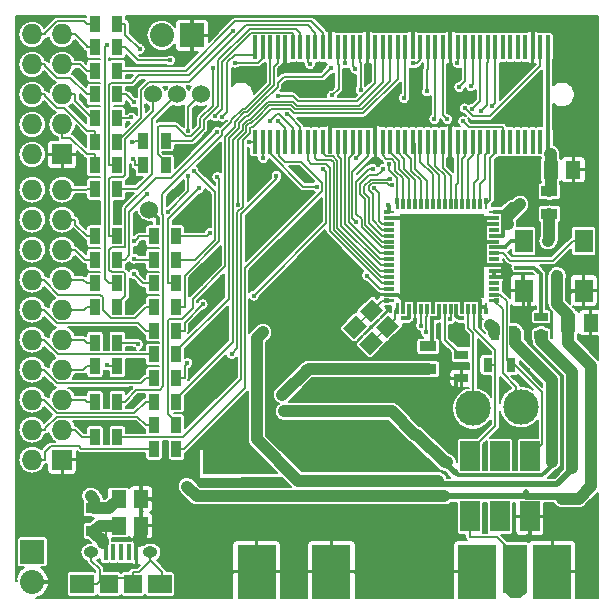
<source format=gtl>
%FSLAX34Y34*%
G04 Gerber Fmt 3.4, Leading zero omitted, Abs format*
G04 (created by PCBNEW (2014-06-12 BZR 4942)-product) date Tue 24 Jun 2014 09:26:14 PM PDT*
%MOIN*%
G01*
G70*
G90*
G04 APERTURE LIST*
%ADD10C,0.003937*%
%ADD11R,0.068000X0.068000*%
%ADD12O,0.068000X0.068000*%
%ADD13R,0.065000X0.100000*%
%ADD14R,0.012000X0.036000*%
%ADD15R,0.036000X0.012000*%
%ADD16R,0.285000X0.285000*%
%ADD17R,0.047200X0.031500*%
%ADD18R,0.051200X0.059000*%
%ADD19R,0.015748X0.078740*%
%ADD20R,0.015748X0.053150*%
%ADD21O,0.049213X0.037402*%
%ADD22R,0.059055X0.061024*%
%ADD23R,0.035000X0.055000*%
%ADD24R,0.055000X0.035000*%
%ADD25R,0.130000X0.180000*%
%ADD26R,0.078700X0.160300*%
%ADD27R,0.080000X0.080000*%
%ADD28O,0.080000X0.080000*%
%ADD29C,0.060000*%
%ADD30R,0.031500X0.047200*%
%ADD31R,0.061024X0.076772*%
%ADD32C,0.118100*%
%ADD33R,0.025000X0.045000*%
%ADD34R,0.045000X0.025000*%
%ADD35C,0.039370*%
%ADD36C,0.019685*%
%ADD37C,0.015748*%
%ADD38C,0.039370*%
%ADD39C,0.019685*%
%ADD40C,0.011811*%
%ADD41C,0.006299*%
%ADD42C,0.012598*%
%ADD43C,0.007874*%
G04 APERTURE END LIST*
G54D10*
G54D11*
X50893Y-28712D03*
G54D12*
X49893Y-28712D03*
X50893Y-27712D03*
X49893Y-27712D03*
X50893Y-26712D03*
X49893Y-26712D03*
X50893Y-25712D03*
X49893Y-25712D03*
X50893Y-24712D03*
X49893Y-24712D03*
X50893Y-23712D03*
X49893Y-23712D03*
X50893Y-22712D03*
X49893Y-22712D03*
X50893Y-21712D03*
X49893Y-21712D03*
X50893Y-20712D03*
X49893Y-20712D03*
X50893Y-19712D03*
X49893Y-19712D03*
G54D13*
X64488Y-30602D03*
X65488Y-30602D03*
X66488Y-30602D03*
X66488Y-28602D03*
X65488Y-28602D03*
X64488Y-28602D03*
G54D10*
G36*
X65099Y-19999D02*
X65067Y-20359D01*
X64979Y-20359D01*
X64947Y-19999D01*
X65099Y-19999D01*
X65099Y-19999D01*
G37*
G54D14*
X64823Y-20179D03*
X64623Y-20179D03*
X64433Y-20179D03*
X64233Y-20179D03*
X64033Y-20179D03*
X63843Y-20179D03*
X63643Y-20179D03*
X63443Y-20179D03*
X63243Y-20179D03*
X63053Y-20179D03*
X62853Y-20179D03*
X62653Y-20179D03*
X62463Y-20179D03*
X62263Y-20179D03*
G54D10*
G36*
X62139Y-19999D02*
X62107Y-20359D01*
X62019Y-20359D01*
X61987Y-19999D01*
X62139Y-19999D01*
X62139Y-19999D01*
G37*
G36*
X61613Y-20373D02*
X61973Y-20404D01*
X61973Y-20493D01*
X61613Y-20524D01*
X61613Y-20373D01*
X61613Y-20373D01*
G37*
G54D15*
X61793Y-20649D03*
X61793Y-20849D03*
X61793Y-21039D03*
X61793Y-21239D03*
X61793Y-21439D03*
X61793Y-21629D03*
X61793Y-21829D03*
X61793Y-22029D03*
X61793Y-22229D03*
X61793Y-22419D03*
X61793Y-22619D03*
X61793Y-22819D03*
X61793Y-23009D03*
X61793Y-23209D03*
G54D10*
G36*
X61613Y-23333D02*
X61973Y-23364D01*
X61973Y-23453D01*
X61613Y-23484D01*
X61613Y-23333D01*
X61613Y-23333D01*
G37*
G36*
X61987Y-23859D02*
X62019Y-23499D01*
X62107Y-23499D01*
X62139Y-23859D01*
X61987Y-23859D01*
X61987Y-23859D01*
G37*
G54D14*
X62263Y-23679D03*
X62463Y-23679D03*
X62653Y-23679D03*
X62853Y-23679D03*
X63053Y-23679D03*
X63243Y-23679D03*
X63443Y-23679D03*
X63643Y-23679D03*
X63843Y-23679D03*
X64033Y-23679D03*
X64233Y-23679D03*
X64433Y-23679D03*
X64623Y-23679D03*
X64823Y-23679D03*
G54D10*
G36*
X64947Y-23859D02*
X64979Y-23499D01*
X65067Y-23499D01*
X65099Y-23859D01*
X64947Y-23859D01*
X64947Y-23859D01*
G37*
G36*
X65473Y-23482D02*
X65113Y-23455D01*
X65113Y-23362D01*
X65473Y-23335D01*
X65473Y-23482D01*
X65473Y-23482D01*
G37*
G54D15*
X65293Y-23209D03*
X65293Y-23009D03*
X65293Y-22819D03*
X65293Y-22619D03*
X65293Y-22419D03*
X65293Y-22229D03*
X65293Y-22029D03*
X65293Y-21829D03*
X65293Y-21629D03*
X65293Y-21439D03*
X65293Y-21239D03*
X65293Y-21039D03*
X65293Y-20849D03*
X65293Y-20649D03*
G54D10*
G36*
X65473Y-20524D02*
X65113Y-20493D01*
X65113Y-20404D01*
X65473Y-20373D01*
X65473Y-20524D01*
X65473Y-20524D01*
G37*
G54D16*
X63543Y-21929D03*
G54D17*
X64200Y-25994D03*
X64200Y-25206D03*
G54D10*
G36*
X61351Y-24298D02*
X61769Y-23881D01*
X62131Y-24243D01*
X61713Y-24660D01*
X61351Y-24298D01*
X61351Y-24298D01*
G37*
G36*
X60821Y-23768D02*
X61238Y-23351D01*
X61600Y-23713D01*
X61183Y-24130D01*
X60821Y-23768D01*
X60821Y-23768D01*
G37*
G36*
X60800Y-24849D02*
X61217Y-24432D01*
X61579Y-24794D01*
X61162Y-25211D01*
X60800Y-24849D01*
X60800Y-24849D01*
G37*
G36*
X60270Y-24319D02*
X60687Y-23902D01*
X61049Y-24264D01*
X60632Y-24681D01*
X60270Y-24319D01*
X60270Y-24319D01*
G37*
G54D18*
X52774Y-30019D03*
X53524Y-30019D03*
X52774Y-30905D03*
X53524Y-30905D03*
G54D19*
X67079Y-14960D03*
X67079Y-18110D03*
X66829Y-14960D03*
X66829Y-18110D03*
X66579Y-14960D03*
X66579Y-18110D03*
X66329Y-14960D03*
X66329Y-18110D03*
X66079Y-14960D03*
X66079Y-18110D03*
X65829Y-14960D03*
X65829Y-18110D03*
X65579Y-14960D03*
X65579Y-18110D03*
X65329Y-14960D03*
X65329Y-18110D03*
X65079Y-14960D03*
X65079Y-18110D03*
X64829Y-14960D03*
X64829Y-18110D03*
X64579Y-14960D03*
X64579Y-18110D03*
X64329Y-14960D03*
X64329Y-18110D03*
X64079Y-14960D03*
X64079Y-18110D03*
X63829Y-14960D03*
X63829Y-18110D03*
X63579Y-14960D03*
X63579Y-18110D03*
X63329Y-14960D03*
X63329Y-18110D03*
X63079Y-14960D03*
X63079Y-18110D03*
X62829Y-14960D03*
X62829Y-18110D03*
X62579Y-14960D03*
X62579Y-18110D03*
X62329Y-14960D03*
X62329Y-18110D03*
X62079Y-14960D03*
X62079Y-18110D03*
X61829Y-14960D03*
X61829Y-18110D03*
X61579Y-14960D03*
X61579Y-18110D03*
X61329Y-14960D03*
X61329Y-18110D03*
X61079Y-14960D03*
X61079Y-18110D03*
X60829Y-14960D03*
X60829Y-18110D03*
X60579Y-14960D03*
X60579Y-18110D03*
X60329Y-14960D03*
X60329Y-18110D03*
X60079Y-14960D03*
X60079Y-18110D03*
X59829Y-14960D03*
X59829Y-18110D03*
X59579Y-14960D03*
X59579Y-18110D03*
X59329Y-14960D03*
X59329Y-18110D03*
X59079Y-14960D03*
X59079Y-18110D03*
X58829Y-14960D03*
X58829Y-18110D03*
X58579Y-14960D03*
X58579Y-18110D03*
X58329Y-14960D03*
X58329Y-18110D03*
X58079Y-14960D03*
X58079Y-18110D03*
X57829Y-14960D03*
X57829Y-18110D03*
X57579Y-14960D03*
X57579Y-18110D03*
X57329Y-14960D03*
X57329Y-18110D03*
G54D20*
X52854Y-31791D03*
X52598Y-31791D03*
X52342Y-31791D03*
X53110Y-31791D03*
X53366Y-31791D03*
G54D21*
X51870Y-31791D03*
X53838Y-31791D03*
G54D10*
G36*
X51948Y-32549D02*
X51948Y-33159D01*
X51161Y-33159D01*
X51161Y-32549D01*
X51948Y-32549D01*
X51948Y-32549D01*
G37*
G54D22*
X52460Y-32854D03*
X53248Y-32854D03*
G54D10*
G36*
X54547Y-32549D02*
X54547Y-33159D01*
X53759Y-33159D01*
X53759Y-32549D01*
X54547Y-32549D01*
X54547Y-32549D01*
G37*
G54D23*
X52737Y-18110D03*
X51987Y-18110D03*
X52737Y-18897D03*
X51987Y-18897D03*
X52737Y-15748D03*
X51987Y-15748D03*
X52737Y-17322D03*
X51987Y-17322D03*
X54351Y-18070D03*
X53601Y-18070D03*
X54351Y-18897D03*
X53601Y-18897D03*
X51987Y-14960D03*
X52737Y-14960D03*
X52737Y-16535D03*
X51987Y-16535D03*
X52737Y-14173D03*
X51987Y-14173D03*
G54D24*
X51968Y-30333D03*
X51968Y-31083D03*
G54D11*
X50893Y-18535D03*
G54D12*
X49893Y-18535D03*
X50893Y-17535D03*
X49893Y-17535D03*
X50893Y-16535D03*
X49893Y-16535D03*
X50893Y-15535D03*
X49893Y-15535D03*
X50893Y-14535D03*
X49893Y-14535D03*
G54D25*
X67230Y-32444D03*
G54D10*
G36*
X65622Y-33107D02*
X66409Y-33107D01*
X66173Y-33304D01*
X65858Y-33304D01*
X65622Y-33107D01*
X65622Y-33107D01*
G37*
G54D26*
X65984Y-32344D03*
G54D25*
X64738Y-32444D03*
X59868Y-32444D03*
X57376Y-32444D03*
G54D27*
X49901Y-31783D03*
G54D28*
X49901Y-32783D03*
G54D29*
X53805Y-20370D03*
G54D30*
X65866Y-25551D03*
X65078Y-25551D03*
G54D31*
X66283Y-23070D03*
X68283Y-23070D03*
X68283Y-21417D03*
X66283Y-21417D03*
G54D27*
X55224Y-14566D03*
G54D28*
X54224Y-14566D03*
G54D23*
X52737Y-27952D03*
X51987Y-27952D03*
X52737Y-26771D03*
X51987Y-26771D03*
X52737Y-25590D03*
X51987Y-25590D03*
X52737Y-24803D03*
X51987Y-24803D03*
X52737Y-23622D03*
X51987Y-23622D03*
X52737Y-22834D03*
X51987Y-22834D03*
X52737Y-22047D03*
X51987Y-22047D03*
X52737Y-21259D03*
X51987Y-21259D03*
X52737Y-19685D03*
X51987Y-19685D03*
X53955Y-28346D03*
X54705Y-28346D03*
X53955Y-27559D03*
X54705Y-27559D03*
X53955Y-26771D03*
X54705Y-26771D03*
X53955Y-25984D03*
X54705Y-25984D03*
X53955Y-25196D03*
X54705Y-25196D03*
X53955Y-24409D03*
X54705Y-24409D03*
X53955Y-23622D03*
X54705Y-23622D03*
X53955Y-22834D03*
X54705Y-22834D03*
X53955Y-22047D03*
X54705Y-22047D03*
X53955Y-21259D03*
X54705Y-21259D03*
G54D29*
X53937Y-16535D03*
X54724Y-16535D03*
X55511Y-16535D03*
G54D32*
X66181Y-26958D03*
X64600Y-27000D03*
G54D18*
X67934Y-19045D03*
X67184Y-19045D03*
X68514Y-24143D03*
X67764Y-24143D03*
G54D24*
X67135Y-20512D03*
X67135Y-19762D03*
X63098Y-25686D03*
X63098Y-24936D03*
G54D33*
X65939Y-24478D03*
X65339Y-24478D03*
G54D34*
X66860Y-24542D03*
X66860Y-23942D03*
G54D35*
X55059Y-29606D03*
G54D36*
X66349Y-29777D03*
G54D37*
X67086Y-21417D03*
G54D35*
X67401Y-22577D03*
G54D37*
X66448Y-16881D03*
X57586Y-15622D03*
X64960Y-28393D03*
X66413Y-25732D03*
X64074Y-24566D03*
X64830Y-24834D03*
X65019Y-26188D03*
X66149Y-26015D03*
X65598Y-26275D03*
X63900Y-26400D03*
X54736Y-19789D03*
X55283Y-17471D03*
X55693Y-17855D03*
X55106Y-16299D03*
X54346Y-16311D03*
X53701Y-16909D03*
X51637Y-20283D03*
X53354Y-19377D03*
X51437Y-17720D03*
X51500Y-17172D03*
X51507Y-16661D03*
X51527Y-15814D03*
X51429Y-15157D03*
X53362Y-14346D03*
X53192Y-15551D03*
X53173Y-15929D03*
X53228Y-16397D03*
X53173Y-17011D03*
X53086Y-17494D03*
X53098Y-19856D03*
X55366Y-25625D03*
X56221Y-22621D03*
X55512Y-22845D03*
X53460Y-20681D03*
X53276Y-25022D03*
X53295Y-25629D03*
X53177Y-26326D03*
X53275Y-26822D03*
X53228Y-27614D03*
X53413Y-22255D03*
X53311Y-23165D03*
X53370Y-21653D03*
X53275Y-24405D03*
X54889Y-17507D03*
X55980Y-18578D03*
X58291Y-16225D03*
X63818Y-18870D03*
X55900Y-28600D03*
X63900Y-28400D03*
X61424Y-18885D03*
X59124Y-19433D03*
X67421Y-29143D03*
X66245Y-22597D03*
X65718Y-22726D03*
X64025Y-21476D03*
X63945Y-16573D03*
X55643Y-20005D03*
X67836Y-23103D03*
X60303Y-16405D03*
X58329Y-15508D03*
X54889Y-30083D03*
X57377Y-22603D03*
X56102Y-26108D03*
X66146Y-19441D03*
X65517Y-18778D03*
X65009Y-30814D03*
X53934Y-30051D03*
X59055Y-15754D03*
X66579Y-14406D03*
X62579Y-14412D03*
X61879Y-17324D03*
X53439Y-31374D03*
X49606Y-30875D03*
X66421Y-31244D03*
X62468Y-20854D03*
X62468Y-21208D03*
X62468Y-21561D03*
X62468Y-21914D03*
X62468Y-22267D03*
X62468Y-22624D03*
X62468Y-22973D03*
X62822Y-20854D03*
X62822Y-21208D03*
X62822Y-21561D03*
X62822Y-21914D03*
X62822Y-22267D03*
X62822Y-22624D03*
X62822Y-22973D03*
X63177Y-20854D03*
X63177Y-21208D03*
X63177Y-21561D03*
X63177Y-21914D03*
X63177Y-22267D03*
X63177Y-22624D03*
X63177Y-22973D03*
X63527Y-20854D03*
X63527Y-21208D03*
X63527Y-21561D03*
X63527Y-21914D03*
X63527Y-22267D03*
X63527Y-22624D03*
X63527Y-22973D03*
X63881Y-20854D03*
X63881Y-21208D03*
X63881Y-21561D03*
X63881Y-21914D03*
X63881Y-22267D03*
X63881Y-22624D03*
X63881Y-22973D03*
X64236Y-20854D03*
X64236Y-21208D03*
X64236Y-21561D03*
X64236Y-21914D03*
X64236Y-22267D03*
X64236Y-22624D03*
X64236Y-22973D03*
X64590Y-20854D03*
X64590Y-21208D03*
X64590Y-21561D03*
X64590Y-21914D03*
X64590Y-22267D03*
X64590Y-22624D03*
X64590Y-22973D03*
X61079Y-14418D03*
X59832Y-14370D03*
X63799Y-14340D03*
X59448Y-16161D03*
X65570Y-27775D03*
X57135Y-19891D03*
X57145Y-19891D03*
X58769Y-19124D03*
X57942Y-20098D03*
X54078Y-20804D03*
X61751Y-20226D03*
G54D35*
X66157Y-20201D03*
G54D37*
X62244Y-24000D03*
X63224Y-24000D03*
X65668Y-21629D03*
X66033Y-22303D03*
X62850Y-24244D03*
X63023Y-24469D03*
X63838Y-24015D03*
X61741Y-24271D03*
X61210Y-23739D03*
X65462Y-28946D03*
G54D35*
X51850Y-29921D03*
G54D37*
X65157Y-24200D03*
X64222Y-24000D03*
X64262Y-17426D03*
X61240Y-19005D03*
X65226Y-16913D03*
X61901Y-19565D03*
X64855Y-17083D03*
X61838Y-19355D03*
X64573Y-17003D03*
X61594Y-19025D03*
X63731Y-17359D03*
X61793Y-18864D03*
X58094Y-16582D03*
X55913Y-15647D03*
X61055Y-22574D03*
X60703Y-20783D03*
X60846Y-16386D03*
X60671Y-15693D03*
X60329Y-15496D03*
X56590Y-14420D03*
X59891Y-16568D03*
X59155Y-15525D03*
X58403Y-17191D03*
X54500Y-15400D03*
X55991Y-17261D03*
X53200Y-17300D03*
X57825Y-17415D03*
X53300Y-16800D03*
X58082Y-17409D03*
X53479Y-15024D03*
X59389Y-19606D03*
X61305Y-19669D03*
X56653Y-15476D03*
X57596Y-18649D03*
X57113Y-18109D03*
X56230Y-17275D03*
X53221Y-18125D03*
X53244Y-18680D03*
X64313Y-16993D03*
X55467Y-19650D03*
X64516Y-16264D03*
X53739Y-19853D03*
X64132Y-16288D03*
X56066Y-19289D03*
X64072Y-15496D03*
X52388Y-14880D03*
X63303Y-17356D03*
X57284Y-23241D03*
X55582Y-23532D03*
X59596Y-19025D03*
X56059Y-17783D03*
X63048Y-16436D03*
X62600Y-15500D03*
X59862Y-15649D03*
X55102Y-19259D03*
X62289Y-16652D03*
X54410Y-20460D03*
X53426Y-24864D03*
X56545Y-25191D03*
X55067Y-25489D03*
X56753Y-20206D03*
X52388Y-25565D03*
X60698Y-18637D03*
X58038Y-19241D03*
X53289Y-22521D03*
X53289Y-22007D03*
X55097Y-17751D03*
X55276Y-19072D03*
X53300Y-21430D03*
G54D35*
X58238Y-26555D03*
X58300Y-27100D03*
X57588Y-24468D03*
G54D37*
X55826Y-21151D03*
G54D38*
X63622Y-29921D02*
X55374Y-29921D01*
G54D39*
X66374Y-29940D02*
X67482Y-29940D01*
X67482Y-29940D02*
X67549Y-30007D01*
X66349Y-29777D02*
X66349Y-29916D01*
X66349Y-29916D02*
X66373Y-29940D01*
X66373Y-29940D02*
X66374Y-29940D01*
X66486Y-29940D02*
X66486Y-29911D01*
X67131Y-29921D02*
X67378Y-29921D01*
X63622Y-29921D02*
X67131Y-29921D01*
X67131Y-29921D02*
X67462Y-29921D01*
X67462Y-29921D02*
X67549Y-30007D01*
G54D38*
X67764Y-24143D02*
X67764Y-24832D01*
X67764Y-24832D02*
X68533Y-25601D01*
X68533Y-25601D02*
X68533Y-29586D01*
X68533Y-29586D02*
X68112Y-30007D01*
X68112Y-30007D02*
X67549Y-30007D01*
X55059Y-29606D02*
X55374Y-29921D01*
X67135Y-20512D02*
X67135Y-21368D01*
X67135Y-21368D02*
X67086Y-21417D01*
G54D40*
X67401Y-22577D02*
X67401Y-22519D01*
X67386Y-22592D02*
X67401Y-22577D01*
X67401Y-22519D02*
X67322Y-22440D01*
G54D38*
X67764Y-23888D02*
X67386Y-23510D01*
X67764Y-24143D02*
X67764Y-23888D01*
X67386Y-23510D02*
X67386Y-22592D01*
G54D40*
X67358Y-29940D02*
X66597Y-29940D01*
X66525Y-29901D02*
X66486Y-29940D01*
X66374Y-29940D02*
X66486Y-29940D01*
X66597Y-29940D02*
X66486Y-29940D01*
X63821Y-28321D02*
X63900Y-28400D01*
X63821Y-26478D02*
X63821Y-28321D01*
X63900Y-26400D02*
X63821Y-26478D01*
G54D41*
X55283Y-17471D02*
X55283Y-17452D01*
X54346Y-16311D02*
X54354Y-16311D01*
X54354Y-16311D02*
X54366Y-16322D01*
X51500Y-17172D02*
X51507Y-17165D01*
X53098Y-19856D02*
X53098Y-19838D01*
X53276Y-25022D02*
X53279Y-25019D01*
X53279Y-25019D02*
X53279Y-25019D01*
X53177Y-26326D02*
X53177Y-26322D01*
X53417Y-23059D02*
X53389Y-23086D01*
X53389Y-23086D02*
X53311Y-23165D01*
G54D40*
X63829Y-18110D02*
X63829Y-18859D01*
X63829Y-18859D02*
X63818Y-18870D01*
X63915Y-26400D02*
X63900Y-26400D01*
X64035Y-26279D02*
X63915Y-26400D01*
X64035Y-26004D02*
X64035Y-26279D01*
G54D41*
X61329Y-18110D02*
X61329Y-18790D01*
X61329Y-18790D02*
X61424Y-18885D01*
G54D40*
X66283Y-23070D02*
X66456Y-23244D01*
X66456Y-23244D02*
X66456Y-24803D01*
X66456Y-24803D02*
X67559Y-25905D01*
X67559Y-25905D02*
X67559Y-29005D01*
X67559Y-29005D02*
X67421Y-29143D01*
G54D38*
X53524Y-30905D02*
X53524Y-31244D01*
X53524Y-31244D02*
X53448Y-31320D01*
X53448Y-31320D02*
X53448Y-31403D01*
G54D40*
X53439Y-31374D02*
X53491Y-31322D01*
X53491Y-31322D02*
X53524Y-31322D01*
X53524Y-30905D02*
X53524Y-31322D01*
X66245Y-22708D02*
X66245Y-22597D01*
X66245Y-23032D02*
X66245Y-22708D01*
X66283Y-23070D02*
X66245Y-23032D01*
X65595Y-22603D02*
X65639Y-22647D01*
X65595Y-22292D02*
X65595Y-22603D01*
X65639Y-22647D02*
X65718Y-22726D01*
X64557Y-21948D02*
X64537Y-21929D01*
X63543Y-22342D02*
X63543Y-21929D01*
X64823Y-23605D02*
X64949Y-23605D01*
X64949Y-23605D02*
X65023Y-23679D01*
X64823Y-23679D02*
X64823Y-23605D01*
X64823Y-23596D02*
X64823Y-23605D01*
X64823Y-23596D02*
X64823Y-23376D01*
X63945Y-16573D02*
X63945Y-17478D01*
X63945Y-17478D02*
X63829Y-17594D01*
X63829Y-18110D02*
X63829Y-17594D01*
X64233Y-23376D02*
X63243Y-23376D01*
X64233Y-23422D02*
X64233Y-23376D01*
X64233Y-23679D02*
X64233Y-23422D01*
X67836Y-23103D02*
X67856Y-23083D01*
X67856Y-23083D02*
X67856Y-23070D01*
X68283Y-23070D02*
X67856Y-23070D01*
X65595Y-22292D02*
X65595Y-22229D01*
X65539Y-22419D02*
X65595Y-22363D01*
X65595Y-22363D02*
X65595Y-22292D01*
X65539Y-22419D02*
X65595Y-22474D01*
X65595Y-22474D02*
X65595Y-22619D01*
X65368Y-22419D02*
X65539Y-22419D01*
X65293Y-22229D02*
X65595Y-22229D01*
X65293Y-22419D02*
X65368Y-22419D01*
X64823Y-23376D02*
X64233Y-23376D01*
X65293Y-22619D02*
X65595Y-22619D01*
X58329Y-15508D02*
X58329Y-14960D01*
X63543Y-21929D02*
X62263Y-20649D01*
X62263Y-20649D02*
X61793Y-20649D01*
X63243Y-23679D02*
X63243Y-23376D01*
X63243Y-23376D02*
X62653Y-23376D01*
X61793Y-23209D02*
X62095Y-23209D01*
X62095Y-23209D02*
X62263Y-23376D01*
X62653Y-23679D02*
X62653Y-23376D01*
X62263Y-23679D02*
X62263Y-23376D01*
X62263Y-23376D02*
X62653Y-23376D01*
X64991Y-22229D02*
X64991Y-21439D01*
X65293Y-22229D02*
X64991Y-22229D01*
X65293Y-21439D02*
X64991Y-21439D01*
X64991Y-21439D02*
X64991Y-20849D01*
X65293Y-20649D02*
X64991Y-20649D01*
X65293Y-20849D02*
X64991Y-20849D01*
X64991Y-20849D02*
X64991Y-20649D01*
X53934Y-30051D02*
X53902Y-30019D01*
X53524Y-30019D02*
X53902Y-30019D01*
X53366Y-31403D02*
X53411Y-31403D01*
X53411Y-31403D02*
X53439Y-31374D01*
X66579Y-14960D02*
X66579Y-14406D01*
X62579Y-14412D02*
X62579Y-14960D01*
X61879Y-17324D02*
X61600Y-17324D01*
X61600Y-17324D02*
X61329Y-17594D01*
X59829Y-18110D02*
X59829Y-17594D01*
X61329Y-18110D02*
X61329Y-17594D01*
X61329Y-17594D02*
X59829Y-17594D01*
X53366Y-31791D02*
X53366Y-31403D01*
X66421Y-31244D02*
X66441Y-31224D01*
X66441Y-31224D02*
X66488Y-31224D01*
X66488Y-30602D02*
X66488Y-31224D01*
X62854Y-21240D02*
X63543Y-21929D01*
X62834Y-21240D02*
X62854Y-21240D01*
X61079Y-14960D02*
X61079Y-14418D01*
X59829Y-14373D02*
X59832Y-14370D01*
X59829Y-14960D02*
X59829Y-14373D01*
X63829Y-14371D02*
X63799Y-14340D01*
X63829Y-14960D02*
X63829Y-14371D01*
X63523Y-21929D02*
X63543Y-21929D01*
X63090Y-22362D02*
X63523Y-21929D01*
X57145Y-19891D02*
X57135Y-19891D01*
G54D42*
X54078Y-20804D02*
X54078Y-20642D01*
X54078Y-20642D02*
X53805Y-20370D01*
G54D41*
X53805Y-20370D02*
X53805Y-20531D01*
G54D42*
X61793Y-20268D02*
X61793Y-20268D01*
X61793Y-20268D02*
X61751Y-20226D01*
G54D38*
X65733Y-20851D02*
X65748Y-20866D01*
X66157Y-20201D02*
X65733Y-20625D01*
X65733Y-20625D02*
X65733Y-20851D01*
G54D40*
X61793Y-20449D02*
X61793Y-20268D01*
X65595Y-20449D02*
X65293Y-20449D01*
X66157Y-20201D02*
X65843Y-20201D01*
X65843Y-20201D02*
X65595Y-20449D01*
X65595Y-20449D02*
X65595Y-21239D01*
X65595Y-21239D02*
X65293Y-21239D01*
X62355Y-24000D02*
X62244Y-24000D01*
X62463Y-23977D02*
X62439Y-24000D01*
X62463Y-23679D02*
X62463Y-23977D01*
X62439Y-24000D02*
X62355Y-24000D01*
X63224Y-24809D02*
X63224Y-24112D01*
X63419Y-24000D02*
X63336Y-24000D01*
X63098Y-24936D02*
X63224Y-24809D01*
X63443Y-23679D02*
X63443Y-23977D01*
X63336Y-24000D02*
X63224Y-24000D01*
X63224Y-24112D02*
X63224Y-24000D01*
X63443Y-23977D02*
X63419Y-24000D01*
X62463Y-23830D02*
X62463Y-23830D01*
X62463Y-23830D02*
X62463Y-23679D01*
X62463Y-23830D02*
X62463Y-23679D01*
G54D42*
X65668Y-21605D02*
X65668Y-21629D01*
G54D40*
X66860Y-23942D02*
X66860Y-22529D01*
X66633Y-22303D02*
X66033Y-22303D01*
X66860Y-22529D02*
X66633Y-22303D01*
X65668Y-21629D02*
X65293Y-21629D01*
X66283Y-21417D02*
X65856Y-21417D01*
X65856Y-21417D02*
X65668Y-21605D01*
G54D41*
X62853Y-23679D02*
X62853Y-24241D01*
X62853Y-24241D02*
X62850Y-24244D01*
X62853Y-23816D02*
X62853Y-23816D01*
X62853Y-23816D02*
X62853Y-23679D01*
X62853Y-23679D02*
X62853Y-23816D01*
X62853Y-23679D02*
X62834Y-23697D01*
X63023Y-23951D02*
X63023Y-24357D01*
X63053Y-23679D02*
X63053Y-23922D01*
X63053Y-23922D02*
X63023Y-23951D01*
X63023Y-24357D02*
X63023Y-24469D01*
X63053Y-23847D02*
X63053Y-23847D01*
X63053Y-23847D02*
X63053Y-23679D01*
X63053Y-23847D02*
X63053Y-23679D01*
X63053Y-23679D02*
X63051Y-23681D01*
X63843Y-24011D02*
X63838Y-24015D01*
X63843Y-23679D02*
X63843Y-24011D01*
X61997Y-23744D02*
X61997Y-24015D01*
X61997Y-24015D02*
X61741Y-24271D01*
X62063Y-23679D02*
X61997Y-23744D01*
X61741Y-24271D02*
X61190Y-24822D01*
X61788Y-23404D02*
X61793Y-23409D01*
X61211Y-23740D02*
X60660Y-24291D01*
X61542Y-23409D02*
X61211Y-23740D01*
X61793Y-23409D02*
X61542Y-23409D01*
X61210Y-23739D02*
X61211Y-23740D01*
X65462Y-28835D02*
X65462Y-28946D01*
X65462Y-28627D02*
X65462Y-28835D01*
X65488Y-28602D02*
X65462Y-28627D01*
G54D38*
X51968Y-30333D02*
X51968Y-30039D01*
X51968Y-30039D02*
X51850Y-29921D01*
X51968Y-30333D02*
X52460Y-30333D01*
X52460Y-30333D02*
X52774Y-30019D01*
G54D41*
X52774Y-30019D02*
X52774Y-30019D01*
G54D38*
X65161Y-24204D02*
X65292Y-24335D01*
X65292Y-24335D02*
X65292Y-24478D01*
G54D40*
X64033Y-23923D02*
X64111Y-24000D01*
X64111Y-24000D02*
X64222Y-24000D01*
X64033Y-23679D02*
X64033Y-23923D01*
G54D38*
X51968Y-31083D02*
X51968Y-31141D01*
X51968Y-31141D02*
X52259Y-31433D01*
X52259Y-31433D02*
X52259Y-31490D01*
X52774Y-30905D02*
X52146Y-30905D01*
X52146Y-30905D02*
X51968Y-31083D01*
G54D41*
X52774Y-30905D02*
X52774Y-30905D01*
X52342Y-31353D02*
X52342Y-30987D01*
X52342Y-30987D02*
X52424Y-30905D01*
X52424Y-30905D02*
X52774Y-30905D01*
X52342Y-31791D02*
X52342Y-31353D01*
X51968Y-31083D02*
X51968Y-31353D01*
X51968Y-31353D02*
X52342Y-31353D01*
X65579Y-17866D02*
X65579Y-17866D01*
X65579Y-17866D02*
X65579Y-18110D01*
X65579Y-17866D02*
X65579Y-17621D01*
X65579Y-17621D02*
X64457Y-17621D01*
X64457Y-17621D02*
X64262Y-17426D01*
X65579Y-18110D02*
X65579Y-17866D01*
X61128Y-19005D02*
X61240Y-19005D01*
X60694Y-19439D02*
X61128Y-19005D01*
X61793Y-21629D02*
X61550Y-21629D01*
X61550Y-21629D02*
X60874Y-20953D01*
X60874Y-20953D02*
X60874Y-20700D01*
X60874Y-20700D02*
X60694Y-20520D01*
X60694Y-20520D02*
X60694Y-19439D01*
X65329Y-15885D02*
X65329Y-15885D01*
X65329Y-15885D02*
X65329Y-14960D01*
X65329Y-15885D02*
X65329Y-16810D01*
X65329Y-16810D02*
X65226Y-16913D01*
X65329Y-14960D02*
X65329Y-15885D01*
X61126Y-19598D02*
X61226Y-19498D01*
X61226Y-19498D02*
X61723Y-19498D01*
X61246Y-19854D02*
X61126Y-19733D01*
X61723Y-19498D02*
X61790Y-19565D01*
X61790Y-19565D02*
X61901Y-19565D01*
X61793Y-21039D02*
X61550Y-21039D01*
X61246Y-20735D02*
X61246Y-19854D01*
X61126Y-19733D02*
X61126Y-19598D01*
X61550Y-21039D02*
X61246Y-20735D01*
X65329Y-18110D02*
X65338Y-18110D01*
X65338Y-18110D02*
X65338Y-18490D01*
X65338Y-18490D02*
X65161Y-18667D01*
X65161Y-18667D02*
X65161Y-20040D01*
X65161Y-20040D02*
X65023Y-20179D01*
X65023Y-20179D02*
X65023Y-20179D01*
X65023Y-20179D02*
X65023Y-20179D01*
X65079Y-15204D02*
X65079Y-15204D01*
X65079Y-15204D02*
X65079Y-14960D01*
X65079Y-15204D02*
X65079Y-15448D01*
X65079Y-15448D02*
X65053Y-15475D01*
X65053Y-15475D02*
X65053Y-16885D01*
X65053Y-16885D02*
X64855Y-17083D01*
X65079Y-14960D02*
X65079Y-15204D01*
X61550Y-21239D02*
X61122Y-20811D01*
X61709Y-19374D02*
X61727Y-19355D01*
X61122Y-20811D02*
X61122Y-19976D01*
X60954Y-19808D02*
X60954Y-19594D01*
X61793Y-21239D02*
X61550Y-21239D01*
X61122Y-19976D02*
X60954Y-19808D01*
X61174Y-19374D02*
X61709Y-19374D01*
X60954Y-19594D02*
X61174Y-19374D01*
X61727Y-19355D02*
X61838Y-19355D01*
X64994Y-19346D02*
X64823Y-19517D01*
X64994Y-18545D02*
X64994Y-19346D01*
X65079Y-18459D02*
X64994Y-18545D01*
X65079Y-18110D02*
X65079Y-18459D01*
X64823Y-19517D02*
X64823Y-19517D01*
X64823Y-19517D02*
X64823Y-20179D01*
X64823Y-19517D02*
X64823Y-20179D01*
X64829Y-15853D02*
X64829Y-15853D01*
X64829Y-15853D02*
X64829Y-14960D01*
X64829Y-15853D02*
X64829Y-16747D01*
X64829Y-16747D02*
X64573Y-17003D01*
X64829Y-14960D02*
X64829Y-15853D01*
X60826Y-19528D02*
X61118Y-19236D01*
X61383Y-19236D02*
X61515Y-19104D01*
X61550Y-21439D02*
X60998Y-20887D01*
X61793Y-21439D02*
X61550Y-21439D01*
X60826Y-19856D02*
X60826Y-19528D01*
X61118Y-19236D02*
X61383Y-19236D01*
X60998Y-20028D02*
X60826Y-19856D01*
X61515Y-19104D02*
X61594Y-19025D01*
X60998Y-20887D02*
X60998Y-20028D01*
X64829Y-18110D02*
X64829Y-18463D01*
X64748Y-19367D02*
X64623Y-19492D01*
X64829Y-18463D02*
X64748Y-18545D01*
X64748Y-18545D02*
X64748Y-19367D01*
X64623Y-19492D02*
X64623Y-19492D01*
X64623Y-19492D02*
X64623Y-20179D01*
X64623Y-19492D02*
X64623Y-20179D01*
X64579Y-18110D02*
X64579Y-18566D01*
X64433Y-18713D02*
X64433Y-19462D01*
X64579Y-18566D02*
X64433Y-18713D01*
X64433Y-19462D02*
X64433Y-19462D01*
X64433Y-19462D02*
X64433Y-20179D01*
X64433Y-19462D02*
X64433Y-20179D01*
X64329Y-18110D02*
X64329Y-18110D01*
X64233Y-19437D02*
X64233Y-19437D01*
X64233Y-19437D02*
X64233Y-20179D01*
X64233Y-19437D02*
X64233Y-20179D01*
X64329Y-18110D02*
X64329Y-18598D01*
X64329Y-18598D02*
X64233Y-18694D01*
X64233Y-18694D02*
X64233Y-19437D01*
X64079Y-18110D02*
X64079Y-18110D01*
X64079Y-18110D02*
X64079Y-19493D01*
X64079Y-19493D02*
X64033Y-19539D01*
X64033Y-19539D02*
X64033Y-19539D01*
X64033Y-19539D02*
X64033Y-20179D01*
X64033Y-19539D02*
X64033Y-20179D01*
X62063Y-20179D02*
X62063Y-20179D01*
X62063Y-20179D02*
X62063Y-20179D01*
X63579Y-14960D02*
X63579Y-14960D01*
X63579Y-14960D02*
X63579Y-17208D01*
X63579Y-17208D02*
X63731Y-17359D01*
X61793Y-18976D02*
X61793Y-18864D01*
X62072Y-19319D02*
X61793Y-19039D01*
X62072Y-20169D02*
X62072Y-19319D01*
X61793Y-19039D02*
X61793Y-18976D01*
X62063Y-20179D02*
X62072Y-20169D01*
X63579Y-18354D02*
X63579Y-18979D01*
X63579Y-18979D02*
X63843Y-19243D01*
X63843Y-19243D02*
X63843Y-20179D01*
X63579Y-18354D02*
X63579Y-18354D01*
X63579Y-18354D02*
X63579Y-18110D01*
X63579Y-18110D02*
X63579Y-18354D01*
X63643Y-19936D02*
X63643Y-20179D01*
X63643Y-19218D02*
X63643Y-19936D01*
X63329Y-18905D02*
X63643Y-19218D01*
X63329Y-18437D02*
X63329Y-18905D01*
X63329Y-18437D02*
X63329Y-18437D01*
X63329Y-18437D02*
X63329Y-18110D01*
X63329Y-18110D02*
X63329Y-18437D01*
X63079Y-18479D02*
X63079Y-18479D01*
X63079Y-18479D02*
X63079Y-18110D01*
X63079Y-18479D02*
X63079Y-18848D01*
X63079Y-18848D02*
X63443Y-19212D01*
X63443Y-19212D02*
X63443Y-20179D01*
X63079Y-18110D02*
X63079Y-18479D01*
X62829Y-18443D02*
X62829Y-18443D01*
X62829Y-18443D02*
X62829Y-18110D01*
X62829Y-18443D02*
X62829Y-18110D01*
X63243Y-20179D02*
X63243Y-19190D01*
X63243Y-19190D02*
X62829Y-18776D01*
X62829Y-18776D02*
X62829Y-18443D01*
X63053Y-19678D02*
X63053Y-19679D01*
X63053Y-19679D02*
X63053Y-20179D01*
X63053Y-20179D02*
X63053Y-19678D01*
X62655Y-18185D02*
X62579Y-18110D01*
X63053Y-19422D02*
X62655Y-19024D01*
X62655Y-19024D02*
X62655Y-18185D01*
X63053Y-19678D02*
X63053Y-19422D01*
X62853Y-19668D02*
X62853Y-19668D01*
X62853Y-19668D02*
X62853Y-20179D01*
X62853Y-20179D02*
X62853Y-19668D01*
X62531Y-18673D02*
X62329Y-18472D01*
X62531Y-19076D02*
X62531Y-18673D01*
X62853Y-19398D02*
X62531Y-19076D01*
X62329Y-18472D02*
X62329Y-18110D01*
X62853Y-19668D02*
X62853Y-19398D01*
X62653Y-19675D02*
X62653Y-19675D01*
X62653Y-19675D02*
X62653Y-20179D01*
X62653Y-20179D02*
X62653Y-19675D01*
X62653Y-19373D02*
X62299Y-19019D01*
X62079Y-18463D02*
X62079Y-18110D01*
X62299Y-18683D02*
X62079Y-18463D01*
X62653Y-19675D02*
X62653Y-19373D01*
X62299Y-19019D02*
X62299Y-18683D01*
X62463Y-19699D02*
X62463Y-19699D01*
X62463Y-19699D02*
X62463Y-20179D01*
X62463Y-20179D02*
X62463Y-19699D01*
X62463Y-19359D02*
X62125Y-19021D01*
X62125Y-19021D02*
X62125Y-18760D01*
X62125Y-18760D02*
X61829Y-18464D01*
X62463Y-19699D02*
X62463Y-19359D01*
X61829Y-18464D02*
X61829Y-18110D01*
X62263Y-19688D02*
X62263Y-19688D01*
X62263Y-19688D02*
X62263Y-20179D01*
X62263Y-19688D02*
X62263Y-20179D01*
X61579Y-18566D02*
X61706Y-18693D01*
X62001Y-19072D02*
X62263Y-19334D01*
X61875Y-18693D02*
X62001Y-18819D01*
X62263Y-19334D02*
X62263Y-19688D01*
X61579Y-18110D02*
X61579Y-18566D01*
X61706Y-18693D02*
X61875Y-18693D01*
X62001Y-18819D02*
X62001Y-19072D01*
X54679Y-17578D02*
X54781Y-17681D01*
X55500Y-17334D02*
X55913Y-16921D01*
X54781Y-17681D02*
X55035Y-17934D01*
X55913Y-16921D02*
X55913Y-15758D01*
X55196Y-17934D02*
X55500Y-17630D01*
X54351Y-18797D02*
X54081Y-18528D01*
X55035Y-17934D02*
X55196Y-17934D01*
X54081Y-18528D02*
X54081Y-17625D01*
X54351Y-18897D02*
X54351Y-18797D01*
X54081Y-17625D02*
X54128Y-17578D01*
X54128Y-17578D02*
X54679Y-17578D01*
X55500Y-17630D02*
X55500Y-17334D01*
X55913Y-15758D02*
X55913Y-15647D01*
X58205Y-16582D02*
X58094Y-16582D01*
X58574Y-16582D02*
X58205Y-16582D01*
X61329Y-16154D02*
X60721Y-16762D01*
X61329Y-15557D02*
X61329Y-16154D01*
X58753Y-16762D02*
X58574Y-16582D01*
X60721Y-16762D02*
X58753Y-16762D01*
X61329Y-15557D02*
X61329Y-15557D01*
X61329Y-15557D02*
X61329Y-14960D01*
X61329Y-14960D02*
X61329Y-15557D01*
X61133Y-22653D02*
X61055Y-22574D01*
X61489Y-23009D02*
X61133Y-22653D01*
X61793Y-23009D02*
X61489Y-23009D01*
X61079Y-18482D02*
X61079Y-18482D01*
X61079Y-18482D02*
X61079Y-18110D01*
X61079Y-18482D02*
X61079Y-18110D01*
X61079Y-18482D02*
X61079Y-18599D01*
X61079Y-18599D02*
X60570Y-19108D01*
X60570Y-19108D02*
X60570Y-20650D01*
X60570Y-20650D02*
X60624Y-20704D01*
X60624Y-20704D02*
X60703Y-20783D01*
X60829Y-15204D02*
X60829Y-15204D01*
X60829Y-15204D02*
X60829Y-14960D01*
X60829Y-15204D02*
X60829Y-15448D01*
X60829Y-15448D02*
X60846Y-15466D01*
X60846Y-15466D02*
X60846Y-16386D01*
X60829Y-14960D02*
X60829Y-15204D01*
X60579Y-15275D02*
X60579Y-15275D01*
X60579Y-15275D02*
X60579Y-14960D01*
X60579Y-15275D02*
X60579Y-15601D01*
X60579Y-15601D02*
X60671Y-15693D01*
X60579Y-14960D02*
X60579Y-15275D01*
X60579Y-18354D02*
X60579Y-18354D01*
X60579Y-18354D02*
X60579Y-18110D01*
X60579Y-18354D02*
X60579Y-18110D01*
X61479Y-21829D02*
X60446Y-20796D01*
X60579Y-18514D02*
X60579Y-18354D01*
X60446Y-18647D02*
X60579Y-18514D01*
X60446Y-20796D02*
X60446Y-18647D01*
X61793Y-21829D02*
X61479Y-21829D01*
X60329Y-15228D02*
X60329Y-15496D01*
X60329Y-15228D02*
X60329Y-15228D01*
X60329Y-15228D02*
X60329Y-14960D01*
X60329Y-15228D02*
X60329Y-14960D01*
X52737Y-18897D02*
X52737Y-18897D01*
X56590Y-14420D02*
X55112Y-15899D01*
X55112Y-15899D02*
X53455Y-15899D01*
X53455Y-15899D02*
X53209Y-16144D01*
X53209Y-16144D02*
X52530Y-16144D01*
X52530Y-16144D02*
X52467Y-16207D01*
X52467Y-16207D02*
X52467Y-18897D01*
X52467Y-18897D02*
X52737Y-18897D01*
X60329Y-18354D02*
X60329Y-18354D01*
X60329Y-18354D02*
X60329Y-18110D01*
X60329Y-18354D02*
X60329Y-18110D01*
X60322Y-18361D02*
X60329Y-18354D01*
X61490Y-22029D02*
X60322Y-20861D01*
X60322Y-20861D02*
X60322Y-18361D01*
X61793Y-22029D02*
X61490Y-22029D01*
X60079Y-15204D02*
X60079Y-15532D01*
X60079Y-15532D02*
X60108Y-15561D01*
X60108Y-15561D02*
X60108Y-16351D01*
X60108Y-16351D02*
X59891Y-16568D01*
X60079Y-15204D02*
X60079Y-15204D01*
X60079Y-15204D02*
X60079Y-14960D01*
X60079Y-14960D02*
X60079Y-15204D01*
X61512Y-22229D02*
X60198Y-20915D01*
X61793Y-22229D02*
X61512Y-22229D01*
X60198Y-20915D02*
X60198Y-19274D01*
X60198Y-19377D02*
X60198Y-19274D01*
X60198Y-18700D02*
X60079Y-18581D01*
X60079Y-18581D02*
X60079Y-18110D01*
X60198Y-19274D02*
X60198Y-18700D01*
X59579Y-14716D02*
X59579Y-14716D01*
X59579Y-14716D02*
X59579Y-14960D01*
X59579Y-14716D02*
X59579Y-14472D01*
X59579Y-14472D02*
X59201Y-14094D01*
X59201Y-14094D02*
X56672Y-14094D01*
X56672Y-14094D02*
X55018Y-15748D01*
X55018Y-15748D02*
X52737Y-15748D01*
X59579Y-14960D02*
X59579Y-14716D01*
X52737Y-15748D02*
X52737Y-15748D01*
X59579Y-18499D02*
X59579Y-18354D01*
X59919Y-18596D02*
X59676Y-18596D01*
X60072Y-18750D02*
X59919Y-18596D01*
X61793Y-22419D02*
X61503Y-22419D01*
X61503Y-22419D02*
X60072Y-20988D01*
X60072Y-20988D02*
X60072Y-18750D01*
X59676Y-18596D02*
X59579Y-18499D01*
X59579Y-18354D02*
X59579Y-18354D01*
X59579Y-18354D02*
X59579Y-18110D01*
X59579Y-18354D02*
X59579Y-18110D01*
X59329Y-14960D02*
X59329Y-14960D01*
X52737Y-18110D02*
X52737Y-18110D01*
X59329Y-14960D02*
X59329Y-14472D01*
X59329Y-14472D02*
X59077Y-14220D01*
X59077Y-14220D02*
X57038Y-14220D01*
X57038Y-14220D02*
X55133Y-16125D01*
X55133Y-16125D02*
X53781Y-16125D01*
X53781Y-16125D02*
X53530Y-16376D01*
X53530Y-16376D02*
X53530Y-17317D01*
X53530Y-17317D02*
X52737Y-18110D01*
X52737Y-18110D02*
X52737Y-18110D01*
X59948Y-21039D02*
X61528Y-22619D01*
X61550Y-22619D02*
X61793Y-22619D01*
X59867Y-18720D02*
X59948Y-18801D01*
X59388Y-18720D02*
X59867Y-18720D01*
X59329Y-18661D02*
X59388Y-18720D01*
X59329Y-18434D02*
X59329Y-18661D01*
X61528Y-22619D02*
X61550Y-22619D01*
X59948Y-18801D02*
X59948Y-21039D01*
X59329Y-18434D02*
X59329Y-18434D01*
X59329Y-18434D02*
X59329Y-18110D01*
X59329Y-18110D02*
X59329Y-18434D01*
X59079Y-15204D02*
X59079Y-15204D01*
X59079Y-15204D02*
X59079Y-14960D01*
X59079Y-15204D02*
X59079Y-14960D01*
X59155Y-15525D02*
X59079Y-15448D01*
X59079Y-15448D02*
X59079Y-15204D01*
X59822Y-21091D02*
X61550Y-22819D01*
X61550Y-22819D02*
X61793Y-22819D01*
X59822Y-18995D02*
X59822Y-21091D01*
X59079Y-18110D02*
X59079Y-18725D01*
X59679Y-18852D02*
X59822Y-18995D01*
X59206Y-18852D02*
X59679Y-18852D01*
X59079Y-18725D02*
X59206Y-18852D01*
X54589Y-18070D02*
X54351Y-18070D01*
X58829Y-14716D02*
X58829Y-14472D01*
X58829Y-14472D02*
X58703Y-14346D01*
X58703Y-14346D02*
X57147Y-14346D01*
X55624Y-17386D02*
X55624Y-17681D01*
X57147Y-14346D02*
X56092Y-15400D01*
X55624Y-17681D02*
X55235Y-18070D01*
X55235Y-18070D02*
X54589Y-18070D01*
X56092Y-15400D02*
X56092Y-16917D01*
X56092Y-16917D02*
X55624Y-17386D01*
X58829Y-14716D02*
X58829Y-14716D01*
X58829Y-14716D02*
X58829Y-14960D01*
X58829Y-14960D02*
X58829Y-14716D01*
X54351Y-18070D02*
X54351Y-18070D01*
X58481Y-17269D02*
X58403Y-17191D01*
X58829Y-17866D02*
X58829Y-17617D01*
X58829Y-17617D02*
X58481Y-17269D01*
X54388Y-15400D02*
X54500Y-15400D01*
X53414Y-15400D02*
X54388Y-15400D01*
X52975Y-14960D02*
X53414Y-15400D01*
X52737Y-14960D02*
X52975Y-14960D01*
X58829Y-17866D02*
X58829Y-17866D01*
X58829Y-17866D02*
X58829Y-18110D01*
X58829Y-17866D02*
X58829Y-18110D01*
X52737Y-14960D02*
X52737Y-14960D01*
X56216Y-17035D02*
X55991Y-17261D01*
X56216Y-15453D02*
X56216Y-17035D01*
X57197Y-14472D02*
X56216Y-15453D01*
X58579Y-14472D02*
X57197Y-14472D01*
X58579Y-14716D02*
X58579Y-14472D01*
X53177Y-17322D02*
X53200Y-17300D01*
X52737Y-17322D02*
X53177Y-17322D01*
X58579Y-14716D02*
X58579Y-14716D01*
X58579Y-14716D02*
X58579Y-14960D01*
X58579Y-14716D02*
X58579Y-14960D01*
X52737Y-17322D02*
X52737Y-17322D01*
X58042Y-17198D02*
X57904Y-17337D01*
X58133Y-17198D02*
X58042Y-17198D01*
X58579Y-17644D02*
X58133Y-17198D01*
X58579Y-17866D02*
X58579Y-17644D01*
X57904Y-17337D02*
X57825Y-17415D01*
X53221Y-16721D02*
X53300Y-16800D01*
X53035Y-16535D02*
X53221Y-16721D01*
X52737Y-16535D02*
X53035Y-16535D01*
X58579Y-17866D02*
X58579Y-17866D01*
X58579Y-17866D02*
X58579Y-18110D01*
X58579Y-17866D02*
X58579Y-18110D01*
X52737Y-16535D02*
X52737Y-16535D01*
X58161Y-17488D02*
X58082Y-17409D01*
X58329Y-17656D02*
X58161Y-17488D01*
X58329Y-17866D02*
X58329Y-17656D01*
X58329Y-17866D02*
X58329Y-17866D01*
X58329Y-17866D02*
X58329Y-18110D01*
X58329Y-17866D02*
X58329Y-18110D01*
X52737Y-14173D02*
X53006Y-14173D01*
X53006Y-14173D02*
X53006Y-14551D01*
X53006Y-14551D02*
X53479Y-15024D01*
X52737Y-14173D02*
X52737Y-14173D01*
X57829Y-18354D02*
X57829Y-18354D01*
X57829Y-18354D02*
X57829Y-18110D01*
X57829Y-18110D02*
X57829Y-18354D01*
X57829Y-18499D02*
X58937Y-19606D01*
X57829Y-18354D02*
X57829Y-18499D01*
X59278Y-19606D02*
X59389Y-19606D01*
X58937Y-19606D02*
X59278Y-19606D01*
X61446Y-19811D02*
X61383Y-19748D01*
X61550Y-20849D02*
X61446Y-20745D01*
X61446Y-20745D02*
X61446Y-19811D01*
X61383Y-19748D02*
X61305Y-19669D01*
X61793Y-20849D02*
X61550Y-20849D01*
X56764Y-15476D02*
X56653Y-15476D01*
X57422Y-15476D02*
X56764Y-15476D01*
X57579Y-15319D02*
X57422Y-15476D01*
X57579Y-15204D02*
X57579Y-15319D01*
X57579Y-15204D02*
X57579Y-15204D01*
X57579Y-15204D02*
X57579Y-14960D01*
X57579Y-14960D02*
X57579Y-15204D01*
X57579Y-18354D02*
X57579Y-18354D01*
X57579Y-18354D02*
X57579Y-18110D01*
X57579Y-18354D02*
X57579Y-18598D01*
X57579Y-18598D02*
X57596Y-18615D01*
X57596Y-18615D02*
X57596Y-18649D01*
X57579Y-18110D02*
X57579Y-18354D01*
X57114Y-18110D02*
X57113Y-18109D01*
X57329Y-18110D02*
X57114Y-18110D01*
X57329Y-15204D02*
X56640Y-15204D01*
X56640Y-15204D02*
X56393Y-15451D01*
X56393Y-15451D02*
X56393Y-17112D01*
X56393Y-17112D02*
X56309Y-17196D01*
X56309Y-17196D02*
X56230Y-17275D01*
X57329Y-15204D02*
X57329Y-15204D01*
X57329Y-15204D02*
X57329Y-14960D01*
X57329Y-14960D02*
X57329Y-15204D01*
X57329Y-18110D02*
X57329Y-18110D01*
X53248Y-32854D02*
X53248Y-32654D01*
X52460Y-32754D02*
X52460Y-32654D01*
X52460Y-32654D02*
X53248Y-32654D01*
X52460Y-32854D02*
X52460Y-32754D01*
X52460Y-32754D02*
X52143Y-32754D01*
X51870Y-31791D02*
X51870Y-32072D01*
X51870Y-32072D02*
X52143Y-32346D01*
X52143Y-32346D02*
X52143Y-32754D01*
X51476Y-32854D02*
X52043Y-32854D01*
X52043Y-32854D02*
X52143Y-32754D01*
X53248Y-32654D02*
X53248Y-32454D01*
X53248Y-32454D02*
X53457Y-32454D01*
X53457Y-32454D02*
X53838Y-32072D01*
X53838Y-31791D02*
X53838Y-32072D01*
X54232Y-32854D02*
X54232Y-32454D01*
X54232Y-32454D02*
X53850Y-32072D01*
X53850Y-32072D02*
X53838Y-32072D01*
X51987Y-18712D02*
X51987Y-18713D01*
X51987Y-18713D02*
X51987Y-18897D01*
X51987Y-18712D02*
X51987Y-18528D01*
X51987Y-18528D02*
X51718Y-18528D01*
X51718Y-18528D02*
X51160Y-17970D01*
X51160Y-17970D02*
X50893Y-17970D01*
X50893Y-17970D02*
X50893Y-17535D01*
X51987Y-18897D02*
X51987Y-18712D01*
X50893Y-16535D02*
X51328Y-16535D01*
X51893Y-17322D02*
X51987Y-17322D01*
X51328Y-16535D02*
X51328Y-16757D01*
X51328Y-16757D02*
X51893Y-17322D01*
X51987Y-17322D02*
X51987Y-17322D01*
X53601Y-18070D02*
X53601Y-18070D01*
X53221Y-18125D02*
X53276Y-18125D01*
X53276Y-18125D02*
X53331Y-18070D01*
X53331Y-18070D02*
X53601Y-18070D01*
X53601Y-18897D02*
X53601Y-18897D01*
X53244Y-18680D02*
X53331Y-18768D01*
X53331Y-18768D02*
X53331Y-18897D01*
X53331Y-18897D02*
X53601Y-18897D01*
X64488Y-30602D02*
X64488Y-31289D01*
X64488Y-31289D02*
X65376Y-31289D01*
X65376Y-31289D02*
X65984Y-31896D01*
X65984Y-31896D02*
X66015Y-31928D01*
X66015Y-31928D02*
X66015Y-33205D01*
X65984Y-32344D02*
X65984Y-31896D01*
X63643Y-23679D02*
X63643Y-24705D01*
X63643Y-24705D02*
X64134Y-25196D01*
X65866Y-25551D02*
X65974Y-25551D01*
X65974Y-25551D02*
X66889Y-26466D01*
X66889Y-26466D02*
X66889Y-28200D01*
X66889Y-28200D02*
X66488Y-28602D01*
X65757Y-25442D02*
X65866Y-25551D01*
X65502Y-23209D02*
X65707Y-23414D01*
X65707Y-23414D02*
X65707Y-25392D01*
X65707Y-25392D02*
X65866Y-25551D01*
X65293Y-23209D02*
X65502Y-23209D01*
X65337Y-27578D02*
X65337Y-25642D01*
X64488Y-28427D02*
X65337Y-27578D01*
X64488Y-28602D02*
X64488Y-28427D01*
X64623Y-23981D02*
X64623Y-23980D01*
X64623Y-23980D02*
X64623Y-23679D01*
X64623Y-23981D02*
X64623Y-23679D01*
X65337Y-25553D02*
X65337Y-25642D01*
X65334Y-25551D02*
X65337Y-25553D01*
X65078Y-25551D02*
X65334Y-25551D01*
X64625Y-23983D02*
X64623Y-23981D01*
X65337Y-25049D02*
X64625Y-24337D01*
X64625Y-24337D02*
X64625Y-23983D01*
X65337Y-25642D02*
X65337Y-25049D01*
X65837Y-22070D02*
X66284Y-22070D01*
X66293Y-22080D02*
X67251Y-22080D01*
X65293Y-21829D02*
X65595Y-21829D01*
X65595Y-21829D02*
X65837Y-22070D01*
X66284Y-22070D02*
X66293Y-22080D01*
X67251Y-22080D02*
X67915Y-21417D01*
X67915Y-21417D02*
X68283Y-21417D01*
X51987Y-17925D02*
X51987Y-17925D01*
X51987Y-17925D02*
X51987Y-18110D01*
X51987Y-17925D02*
X51987Y-17740D01*
X51987Y-17740D02*
X51737Y-17740D01*
X51737Y-17740D02*
X50966Y-16970D01*
X50966Y-16970D02*
X50708Y-16970D01*
X50708Y-16970D02*
X50328Y-16589D01*
X50328Y-16589D02*
X50328Y-16535D01*
X50328Y-16535D02*
X49893Y-16535D01*
X51987Y-18110D02*
X51987Y-17925D01*
X51987Y-15748D02*
X51987Y-15748D01*
X50893Y-15535D02*
X51505Y-15535D01*
X51505Y-15535D02*
X51717Y-15748D01*
X51717Y-15748D02*
X51987Y-15748D01*
X51987Y-14960D02*
X51987Y-14960D01*
X50893Y-14535D02*
X51328Y-14535D01*
X51328Y-14535D02*
X51717Y-14924D01*
X51717Y-14924D02*
X51717Y-14960D01*
X51717Y-14960D02*
X51987Y-14960D01*
X51987Y-16535D02*
X51987Y-16535D01*
X49893Y-15535D02*
X50328Y-15535D01*
X50328Y-15535D02*
X50328Y-15589D01*
X50328Y-15589D02*
X50708Y-15970D01*
X50708Y-15970D02*
X51152Y-15970D01*
X51152Y-15970D02*
X51717Y-16535D01*
X51717Y-16535D02*
X51987Y-16535D01*
X51987Y-14173D02*
X51987Y-14173D01*
X49893Y-14535D02*
X50328Y-14535D01*
X50328Y-14535D02*
X50328Y-14481D01*
X50328Y-14481D02*
X50722Y-14087D01*
X50722Y-14087D02*
X51631Y-14087D01*
X51631Y-14087D02*
X51717Y-14173D01*
X51717Y-14173D02*
X51987Y-14173D01*
X66829Y-15269D02*
X66829Y-15269D01*
X66829Y-15269D02*
X66829Y-14960D01*
X66829Y-15269D02*
X66829Y-14960D01*
X64313Y-16993D02*
X64583Y-17263D01*
X64583Y-17263D02*
X65144Y-17263D01*
X65144Y-17263D02*
X66829Y-15578D01*
X66829Y-15578D02*
X66829Y-15269D01*
X54705Y-22834D02*
X54705Y-22834D01*
X54705Y-22834D02*
X54436Y-22834D01*
X54436Y-22834D02*
X54436Y-20681D01*
X54436Y-20681D02*
X55467Y-19650D01*
X52975Y-22047D02*
X53128Y-21893D01*
X53128Y-21893D02*
X53128Y-20464D01*
X53128Y-20464D02*
X53661Y-19931D01*
X53661Y-19931D02*
X53739Y-19853D01*
X52737Y-22047D02*
X52975Y-22047D01*
X64579Y-15581D02*
X64579Y-15580D01*
X64579Y-15580D02*
X64579Y-14960D01*
X64579Y-15581D02*
X64579Y-14960D01*
X64516Y-16264D02*
X64579Y-16201D01*
X64579Y-16201D02*
X64579Y-15581D01*
X52737Y-22047D02*
X52737Y-22047D01*
X64329Y-15525D02*
X64329Y-15525D01*
X64329Y-15525D02*
X64329Y-14960D01*
X64329Y-15525D02*
X64329Y-14960D01*
X64132Y-16288D02*
X64329Y-16091D01*
X64329Y-16091D02*
X64329Y-15525D01*
X54705Y-23622D02*
X54975Y-23622D01*
X54975Y-23622D02*
X54975Y-22573D01*
X54975Y-22573D02*
X56126Y-21422D01*
X56126Y-21422D02*
X56126Y-19350D01*
X56126Y-19350D02*
X56066Y-19289D01*
X54705Y-23622D02*
X54705Y-23622D01*
X64079Y-15225D02*
X64079Y-15224D01*
X64079Y-15224D02*
X64079Y-14960D01*
X64079Y-15225D02*
X64079Y-15489D01*
X64079Y-15489D02*
X64072Y-15496D01*
X64079Y-14960D02*
X64079Y-15225D01*
X52737Y-22834D02*
X52737Y-22834D01*
X52737Y-22834D02*
X52467Y-22834D01*
X52467Y-22834D02*
X52322Y-22689D01*
X52322Y-22689D02*
X52322Y-14945D01*
X52322Y-14945D02*
X52388Y-14880D01*
X63329Y-16145D02*
X63329Y-16145D01*
X63329Y-16145D02*
X63329Y-14960D01*
X63329Y-16145D02*
X63329Y-14960D01*
X63303Y-17356D02*
X63329Y-17330D01*
X63329Y-17330D02*
X63329Y-16145D01*
X54705Y-24409D02*
X54975Y-24409D01*
X54975Y-24409D02*
X54975Y-24139D01*
X54975Y-24139D02*
X55582Y-23532D01*
X54705Y-24409D02*
X54705Y-24409D01*
X57284Y-23241D02*
X59694Y-20831D01*
X59694Y-20831D02*
X59694Y-19124D01*
X59694Y-19124D02*
X59675Y-19104D01*
X59675Y-19104D02*
X59596Y-19025D01*
X53004Y-20333D02*
X54033Y-19304D01*
X52467Y-22374D02*
X52467Y-21707D01*
X52951Y-22465D02*
X52558Y-22465D01*
X54033Y-19304D02*
X54537Y-19304D01*
X52547Y-21627D02*
X52986Y-21627D01*
X53006Y-22520D02*
X52951Y-22465D01*
X55980Y-17862D02*
X56059Y-17783D01*
X52467Y-21707D02*
X52547Y-21627D01*
X53006Y-23252D02*
X53006Y-22520D01*
X54537Y-19304D02*
X55980Y-17862D01*
X52558Y-22465D02*
X52467Y-22374D01*
X52986Y-21627D02*
X53004Y-21608D01*
X53004Y-21608D02*
X53004Y-20333D01*
X52737Y-23622D02*
X52737Y-23522D01*
X52737Y-23522D02*
X53006Y-23252D01*
X63079Y-15673D02*
X63048Y-15704D01*
X63048Y-15704D02*
X63048Y-16325D01*
X63048Y-16325D02*
X63048Y-16436D01*
X63079Y-15673D02*
X63079Y-15673D01*
X63079Y-15673D02*
X63079Y-14960D01*
X63079Y-15673D02*
X63079Y-14960D01*
X52737Y-23622D02*
X52737Y-23622D01*
X59570Y-15941D02*
X59783Y-15728D01*
X58302Y-15941D02*
X59570Y-15941D01*
X58077Y-16272D02*
X58077Y-16166D01*
X57537Y-16813D02*
X58077Y-16272D01*
X57098Y-17251D02*
X57537Y-16813D01*
X57022Y-17251D02*
X57098Y-17251D01*
X56455Y-17999D02*
X56786Y-17668D01*
X59783Y-15728D02*
X59862Y-15649D01*
X56455Y-23346D02*
X56455Y-17999D01*
X54705Y-25096D02*
X56455Y-23346D01*
X56786Y-17488D02*
X57022Y-17251D01*
X54705Y-25196D02*
X54705Y-25096D01*
X58077Y-16166D02*
X58302Y-15941D01*
X56786Y-17668D02*
X56786Y-17488D01*
X62829Y-15381D02*
X62711Y-15500D01*
X62829Y-15213D02*
X62829Y-15381D01*
X62711Y-15500D02*
X62600Y-15500D01*
X62829Y-15213D02*
X62829Y-15213D01*
X62829Y-15213D02*
X62829Y-14960D01*
X62829Y-15213D02*
X62829Y-14960D01*
X54705Y-25196D02*
X54705Y-25196D01*
X55102Y-19371D02*
X55102Y-19259D01*
X54410Y-20460D02*
X55102Y-19768D01*
X55102Y-19768D02*
X55102Y-19371D01*
X62329Y-15786D02*
X62329Y-15786D01*
X62329Y-15786D02*
X62329Y-14960D01*
X62329Y-15786D02*
X62329Y-14960D01*
X62289Y-16652D02*
X62329Y-16612D01*
X62329Y-16612D02*
X62329Y-15786D01*
X52737Y-24803D02*
X52737Y-24803D01*
X52737Y-24803D02*
X53365Y-24803D01*
X53365Y-24803D02*
X53426Y-24864D01*
X57252Y-17624D02*
X57857Y-17019D01*
X58485Y-17019D02*
X58620Y-17155D01*
X56926Y-18054D02*
X57158Y-17822D01*
X58620Y-17155D02*
X60934Y-17155D01*
X56545Y-25191D02*
X56736Y-25000D01*
X57158Y-17642D02*
X57176Y-17624D01*
X57158Y-17822D02*
X57158Y-17642D01*
X56736Y-20468D02*
X56926Y-20278D01*
X60934Y-17155D02*
X62079Y-16010D01*
X57176Y-17624D02*
X57252Y-17624D01*
X57857Y-17019D02*
X58485Y-17019D01*
X62079Y-16010D02*
X62079Y-15485D01*
X56736Y-25000D02*
X56736Y-20468D01*
X56926Y-20278D02*
X56926Y-18054D01*
X62079Y-15485D02*
X62079Y-15485D01*
X62079Y-15485D02*
X62079Y-14960D01*
X62079Y-15485D02*
X62079Y-14960D01*
X54705Y-25984D02*
X54705Y-25984D01*
X54705Y-25984D02*
X54975Y-25984D01*
X54975Y-25984D02*
X54975Y-25581D01*
X54975Y-25581D02*
X55067Y-25489D01*
X61829Y-16075D02*
X61829Y-15518D01*
X58536Y-16895D02*
X58672Y-17031D01*
X57805Y-16895D02*
X58536Y-16895D01*
X57034Y-17591D02*
X57125Y-17499D01*
X60874Y-17031D02*
X61829Y-16075D01*
X57407Y-17294D02*
X57805Y-16895D01*
X58672Y-17031D02*
X60874Y-17031D01*
X56753Y-18052D02*
X56802Y-18003D01*
X56753Y-20206D02*
X56753Y-18052D01*
X57034Y-17771D02*
X57034Y-17591D01*
X57201Y-17499D02*
X57407Y-17294D01*
X56802Y-18003D02*
X57034Y-17771D01*
X57125Y-17499D02*
X57201Y-17499D01*
X61829Y-15518D02*
X61829Y-15518D01*
X61829Y-15518D02*
X61829Y-14960D01*
X61829Y-15518D02*
X61829Y-14960D01*
X52737Y-25590D02*
X52737Y-25590D01*
X52737Y-25590D02*
X52413Y-25590D01*
X52413Y-25590D02*
X52388Y-25565D01*
X56579Y-18050D02*
X56910Y-17719D01*
X54705Y-26671D02*
X56579Y-24797D01*
X56910Y-17539D02*
X57074Y-17375D01*
X56579Y-24797D02*
X56579Y-18050D01*
X54705Y-26771D02*
X54705Y-26671D01*
X56910Y-17719D02*
X56910Y-17539D01*
X57754Y-16771D02*
X58588Y-16771D01*
X57074Y-17375D02*
X57150Y-17375D01*
X58588Y-16771D02*
X58723Y-16907D01*
X57150Y-17375D02*
X57754Y-16771D01*
X58588Y-16771D02*
X58588Y-16771D01*
X60788Y-16907D02*
X61579Y-16116D01*
X58723Y-16907D02*
X60788Y-16907D01*
X61579Y-16116D02*
X61579Y-15538D01*
X61579Y-15538D02*
X61579Y-15538D01*
X61579Y-15538D02*
X61579Y-14960D01*
X61579Y-15538D02*
X61579Y-14960D01*
X54705Y-26771D02*
X54705Y-26771D01*
X60829Y-18386D02*
X60829Y-18506D01*
X60829Y-18506D02*
X60777Y-18558D01*
X60777Y-18558D02*
X60698Y-18637D01*
X60829Y-18386D02*
X60829Y-18386D01*
X60829Y-18386D02*
X60829Y-18110D01*
X60829Y-18110D02*
X60829Y-18386D01*
X52737Y-27952D02*
X52737Y-27952D01*
X56860Y-26010D02*
X56860Y-20530D01*
X54918Y-27952D02*
X56860Y-26010D01*
X52737Y-27952D02*
X54918Y-27952D01*
X58038Y-19352D02*
X58038Y-19241D01*
X56860Y-20530D02*
X58038Y-19352D01*
X55251Y-23348D02*
X56331Y-22268D01*
X56662Y-17437D02*
X56971Y-17127D01*
X54896Y-24015D02*
X55251Y-23660D01*
X54436Y-27189D02*
X54436Y-24069D01*
X56331Y-17947D02*
X56662Y-17617D01*
X56971Y-17127D02*
X57047Y-17127D01*
X54705Y-27559D02*
X54705Y-27459D01*
X54705Y-27459D02*
X54436Y-27189D01*
X54436Y-24069D02*
X54489Y-24015D01*
X57598Y-16577D02*
X57953Y-16221D01*
X54489Y-24015D02*
X54896Y-24015D01*
X55251Y-23660D02*
X55251Y-23348D01*
X56331Y-22268D02*
X56331Y-17947D01*
X56662Y-17617D02*
X56662Y-17437D01*
X57047Y-17127D02*
X57598Y-16577D01*
X57953Y-16221D02*
X57953Y-15607D01*
X57953Y-15607D02*
X58079Y-15482D01*
X58079Y-15482D02*
X58079Y-15482D01*
X58079Y-15482D02*
X58079Y-14960D01*
X58079Y-15482D02*
X58079Y-14960D01*
X54705Y-28346D02*
X54943Y-28346D01*
X54943Y-28346D02*
X56984Y-26305D01*
X56984Y-26305D02*
X56984Y-22334D01*
X56984Y-22334D02*
X59561Y-19757D01*
X59561Y-19757D02*
X59561Y-19474D01*
X59561Y-19474D02*
X58865Y-18779D01*
X58865Y-18779D02*
X58314Y-18779D01*
X58122Y-18586D02*
X58122Y-18396D01*
X58314Y-18779D02*
X58122Y-18586D01*
X58122Y-18396D02*
X58079Y-18354D01*
X58079Y-18354D02*
X58079Y-18354D01*
X58079Y-18354D02*
X58079Y-18110D01*
X58079Y-18354D02*
X58079Y-18110D01*
X54705Y-28346D02*
X54705Y-28346D01*
X54265Y-20561D02*
X54265Y-26261D01*
X57829Y-16170D02*
X57481Y-16518D01*
X56920Y-17003D02*
X56538Y-17385D01*
X56538Y-17385D02*
X56538Y-17461D01*
X52975Y-26771D02*
X52737Y-26771D01*
X54237Y-19867D02*
X54237Y-20532D01*
X57481Y-16518D02*
X56996Y-17003D01*
X54237Y-20532D02*
X54265Y-20561D01*
X54265Y-26261D02*
X54149Y-26377D01*
X57829Y-15204D02*
X57829Y-16170D01*
X56996Y-17003D02*
X56920Y-17003D01*
X56538Y-17461D02*
X56230Y-17769D01*
X56230Y-17769D02*
X56230Y-17873D01*
X56230Y-17873D02*
X54237Y-19867D01*
X54149Y-26377D02*
X53368Y-26377D01*
X53368Y-26377D02*
X52975Y-26771D01*
X57829Y-15204D02*
X57829Y-15204D01*
X57829Y-15204D02*
X57829Y-14960D01*
X57829Y-14960D02*
X57829Y-15204D01*
X52737Y-26771D02*
X52737Y-26771D01*
X51987Y-27952D02*
X51987Y-27952D01*
X50893Y-27712D02*
X51328Y-27712D01*
X51328Y-27712D02*
X51568Y-27952D01*
X51568Y-27952D02*
X51987Y-27952D01*
X51987Y-26771D02*
X51987Y-26771D01*
X50893Y-26712D02*
X51658Y-26712D01*
X51658Y-26712D02*
X51717Y-26771D01*
X51717Y-26771D02*
X51987Y-26771D01*
X51987Y-25590D02*
X51987Y-25590D01*
X50893Y-25712D02*
X51595Y-25712D01*
X51595Y-25712D02*
X51717Y-25590D01*
X51717Y-25590D02*
X51987Y-25590D01*
X51987Y-24803D02*
X51987Y-24803D01*
X50893Y-24712D02*
X51627Y-24712D01*
X51627Y-24712D02*
X51717Y-24803D01*
X51717Y-24803D02*
X51987Y-24803D01*
X51987Y-23622D02*
X51987Y-23622D01*
X50893Y-23712D02*
X51627Y-23712D01*
X51627Y-23712D02*
X51717Y-23622D01*
X51717Y-23622D02*
X51987Y-23622D01*
X51987Y-22834D02*
X51987Y-22834D01*
X50893Y-22712D02*
X51595Y-22712D01*
X51595Y-22712D02*
X51717Y-22834D01*
X51717Y-22834D02*
X51987Y-22834D01*
X51987Y-22047D02*
X51987Y-22047D01*
X50893Y-21712D02*
X51328Y-21712D01*
X51328Y-21712D02*
X51662Y-22047D01*
X51662Y-22047D02*
X51987Y-22047D01*
X52737Y-21259D02*
X52737Y-21259D01*
X52737Y-21259D02*
X52467Y-21259D01*
X52467Y-21259D02*
X52467Y-19358D01*
X52467Y-19358D02*
X52531Y-19294D01*
X52531Y-19294D02*
X52934Y-19294D01*
X52934Y-19294D02*
X53006Y-19222D01*
X53006Y-19222D02*
X53006Y-18018D01*
X53006Y-18018D02*
X53937Y-17088D01*
X53937Y-17088D02*
X53937Y-16535D01*
X51987Y-21259D02*
X51987Y-21259D01*
X50893Y-20712D02*
X51328Y-20712D01*
X51328Y-20712D02*
X51328Y-20870D01*
X51328Y-20870D02*
X51717Y-21259D01*
X51717Y-21259D02*
X51987Y-21259D01*
X52737Y-19685D02*
X52737Y-19685D01*
X52737Y-19685D02*
X53398Y-19685D01*
X53398Y-19685D02*
X53903Y-19179D01*
X53903Y-19179D02*
X53903Y-17355D01*
X53903Y-17355D02*
X54724Y-16535D01*
X51987Y-19685D02*
X51987Y-19685D01*
X50893Y-19712D02*
X51690Y-19712D01*
X51690Y-19712D02*
X51717Y-19685D01*
X51717Y-19685D02*
X51987Y-19685D01*
X53955Y-28346D02*
X53955Y-28346D01*
X49893Y-28712D02*
X50328Y-28712D01*
X50328Y-28712D02*
X50328Y-28440D01*
X50328Y-28440D02*
X50512Y-28257D01*
X50512Y-28257D02*
X51447Y-28257D01*
X51447Y-28257D02*
X51536Y-28346D01*
X51536Y-28346D02*
X53955Y-28346D01*
X53955Y-27559D02*
X53955Y-27559D01*
X49893Y-27712D02*
X50328Y-27712D01*
X50328Y-27712D02*
X50328Y-27658D01*
X50328Y-27658D02*
X50709Y-27277D01*
X50709Y-27277D02*
X53404Y-27277D01*
X53404Y-27277D02*
X53686Y-27559D01*
X53686Y-27559D02*
X53955Y-27559D01*
X53955Y-26771D02*
X53955Y-26771D01*
X49893Y-26712D02*
X50328Y-26712D01*
X50328Y-26712D02*
X50328Y-26766D01*
X50328Y-26766D02*
X50712Y-27151D01*
X50712Y-27151D02*
X53306Y-27151D01*
X53306Y-27151D02*
X53686Y-26771D01*
X53686Y-26771D02*
X53955Y-26771D01*
X53955Y-25984D02*
X53955Y-25984D01*
X49893Y-25712D02*
X50328Y-25712D01*
X50328Y-25712D02*
X50328Y-25766D01*
X50328Y-25766D02*
X50716Y-26155D01*
X50716Y-26155D02*
X53514Y-26155D01*
X53514Y-26155D02*
X53686Y-25984D01*
X53686Y-25984D02*
X53955Y-25984D01*
X53955Y-25196D02*
X53955Y-25196D01*
X49893Y-24712D02*
X50328Y-24712D01*
X50328Y-24712D02*
X50328Y-24766D01*
X50328Y-24766D02*
X50758Y-25196D01*
X50758Y-25196D02*
X53955Y-25196D01*
X53955Y-24409D02*
X53955Y-24409D01*
X49893Y-23712D02*
X50328Y-23712D01*
X50328Y-23712D02*
X50328Y-23766D01*
X50328Y-23766D02*
X50709Y-24148D01*
X50709Y-24148D02*
X53425Y-24148D01*
X53425Y-24148D02*
X53686Y-24409D01*
X53686Y-24409D02*
X53955Y-24409D01*
X53955Y-23622D02*
X53955Y-23622D01*
X49893Y-22712D02*
X50328Y-22712D01*
X50328Y-22712D02*
X50328Y-22766D01*
X50328Y-22766D02*
X50765Y-23204D01*
X50765Y-23204D02*
X52166Y-23204D01*
X52166Y-23204D02*
X52256Y-23294D01*
X52256Y-23294D02*
X52256Y-23727D01*
X52256Y-23727D02*
X52521Y-23991D01*
X52521Y-23991D02*
X53316Y-23991D01*
X53316Y-23991D02*
X53686Y-23622D01*
X53686Y-23622D02*
X53955Y-23622D01*
X53368Y-22599D02*
X53289Y-22521D01*
X53602Y-22834D02*
X53368Y-22599D01*
X53955Y-22834D02*
X53602Y-22834D01*
X53955Y-22834D02*
X53955Y-22834D01*
X53328Y-22047D02*
X53289Y-22007D01*
X53955Y-22047D02*
X53328Y-22047D01*
X53955Y-22047D02*
X53955Y-22047D01*
X54705Y-22047D02*
X54705Y-22047D01*
X54705Y-22047D02*
X55323Y-22047D01*
X55323Y-22047D02*
X56000Y-21370D01*
X56000Y-21370D02*
X56000Y-19797D01*
X56000Y-19797D02*
X55276Y-19072D01*
X55097Y-17751D02*
X55097Y-16949D01*
X55097Y-16949D02*
X55511Y-16535D01*
X53378Y-21351D02*
X53300Y-21430D01*
X53470Y-21259D02*
X53378Y-21351D01*
X53955Y-21259D02*
X53470Y-21259D01*
X53955Y-21259D02*
X53955Y-21259D01*
X66181Y-26958D02*
X66035Y-26812D01*
X66035Y-26812D02*
X66035Y-26280D01*
X65578Y-25751D02*
X65581Y-25749D01*
X66035Y-26280D02*
X65578Y-25823D01*
X65578Y-25823D02*
X65578Y-25751D01*
X65581Y-25749D02*
X65581Y-23697D01*
X65581Y-23697D02*
X65293Y-23409D01*
X64600Y-27000D02*
X64600Y-24487D01*
X64600Y-24487D02*
X64433Y-24320D01*
X64433Y-24320D02*
X64433Y-23922D01*
X64433Y-23922D02*
X64433Y-23679D01*
X64433Y-26833D02*
X64600Y-27000D01*
X64645Y-26968D02*
X64433Y-26756D01*
G54D38*
X67168Y-18506D02*
X67168Y-18503D01*
X67184Y-19045D02*
X67184Y-18522D01*
X67184Y-18522D02*
X67168Y-18506D01*
X67184Y-19045D02*
X67184Y-19714D01*
X67184Y-19714D02*
X67135Y-19762D01*
G54D40*
X67135Y-19762D02*
X67135Y-19093D01*
X67135Y-19093D02*
X67184Y-19045D01*
G54D41*
X67184Y-19714D02*
X67135Y-19762D01*
G54D40*
X67144Y-19222D02*
X67144Y-18965D01*
X67144Y-18965D02*
X67106Y-18927D01*
X67106Y-18927D02*
X67106Y-18838D01*
X67106Y-18838D02*
X67086Y-18818D01*
X67086Y-18818D02*
X67106Y-18818D01*
X67079Y-14960D02*
X67079Y-14960D01*
X67079Y-14960D02*
X67079Y-18110D01*
X67079Y-18110D02*
X67079Y-18110D01*
X67079Y-18110D02*
X67106Y-18137D01*
X67106Y-18137D02*
X67106Y-18818D01*
G54D38*
X59107Y-25686D02*
X58238Y-26555D01*
G54D40*
X59034Y-25759D02*
X58316Y-26476D01*
G54D38*
X63098Y-25686D02*
X59107Y-25686D01*
X59107Y-25686D02*
X59034Y-25759D01*
G54D40*
X58316Y-26476D02*
X58238Y-26555D01*
G54D38*
X61887Y-27100D02*
X58578Y-27100D01*
X62661Y-27874D02*
X61887Y-27100D01*
X58578Y-27100D02*
X58300Y-27100D01*
X62716Y-27874D02*
X63641Y-28798D01*
X63641Y-28798D02*
X63730Y-28798D01*
G54D40*
X64074Y-29232D02*
X64008Y-29166D01*
G54D39*
X63730Y-28798D02*
X63730Y-28888D01*
X63730Y-28888D02*
X64008Y-29166D01*
G54D40*
X67220Y-28775D02*
X67220Y-28914D01*
G54D38*
X65998Y-24822D02*
X65998Y-24478D01*
G54D40*
X67220Y-26102D02*
X67220Y-28775D01*
G54D38*
X67220Y-28775D02*
X67220Y-26043D01*
X67220Y-26043D02*
X65998Y-24822D01*
G54D40*
X65939Y-24478D02*
X65939Y-24821D01*
X62716Y-27874D02*
X62661Y-27874D01*
X66902Y-29232D02*
X64074Y-29232D01*
X67220Y-28914D02*
X66902Y-29232D01*
X65939Y-24821D02*
X67220Y-26102D01*
G54D38*
X58766Y-29409D02*
X63425Y-29409D01*
X57588Y-24468D02*
X57391Y-24665D01*
X57391Y-24665D02*
X57391Y-28034D01*
X57391Y-28034D02*
X58766Y-29409D01*
G54D39*
X63425Y-29409D02*
X63535Y-29519D01*
X63535Y-29519D02*
X67397Y-29519D01*
X67397Y-29519D02*
X67883Y-29033D01*
X67883Y-29033D02*
X67883Y-28978D01*
G54D38*
X66860Y-24542D02*
X66860Y-24755D01*
X66860Y-24755D02*
X67883Y-25779D01*
X67883Y-25779D02*
X67883Y-28978D01*
G54D40*
X57431Y-24625D02*
X57588Y-24468D01*
X57431Y-28238D02*
X57431Y-24625D01*
X57667Y-28474D02*
X57431Y-28238D01*
X67883Y-28978D02*
X67448Y-29413D01*
G54D41*
X54705Y-21259D02*
X55718Y-21259D01*
X55718Y-21259D02*
X55826Y-21151D01*
G54D40*
X54705Y-21259D02*
X54705Y-21259D01*
G54D43*
G36*
X51694Y-17486D02*
X51134Y-16926D01*
X51144Y-16920D01*
X51214Y-16864D01*
X51219Y-16859D01*
X51221Y-16861D01*
X51222Y-16862D01*
X51222Y-16862D01*
X51222Y-16862D01*
X51222Y-16863D01*
X51694Y-17334D01*
X51694Y-17486D01*
X51694Y-17486D01*
G37*
X51694Y-17486D02*
X51134Y-16926D01*
X51144Y-16920D01*
X51214Y-16864D01*
X51219Y-16859D01*
X51221Y-16861D01*
X51222Y-16862D01*
X51222Y-16862D01*
X51222Y-16862D01*
X51222Y-16863D01*
X51694Y-17334D01*
X51694Y-17486D01*
G36*
X51694Y-18292D02*
X51265Y-17864D01*
X51255Y-17855D01*
X51244Y-17846D01*
X51244Y-17846D01*
X51243Y-17845D01*
X51234Y-17840D01*
X51271Y-17796D01*
X51314Y-17718D01*
X51341Y-17632D01*
X51349Y-17564D01*
X51631Y-17846D01*
X51641Y-17855D01*
X51652Y-17864D01*
X51653Y-17864D01*
X51653Y-17864D01*
X51665Y-17871D01*
X51678Y-17878D01*
X51678Y-17878D01*
X51679Y-17878D01*
X51692Y-17882D01*
X51694Y-17883D01*
X51694Y-18292D01*
X51694Y-18292D01*
G37*
X51694Y-18292D02*
X51265Y-17864D01*
X51255Y-17855D01*
X51244Y-17846D01*
X51244Y-17846D01*
X51243Y-17845D01*
X51234Y-17840D01*
X51271Y-17796D01*
X51314Y-17718D01*
X51341Y-17632D01*
X51349Y-17564D01*
X51631Y-17846D01*
X51641Y-17855D01*
X51652Y-17864D01*
X51653Y-17864D01*
X51653Y-17864D01*
X51665Y-17871D01*
X51678Y-17878D01*
X51678Y-17878D01*
X51679Y-17878D01*
X51692Y-17882D01*
X51694Y-17883D01*
X51694Y-18292D01*
G36*
X52172Y-16142D02*
X52150Y-16142D01*
X51800Y-16142D01*
X51777Y-16146D01*
X51756Y-16155D01*
X51736Y-16168D01*
X51720Y-16185D01*
X51707Y-16204D01*
X51698Y-16225D01*
X51694Y-16248D01*
X51694Y-16272D01*
X51694Y-16300D01*
X51258Y-15864D01*
X51247Y-15855D01*
X51236Y-15846D01*
X51236Y-15846D01*
X51235Y-15845D01*
X51231Y-15843D01*
X51271Y-15796D01*
X51314Y-15718D01*
X51325Y-15685D01*
X51443Y-15685D01*
X51611Y-15853D01*
X51622Y-15862D01*
X51633Y-15871D01*
X51633Y-15871D01*
X51634Y-15872D01*
X51646Y-15878D01*
X51658Y-15885D01*
X51659Y-15885D01*
X51660Y-15886D01*
X51673Y-15890D01*
X51686Y-15894D01*
X51687Y-15894D01*
X51688Y-15894D01*
X51694Y-15895D01*
X51694Y-16034D01*
X51698Y-16057D01*
X51707Y-16078D01*
X51720Y-16098D01*
X51736Y-16114D01*
X51756Y-16127D01*
X51777Y-16136D01*
X51800Y-16141D01*
X51823Y-16141D01*
X52172Y-16141D01*
X52172Y-16142D01*
X52172Y-16142D01*
G37*
X52172Y-16142D02*
X52150Y-16142D01*
X51800Y-16142D01*
X51777Y-16146D01*
X51756Y-16155D01*
X51736Y-16168D01*
X51720Y-16185D01*
X51707Y-16204D01*
X51698Y-16225D01*
X51694Y-16248D01*
X51694Y-16272D01*
X51694Y-16300D01*
X51258Y-15864D01*
X51247Y-15855D01*
X51236Y-15846D01*
X51236Y-15846D01*
X51235Y-15845D01*
X51231Y-15843D01*
X51271Y-15796D01*
X51314Y-15718D01*
X51325Y-15685D01*
X51443Y-15685D01*
X51611Y-15853D01*
X51622Y-15862D01*
X51633Y-15871D01*
X51633Y-15871D01*
X51634Y-15872D01*
X51646Y-15878D01*
X51658Y-15885D01*
X51659Y-15885D01*
X51660Y-15886D01*
X51673Y-15890D01*
X51686Y-15894D01*
X51687Y-15894D01*
X51688Y-15894D01*
X51694Y-15895D01*
X51694Y-16034D01*
X51698Y-16057D01*
X51707Y-16078D01*
X51720Y-16098D01*
X51736Y-16114D01*
X51756Y-16127D01*
X51777Y-16136D01*
X51800Y-16141D01*
X51823Y-16141D01*
X52172Y-16141D01*
X52172Y-16142D01*
G36*
X52172Y-16929D02*
X52150Y-16929D01*
X51800Y-16929D01*
X51777Y-16934D01*
X51756Y-16943D01*
X51737Y-16955D01*
X51477Y-16695D01*
X51477Y-16535D01*
X51476Y-16521D01*
X51475Y-16507D01*
X51475Y-16506D01*
X51475Y-16506D01*
X51474Y-16503D01*
X51611Y-16641D01*
X51622Y-16649D01*
X51633Y-16658D01*
X51633Y-16659D01*
X51634Y-16659D01*
X51646Y-16666D01*
X51658Y-16672D01*
X51659Y-16673D01*
X51660Y-16673D01*
X51673Y-16677D01*
X51686Y-16681D01*
X51687Y-16681D01*
X51688Y-16682D01*
X51694Y-16682D01*
X51694Y-16822D01*
X51698Y-16844D01*
X51707Y-16866D01*
X51720Y-16885D01*
X51736Y-16902D01*
X51756Y-16915D01*
X51777Y-16924D01*
X51800Y-16928D01*
X51823Y-16928D01*
X52172Y-16928D01*
X52172Y-16929D01*
X52172Y-16929D01*
G37*
X52172Y-16929D02*
X52150Y-16929D01*
X51800Y-16929D01*
X51777Y-16934D01*
X51756Y-16943D01*
X51737Y-16955D01*
X51477Y-16695D01*
X51477Y-16535D01*
X51476Y-16521D01*
X51475Y-16507D01*
X51475Y-16506D01*
X51475Y-16506D01*
X51474Y-16503D01*
X51611Y-16641D01*
X51622Y-16649D01*
X51633Y-16658D01*
X51633Y-16659D01*
X51634Y-16659D01*
X51646Y-16666D01*
X51658Y-16672D01*
X51659Y-16673D01*
X51660Y-16673D01*
X51673Y-16677D01*
X51686Y-16681D01*
X51687Y-16681D01*
X51688Y-16682D01*
X51694Y-16682D01*
X51694Y-16822D01*
X51698Y-16844D01*
X51707Y-16866D01*
X51720Y-16885D01*
X51736Y-16902D01*
X51756Y-16915D01*
X51777Y-16924D01*
X51800Y-16928D01*
X51823Y-16928D01*
X52172Y-16928D01*
X52172Y-16929D01*
G36*
X53146Y-17489D02*
X53030Y-17605D01*
X53030Y-17586D01*
X53030Y-17472D01*
X53103Y-17472D01*
X53103Y-17472D01*
X53138Y-17488D01*
X53146Y-17489D01*
X53146Y-17489D01*
G37*
X53146Y-17489D02*
X53030Y-17605D01*
X53030Y-17586D01*
X53030Y-17472D01*
X53103Y-17472D01*
X53103Y-17472D01*
X53138Y-17488D01*
X53146Y-17489D01*
G36*
X53230Y-26305D02*
X53030Y-26504D01*
X53030Y-26485D01*
X53025Y-26462D01*
X53016Y-26440D01*
X53003Y-26421D01*
X52987Y-26404D01*
X52968Y-26391D01*
X52946Y-26383D01*
X52923Y-26378D01*
X52900Y-26378D01*
X52550Y-26378D01*
X52527Y-26383D01*
X52506Y-26391D01*
X52486Y-26404D01*
X52470Y-26421D01*
X52457Y-26440D01*
X52448Y-26462D01*
X52444Y-26485D01*
X52444Y-26508D01*
X52444Y-27001D01*
X52280Y-27001D01*
X52280Y-26485D01*
X52275Y-26462D01*
X52266Y-26440D01*
X52253Y-26421D01*
X52237Y-26404D01*
X52218Y-26391D01*
X52196Y-26383D01*
X52173Y-26378D01*
X52150Y-26378D01*
X51800Y-26378D01*
X51777Y-26383D01*
X51756Y-26391D01*
X51736Y-26404D01*
X51720Y-26421D01*
X51707Y-26440D01*
X51698Y-26462D01*
X51694Y-26485D01*
X51694Y-26508D01*
X51694Y-26567D01*
X51689Y-26566D01*
X51688Y-26566D01*
X51688Y-26565D01*
X51674Y-26564D01*
X51660Y-26563D01*
X51659Y-26562D01*
X51659Y-26562D01*
X51659Y-26562D01*
X51658Y-26562D01*
X51325Y-26562D01*
X51317Y-26535D01*
X51275Y-26456D01*
X51218Y-26387D01*
X51149Y-26330D01*
X51102Y-26305D01*
X53230Y-26305D01*
X53230Y-26305D01*
G37*
X53230Y-26305D02*
X53030Y-26504D01*
X53030Y-26485D01*
X53025Y-26462D01*
X53016Y-26440D01*
X53003Y-26421D01*
X52987Y-26404D01*
X52968Y-26391D01*
X52946Y-26383D01*
X52923Y-26378D01*
X52900Y-26378D01*
X52550Y-26378D01*
X52527Y-26383D01*
X52506Y-26391D01*
X52486Y-26404D01*
X52470Y-26421D01*
X52457Y-26440D01*
X52448Y-26462D01*
X52444Y-26485D01*
X52444Y-26508D01*
X52444Y-27001D01*
X52280Y-27001D01*
X52280Y-26485D01*
X52275Y-26462D01*
X52266Y-26440D01*
X52253Y-26421D01*
X52237Y-26404D01*
X52218Y-26391D01*
X52196Y-26383D01*
X52173Y-26378D01*
X52150Y-26378D01*
X51800Y-26378D01*
X51777Y-26383D01*
X51756Y-26391D01*
X51736Y-26404D01*
X51720Y-26421D01*
X51707Y-26440D01*
X51698Y-26462D01*
X51694Y-26485D01*
X51694Y-26508D01*
X51694Y-26567D01*
X51689Y-26566D01*
X51688Y-26566D01*
X51688Y-26565D01*
X51674Y-26564D01*
X51660Y-26563D01*
X51659Y-26562D01*
X51659Y-26562D01*
X51659Y-26562D01*
X51658Y-26562D01*
X51325Y-26562D01*
X51317Y-26535D01*
X51275Y-26456D01*
X51218Y-26387D01*
X51149Y-26330D01*
X51102Y-26305D01*
X53230Y-26305D01*
G36*
X53244Y-15897D02*
X53147Y-15995D01*
X53030Y-15995D01*
X53030Y-15897D01*
X53244Y-15897D01*
X53244Y-15897D01*
G37*
X53244Y-15897D02*
X53147Y-15995D01*
X53030Y-15995D01*
X53030Y-15897D01*
X53244Y-15897D01*
G36*
X53292Y-19834D02*
X52898Y-20227D01*
X52890Y-20238D01*
X52881Y-20248D01*
X52880Y-20249D01*
X52880Y-20250D01*
X52873Y-20262D01*
X52867Y-20274D01*
X52866Y-20275D01*
X52866Y-20276D01*
X52862Y-20289D01*
X52858Y-20302D01*
X52858Y-20303D01*
X52858Y-20303D01*
X52856Y-20317D01*
X52855Y-20331D01*
X52855Y-20332D01*
X52855Y-20332D01*
X52855Y-20333D01*
X52855Y-20333D01*
X52855Y-20866D01*
X52617Y-20866D01*
X52617Y-20078D01*
X52923Y-20078D01*
X52946Y-20073D01*
X52968Y-20064D01*
X52987Y-20051D01*
X53003Y-20035D01*
X53016Y-20015D01*
X53025Y-19994D01*
X53030Y-19971D01*
X53030Y-19948D01*
X53030Y-19834D01*
X53292Y-19834D01*
X53292Y-19834D01*
G37*
X53292Y-19834D02*
X52898Y-20227D01*
X52890Y-20238D01*
X52881Y-20248D01*
X52880Y-20249D01*
X52880Y-20250D01*
X52873Y-20262D01*
X52867Y-20274D01*
X52866Y-20275D01*
X52866Y-20276D01*
X52862Y-20289D01*
X52858Y-20302D01*
X52858Y-20303D01*
X52858Y-20303D01*
X52856Y-20317D01*
X52855Y-20331D01*
X52855Y-20332D01*
X52855Y-20332D01*
X52855Y-20333D01*
X52855Y-20333D01*
X52855Y-20866D01*
X52617Y-20866D01*
X52617Y-20078D01*
X52923Y-20078D01*
X52946Y-20073D01*
X52968Y-20064D01*
X52987Y-20051D01*
X53003Y-20035D01*
X53016Y-20015D01*
X53025Y-19994D01*
X53030Y-19971D01*
X53030Y-19948D01*
X53030Y-19834D01*
X53292Y-19834D01*
G36*
X53353Y-25047D02*
X53030Y-25047D01*
X53030Y-24952D01*
X53250Y-24952D01*
X53250Y-24954D01*
X53271Y-24987D01*
X53298Y-25015D01*
X53330Y-25037D01*
X53353Y-25047D01*
X53353Y-25047D01*
G37*
X53353Y-25047D02*
X53030Y-25047D01*
X53030Y-24952D01*
X53250Y-24952D01*
X53250Y-24954D01*
X53271Y-24987D01*
X53298Y-25015D01*
X53330Y-25037D01*
X53353Y-25047D01*
G36*
X53380Y-17221D02*
X53374Y-17207D01*
X53353Y-17174D01*
X53326Y-17147D01*
X53294Y-17126D01*
X53258Y-17111D01*
X53220Y-17103D01*
X53182Y-17103D01*
X53144Y-17110D01*
X53108Y-17124D01*
X53076Y-17145D01*
X53048Y-17172D01*
X53048Y-17173D01*
X53030Y-17173D01*
X53030Y-17036D01*
X53025Y-17013D01*
X53016Y-16991D01*
X53003Y-16972D01*
X52987Y-16956D01*
X52968Y-16943D01*
X52946Y-16934D01*
X52923Y-16929D01*
X52900Y-16929D01*
X52617Y-16929D01*
X52617Y-16928D01*
X52923Y-16928D01*
X52946Y-16924D01*
X52968Y-16915D01*
X52987Y-16902D01*
X53003Y-16885D01*
X53016Y-16866D01*
X53025Y-16844D01*
X53030Y-16822D01*
X53030Y-16798D01*
X53030Y-16741D01*
X53102Y-16814D01*
X53102Y-16816D01*
X53109Y-16854D01*
X53124Y-16890D01*
X53144Y-16922D01*
X53171Y-16950D01*
X53203Y-16972D01*
X53238Y-16988D01*
X53276Y-16996D01*
X53315Y-16997D01*
X53353Y-16990D01*
X53380Y-16979D01*
X53380Y-17221D01*
X53380Y-17221D01*
G37*
X53380Y-17221D02*
X53374Y-17207D01*
X53353Y-17174D01*
X53326Y-17147D01*
X53294Y-17126D01*
X53258Y-17111D01*
X53220Y-17103D01*
X53182Y-17103D01*
X53144Y-17110D01*
X53108Y-17124D01*
X53076Y-17145D01*
X53048Y-17172D01*
X53048Y-17173D01*
X53030Y-17173D01*
X53030Y-17036D01*
X53025Y-17013D01*
X53016Y-16991D01*
X53003Y-16972D01*
X52987Y-16956D01*
X52968Y-16943D01*
X52946Y-16934D01*
X52923Y-16929D01*
X52900Y-16929D01*
X52617Y-16929D01*
X52617Y-16928D01*
X52923Y-16928D01*
X52946Y-16924D01*
X52968Y-16915D01*
X52987Y-16902D01*
X53003Y-16885D01*
X53016Y-16866D01*
X53025Y-16844D01*
X53030Y-16822D01*
X53030Y-16798D01*
X53030Y-16741D01*
X53102Y-16814D01*
X53102Y-16816D01*
X53109Y-16854D01*
X53124Y-16890D01*
X53144Y-16922D01*
X53171Y-16950D01*
X53203Y-16972D01*
X53238Y-16988D01*
X53276Y-16996D01*
X53315Y-16997D01*
X53353Y-16990D01*
X53380Y-16979D01*
X53380Y-17221D01*
G36*
X53581Y-19290D02*
X53336Y-19535D01*
X53030Y-19535D01*
X53030Y-19408D01*
X53038Y-19402D01*
X53039Y-19401D01*
X53039Y-19401D01*
X53039Y-19401D01*
X53040Y-19400D01*
X53112Y-19328D01*
X53121Y-19317D01*
X53130Y-19306D01*
X53130Y-19306D01*
X53131Y-19305D01*
X53137Y-19293D01*
X53144Y-19281D01*
X53144Y-19280D01*
X53144Y-19279D01*
X53148Y-19266D01*
X53153Y-19253D01*
X53153Y-19252D01*
X53153Y-19251D01*
X53154Y-19238D01*
X53156Y-19224D01*
X53156Y-19222D01*
X53156Y-19222D01*
X53156Y-19222D01*
X53156Y-19222D01*
X53156Y-18857D01*
X53182Y-18868D01*
X53182Y-18897D01*
X53183Y-18911D01*
X53184Y-18925D01*
X53185Y-18926D01*
X53185Y-18926D01*
X53189Y-18940D01*
X53193Y-18953D01*
X53193Y-18954D01*
X53193Y-18954D01*
X53200Y-18967D01*
X53206Y-18979D01*
X53207Y-18979D01*
X53207Y-18980D01*
X53216Y-18991D01*
X53225Y-19002D01*
X53225Y-19002D01*
X53225Y-19003D01*
X53236Y-19012D01*
X53247Y-19021D01*
X53247Y-19021D01*
X53248Y-19021D01*
X53260Y-19028D01*
X53272Y-19035D01*
X53273Y-19035D01*
X53273Y-19035D01*
X53287Y-19039D01*
X53300Y-19043D01*
X53301Y-19044D01*
X53301Y-19044D01*
X53308Y-19044D01*
X53308Y-19184D01*
X53312Y-19207D01*
X53321Y-19228D01*
X53334Y-19247D01*
X53351Y-19264D01*
X53370Y-19277D01*
X53391Y-19286D01*
X53414Y-19290D01*
X53438Y-19290D01*
X53581Y-19290D01*
X53581Y-19290D01*
G37*
X53581Y-19290D02*
X53336Y-19535D01*
X53030Y-19535D01*
X53030Y-19408D01*
X53038Y-19402D01*
X53039Y-19401D01*
X53039Y-19401D01*
X53039Y-19401D01*
X53040Y-19400D01*
X53112Y-19328D01*
X53121Y-19317D01*
X53130Y-19306D01*
X53130Y-19306D01*
X53131Y-19305D01*
X53137Y-19293D01*
X53144Y-19281D01*
X53144Y-19280D01*
X53144Y-19279D01*
X53148Y-19266D01*
X53153Y-19253D01*
X53153Y-19252D01*
X53153Y-19251D01*
X53154Y-19238D01*
X53156Y-19224D01*
X53156Y-19222D01*
X53156Y-19222D01*
X53156Y-19222D01*
X53156Y-19222D01*
X53156Y-18857D01*
X53182Y-18868D01*
X53182Y-18897D01*
X53183Y-18911D01*
X53184Y-18925D01*
X53185Y-18926D01*
X53185Y-18926D01*
X53189Y-18940D01*
X53193Y-18953D01*
X53193Y-18954D01*
X53193Y-18954D01*
X53200Y-18967D01*
X53206Y-18979D01*
X53207Y-18979D01*
X53207Y-18980D01*
X53216Y-18991D01*
X53225Y-19002D01*
X53225Y-19002D01*
X53225Y-19003D01*
X53236Y-19012D01*
X53247Y-19021D01*
X53247Y-19021D01*
X53248Y-19021D01*
X53260Y-19028D01*
X53272Y-19035D01*
X53273Y-19035D01*
X53273Y-19035D01*
X53287Y-19039D01*
X53300Y-19043D01*
X53301Y-19044D01*
X53301Y-19044D01*
X53308Y-19044D01*
X53308Y-19184D01*
X53312Y-19207D01*
X53321Y-19228D01*
X53334Y-19247D01*
X53351Y-19264D01*
X53370Y-19277D01*
X53391Y-19286D01*
X53414Y-19290D01*
X53438Y-19290D01*
X53581Y-19290D01*
G36*
X53646Y-16048D02*
X53424Y-16270D01*
X53415Y-16281D01*
X53406Y-16291D01*
X53406Y-16292D01*
X53405Y-16292D01*
X53399Y-16305D01*
X53392Y-16317D01*
X53392Y-16317D01*
X53392Y-16318D01*
X53388Y-16331D01*
X53383Y-16344D01*
X53383Y-16345D01*
X53383Y-16346D01*
X53382Y-16360D01*
X53380Y-16374D01*
X53380Y-16375D01*
X53380Y-16375D01*
X53380Y-16375D01*
X53380Y-16376D01*
X53380Y-16620D01*
X53358Y-16611D01*
X53320Y-16603D01*
X53314Y-16603D01*
X53141Y-16429D01*
X53130Y-16420D01*
X53119Y-16411D01*
X53119Y-16411D01*
X53118Y-16411D01*
X53106Y-16404D01*
X53094Y-16397D01*
X53093Y-16397D01*
X53092Y-16397D01*
X53079Y-16393D01*
X53066Y-16389D01*
X53065Y-16389D01*
X53065Y-16388D01*
X53051Y-16387D01*
X53037Y-16385D01*
X53035Y-16385D01*
X53035Y-16385D01*
X53035Y-16385D01*
X53035Y-16385D01*
X53030Y-16385D01*
X53030Y-16294D01*
X53209Y-16294D01*
X53222Y-16293D01*
X53236Y-16291D01*
X53237Y-16291D01*
X53238Y-16291D01*
X53251Y-16287D01*
X53264Y-16283D01*
X53265Y-16283D01*
X53266Y-16283D01*
X53278Y-16276D01*
X53290Y-16270D01*
X53291Y-16269D01*
X53291Y-16269D01*
X53302Y-16260D01*
X53313Y-16252D01*
X53314Y-16250D01*
X53314Y-16250D01*
X53314Y-16250D01*
X53314Y-16250D01*
X53517Y-16048D01*
X53646Y-16048D01*
X53646Y-16048D01*
G37*
X53646Y-16048D02*
X53424Y-16270D01*
X53415Y-16281D01*
X53406Y-16291D01*
X53406Y-16292D01*
X53405Y-16292D01*
X53399Y-16305D01*
X53392Y-16317D01*
X53392Y-16317D01*
X53392Y-16318D01*
X53388Y-16331D01*
X53383Y-16344D01*
X53383Y-16345D01*
X53383Y-16346D01*
X53382Y-16360D01*
X53380Y-16374D01*
X53380Y-16375D01*
X53380Y-16375D01*
X53380Y-16375D01*
X53380Y-16376D01*
X53380Y-16620D01*
X53358Y-16611D01*
X53320Y-16603D01*
X53314Y-16603D01*
X53141Y-16429D01*
X53130Y-16420D01*
X53119Y-16411D01*
X53119Y-16411D01*
X53118Y-16411D01*
X53106Y-16404D01*
X53094Y-16397D01*
X53093Y-16397D01*
X53092Y-16397D01*
X53079Y-16393D01*
X53066Y-16389D01*
X53065Y-16389D01*
X53065Y-16388D01*
X53051Y-16387D01*
X53037Y-16385D01*
X53035Y-16385D01*
X53035Y-16385D01*
X53035Y-16385D01*
X53035Y-16385D01*
X53030Y-16385D01*
X53030Y-16294D01*
X53209Y-16294D01*
X53222Y-16293D01*
X53236Y-16291D01*
X53237Y-16291D01*
X53238Y-16291D01*
X53251Y-16287D01*
X53264Y-16283D01*
X53265Y-16283D01*
X53266Y-16283D01*
X53278Y-16276D01*
X53290Y-16270D01*
X53291Y-16269D01*
X53291Y-16269D01*
X53302Y-16260D01*
X53313Y-16252D01*
X53314Y-16250D01*
X53314Y-16250D01*
X53314Y-16250D01*
X53314Y-16250D01*
X53517Y-16048D01*
X53646Y-16048D01*
G36*
X53662Y-26624D02*
X53658Y-26624D01*
X53657Y-26624D01*
X53657Y-26624D01*
X53643Y-26628D01*
X53630Y-26632D01*
X53629Y-26633D01*
X53629Y-26633D01*
X53617Y-26639D01*
X53604Y-26646D01*
X53604Y-26646D01*
X53603Y-26647D01*
X53592Y-26655D01*
X53581Y-26664D01*
X53580Y-26665D01*
X53580Y-26665D01*
X53580Y-26665D01*
X53580Y-26665D01*
X53244Y-27001D01*
X53030Y-27001D01*
X53030Y-26910D01*
X53030Y-26910D01*
X53031Y-26910D01*
X53032Y-26909D01*
X53044Y-26903D01*
X53056Y-26897D01*
X53057Y-26896D01*
X53057Y-26896D01*
X53068Y-26887D01*
X53079Y-26878D01*
X53080Y-26877D01*
X53080Y-26877D01*
X53080Y-26877D01*
X53080Y-26877D01*
X53430Y-26527D01*
X53662Y-26527D01*
X53662Y-26624D01*
X53662Y-26624D01*
G37*
X53662Y-26624D02*
X53658Y-26624D01*
X53657Y-26624D01*
X53657Y-26624D01*
X53643Y-26628D01*
X53630Y-26632D01*
X53629Y-26633D01*
X53629Y-26633D01*
X53617Y-26639D01*
X53604Y-26646D01*
X53604Y-26646D01*
X53603Y-26647D01*
X53592Y-26655D01*
X53581Y-26664D01*
X53580Y-26665D01*
X53580Y-26665D01*
X53580Y-26665D01*
X53580Y-26665D01*
X53244Y-27001D01*
X53030Y-27001D01*
X53030Y-26910D01*
X53030Y-26910D01*
X53031Y-26910D01*
X53032Y-26909D01*
X53044Y-26903D01*
X53056Y-26897D01*
X53057Y-26896D01*
X53057Y-26896D01*
X53068Y-26887D01*
X53079Y-26878D01*
X53080Y-26877D01*
X53080Y-26877D01*
X53080Y-26877D01*
X53080Y-26877D01*
X53430Y-26527D01*
X53662Y-26527D01*
X53662Y-26624D01*
G36*
X53662Y-27803D02*
X53030Y-27803D01*
X53030Y-27666D01*
X53025Y-27643D01*
X53016Y-27621D01*
X53003Y-27602D01*
X52987Y-27586D01*
X52968Y-27573D01*
X52946Y-27564D01*
X52923Y-27559D01*
X52900Y-27559D01*
X52550Y-27559D01*
X52527Y-27564D01*
X52506Y-27573D01*
X52486Y-27586D01*
X52470Y-27602D01*
X52457Y-27621D01*
X52448Y-27643D01*
X52444Y-27666D01*
X52444Y-27689D01*
X52444Y-28196D01*
X52280Y-28196D01*
X52280Y-27666D01*
X52275Y-27643D01*
X52266Y-27621D01*
X52253Y-27602D01*
X52237Y-27586D01*
X52218Y-27573D01*
X52196Y-27564D01*
X52173Y-27559D01*
X52150Y-27559D01*
X51800Y-27559D01*
X51777Y-27564D01*
X51756Y-27573D01*
X51736Y-27586D01*
X51720Y-27602D01*
X51707Y-27621D01*
X51698Y-27643D01*
X51694Y-27666D01*
X51694Y-27689D01*
X51694Y-27803D01*
X51630Y-27803D01*
X51434Y-27606D01*
X51423Y-27598D01*
X51412Y-27589D01*
X51412Y-27588D01*
X51411Y-27588D01*
X51399Y-27581D01*
X51387Y-27575D01*
X51386Y-27574D01*
X51385Y-27574D01*
X51372Y-27570D01*
X51359Y-27566D01*
X51358Y-27566D01*
X51357Y-27565D01*
X51344Y-27564D01*
X51330Y-27563D01*
X51328Y-27562D01*
X51328Y-27562D01*
X51328Y-27562D01*
X51328Y-27562D01*
X51325Y-27562D01*
X51317Y-27535D01*
X51275Y-27456D01*
X51251Y-27427D01*
X53342Y-27427D01*
X53580Y-27664D01*
X53591Y-27673D01*
X53601Y-27682D01*
X53602Y-27682D01*
X53602Y-27683D01*
X53615Y-27689D01*
X53627Y-27696D01*
X53628Y-27696D01*
X53628Y-27697D01*
X53641Y-27701D01*
X53655Y-27705D01*
X53655Y-27705D01*
X53656Y-27705D01*
X53662Y-27706D01*
X53662Y-27803D01*
X53662Y-27803D01*
G37*
X53662Y-27803D02*
X53030Y-27803D01*
X53030Y-27666D01*
X53025Y-27643D01*
X53016Y-27621D01*
X53003Y-27602D01*
X52987Y-27586D01*
X52968Y-27573D01*
X52946Y-27564D01*
X52923Y-27559D01*
X52900Y-27559D01*
X52550Y-27559D01*
X52527Y-27564D01*
X52506Y-27573D01*
X52486Y-27586D01*
X52470Y-27602D01*
X52457Y-27621D01*
X52448Y-27643D01*
X52444Y-27666D01*
X52444Y-27689D01*
X52444Y-28196D01*
X52280Y-28196D01*
X52280Y-27666D01*
X52275Y-27643D01*
X52266Y-27621D01*
X52253Y-27602D01*
X52237Y-27586D01*
X52218Y-27573D01*
X52196Y-27564D01*
X52173Y-27559D01*
X52150Y-27559D01*
X51800Y-27559D01*
X51777Y-27564D01*
X51756Y-27573D01*
X51736Y-27586D01*
X51720Y-27602D01*
X51707Y-27621D01*
X51698Y-27643D01*
X51694Y-27666D01*
X51694Y-27689D01*
X51694Y-27803D01*
X51630Y-27803D01*
X51434Y-27606D01*
X51423Y-27598D01*
X51412Y-27589D01*
X51412Y-27588D01*
X51411Y-27588D01*
X51399Y-27581D01*
X51387Y-27575D01*
X51386Y-27574D01*
X51385Y-27574D01*
X51372Y-27570D01*
X51359Y-27566D01*
X51358Y-27566D01*
X51357Y-27565D01*
X51344Y-27564D01*
X51330Y-27563D01*
X51328Y-27562D01*
X51328Y-27562D01*
X51328Y-27562D01*
X51328Y-27562D01*
X51325Y-27562D01*
X51317Y-27535D01*
X51275Y-27456D01*
X51251Y-27427D01*
X53342Y-27427D01*
X53580Y-27664D01*
X53591Y-27673D01*
X53601Y-27682D01*
X53602Y-27682D01*
X53602Y-27683D01*
X53615Y-27689D01*
X53627Y-27696D01*
X53628Y-27696D01*
X53628Y-27697D01*
X53641Y-27701D01*
X53655Y-27705D01*
X53655Y-27705D01*
X53656Y-27705D01*
X53662Y-27706D01*
X53662Y-27803D01*
G36*
X53787Y-17026D02*
X53679Y-17134D01*
X53679Y-16865D01*
X53732Y-16902D01*
X53787Y-16926D01*
X53787Y-17026D01*
X53787Y-17026D01*
G37*
X53787Y-17026D02*
X53679Y-17134D01*
X53679Y-16865D01*
X53732Y-16902D01*
X53787Y-16926D01*
X53787Y-17026D01*
G36*
X53891Y-20866D02*
X53769Y-20866D01*
X53746Y-20871D01*
X53724Y-20880D01*
X53705Y-20893D01*
X53688Y-20909D01*
X53676Y-20928D01*
X53667Y-20950D01*
X53662Y-20973D01*
X53662Y-20996D01*
X53662Y-21110D01*
X53470Y-21110D01*
X53456Y-21111D01*
X53443Y-21112D01*
X53442Y-21113D01*
X53441Y-21113D01*
X53428Y-21117D01*
X53414Y-21120D01*
X53414Y-21121D01*
X53413Y-21121D01*
X53401Y-21128D01*
X53389Y-21134D01*
X53388Y-21134D01*
X53387Y-21135D01*
X53377Y-21143D01*
X53366Y-21152D01*
X53365Y-21153D01*
X53365Y-21153D01*
X53365Y-21153D01*
X53364Y-21154D01*
X53285Y-21233D01*
X53282Y-21233D01*
X53278Y-21234D01*
X53278Y-20526D01*
X53389Y-20415D01*
X53402Y-20485D01*
X53432Y-20562D01*
X53476Y-20631D01*
X53533Y-20690D01*
X53600Y-20736D01*
X53676Y-20769D01*
X53756Y-20787D01*
X53838Y-20788D01*
X53882Y-20781D01*
X53882Y-20782D01*
X53881Y-20821D01*
X53888Y-20859D01*
X53891Y-20866D01*
X53891Y-20866D01*
G37*
X53891Y-20866D02*
X53769Y-20866D01*
X53746Y-20871D01*
X53724Y-20880D01*
X53705Y-20893D01*
X53688Y-20909D01*
X53676Y-20928D01*
X53667Y-20950D01*
X53662Y-20973D01*
X53662Y-20996D01*
X53662Y-21110D01*
X53470Y-21110D01*
X53456Y-21111D01*
X53443Y-21112D01*
X53442Y-21113D01*
X53441Y-21113D01*
X53428Y-21117D01*
X53414Y-21120D01*
X53414Y-21121D01*
X53413Y-21121D01*
X53401Y-21128D01*
X53389Y-21134D01*
X53388Y-21134D01*
X53387Y-21135D01*
X53377Y-21143D01*
X53366Y-21152D01*
X53365Y-21153D01*
X53365Y-21153D01*
X53365Y-21153D01*
X53364Y-21154D01*
X53285Y-21233D01*
X53282Y-21233D01*
X53278Y-21234D01*
X53278Y-20526D01*
X53389Y-20415D01*
X53402Y-20485D01*
X53432Y-20562D01*
X53476Y-20631D01*
X53533Y-20690D01*
X53600Y-20736D01*
X53676Y-20769D01*
X53756Y-20787D01*
X53838Y-20788D01*
X53882Y-20781D01*
X53882Y-20782D01*
X53881Y-20821D01*
X53888Y-20859D01*
X53891Y-20866D01*
G36*
X54116Y-21654D02*
X53769Y-21654D01*
X53746Y-21658D01*
X53724Y-21667D01*
X53705Y-21680D01*
X53688Y-21696D01*
X53676Y-21716D01*
X53667Y-21737D01*
X53662Y-21760D01*
X53662Y-21783D01*
X53662Y-21897D01*
X53452Y-21897D01*
X53442Y-21882D01*
X53415Y-21855D01*
X53383Y-21833D01*
X53347Y-21818D01*
X53310Y-21811D01*
X53278Y-21810D01*
X53278Y-21626D01*
X53315Y-21627D01*
X53353Y-21620D01*
X53389Y-21606D01*
X53421Y-21586D01*
X53449Y-21559D01*
X53472Y-21528D01*
X53487Y-21492D01*
X53496Y-21455D01*
X53496Y-21445D01*
X53532Y-21409D01*
X53662Y-21409D01*
X53662Y-21546D01*
X53667Y-21569D01*
X53676Y-21590D01*
X53688Y-21610D01*
X53705Y-21626D01*
X53724Y-21639D01*
X53746Y-21648D01*
X53769Y-21652D01*
X53792Y-21652D01*
X54116Y-21652D01*
X54116Y-21654D01*
X54116Y-21654D01*
G37*
X54116Y-21654D02*
X53769Y-21654D01*
X53746Y-21658D01*
X53724Y-21667D01*
X53705Y-21680D01*
X53688Y-21696D01*
X53676Y-21716D01*
X53667Y-21737D01*
X53662Y-21760D01*
X53662Y-21783D01*
X53662Y-21897D01*
X53452Y-21897D01*
X53442Y-21882D01*
X53415Y-21855D01*
X53383Y-21833D01*
X53347Y-21818D01*
X53310Y-21811D01*
X53278Y-21810D01*
X53278Y-21626D01*
X53315Y-21627D01*
X53353Y-21620D01*
X53389Y-21606D01*
X53421Y-21586D01*
X53449Y-21559D01*
X53472Y-21528D01*
X53487Y-21492D01*
X53496Y-21455D01*
X53496Y-21445D01*
X53532Y-21409D01*
X53662Y-21409D01*
X53662Y-21546D01*
X53667Y-21569D01*
X53676Y-21590D01*
X53688Y-21610D01*
X53705Y-21626D01*
X53724Y-21639D01*
X53746Y-21648D01*
X53769Y-21652D01*
X53792Y-21652D01*
X54116Y-21652D01*
X54116Y-21654D01*
G36*
X54116Y-22441D02*
X53769Y-22441D01*
X53746Y-22446D01*
X53724Y-22454D01*
X53705Y-22467D01*
X53688Y-22484D01*
X53676Y-22503D01*
X53667Y-22525D01*
X53662Y-22548D01*
X53662Y-22571D01*
X53662Y-22682D01*
X53486Y-22506D01*
X53486Y-22501D01*
X53478Y-22464D01*
X53464Y-22428D01*
X53442Y-22396D01*
X53415Y-22368D01*
X53383Y-22347D01*
X53347Y-22332D01*
X53310Y-22324D01*
X53271Y-22324D01*
X53233Y-22331D01*
X53197Y-22345D01*
X53165Y-22367D01*
X53137Y-22394D01*
X53118Y-22422D01*
X53113Y-22416D01*
X53112Y-22415D01*
X53112Y-22415D01*
X53112Y-22414D01*
X53112Y-22414D01*
X53056Y-22359D01*
X53046Y-22350D01*
X53035Y-22341D01*
X53034Y-22341D01*
X53034Y-22340D01*
X53029Y-22338D01*
X53030Y-22333D01*
X53030Y-22310D01*
X53030Y-22186D01*
X53030Y-22186D01*
X53031Y-22185D01*
X53032Y-22185D01*
X53044Y-22179D01*
X53056Y-22172D01*
X53057Y-22172D01*
X53057Y-22171D01*
X53068Y-22163D01*
X53079Y-22154D01*
X53080Y-22153D01*
X53080Y-22153D01*
X53080Y-22153D01*
X53080Y-22153D01*
X53122Y-22111D01*
X53134Y-22130D01*
X53161Y-22158D01*
X53192Y-22180D01*
X53228Y-22195D01*
X53265Y-22204D01*
X53304Y-22205D01*
X53342Y-22198D01*
X53346Y-22196D01*
X53662Y-22196D01*
X53662Y-22333D01*
X53667Y-22356D01*
X53676Y-22378D01*
X53688Y-22397D01*
X53705Y-22413D01*
X53724Y-22426D01*
X53746Y-22435D01*
X53769Y-22440D01*
X53792Y-22440D01*
X54116Y-22440D01*
X54116Y-22441D01*
X54116Y-22441D01*
G37*
X54116Y-22441D02*
X53769Y-22441D01*
X53746Y-22446D01*
X53724Y-22454D01*
X53705Y-22467D01*
X53688Y-22484D01*
X53676Y-22503D01*
X53667Y-22525D01*
X53662Y-22548D01*
X53662Y-22571D01*
X53662Y-22682D01*
X53486Y-22506D01*
X53486Y-22501D01*
X53478Y-22464D01*
X53464Y-22428D01*
X53442Y-22396D01*
X53415Y-22368D01*
X53383Y-22347D01*
X53347Y-22332D01*
X53310Y-22324D01*
X53271Y-22324D01*
X53233Y-22331D01*
X53197Y-22345D01*
X53165Y-22367D01*
X53137Y-22394D01*
X53118Y-22422D01*
X53113Y-22416D01*
X53112Y-22415D01*
X53112Y-22415D01*
X53112Y-22414D01*
X53112Y-22414D01*
X53056Y-22359D01*
X53046Y-22350D01*
X53035Y-22341D01*
X53034Y-22341D01*
X53034Y-22340D01*
X53029Y-22338D01*
X53030Y-22333D01*
X53030Y-22310D01*
X53030Y-22186D01*
X53030Y-22186D01*
X53031Y-22185D01*
X53032Y-22185D01*
X53044Y-22179D01*
X53056Y-22172D01*
X53057Y-22172D01*
X53057Y-22171D01*
X53068Y-22163D01*
X53079Y-22154D01*
X53080Y-22153D01*
X53080Y-22153D01*
X53080Y-22153D01*
X53080Y-22153D01*
X53122Y-22111D01*
X53134Y-22130D01*
X53161Y-22158D01*
X53192Y-22180D01*
X53228Y-22195D01*
X53265Y-22204D01*
X53304Y-22205D01*
X53342Y-22198D01*
X53346Y-22196D01*
X53662Y-22196D01*
X53662Y-22333D01*
X53667Y-22356D01*
X53676Y-22378D01*
X53688Y-22397D01*
X53705Y-22413D01*
X53724Y-22426D01*
X53746Y-22435D01*
X53769Y-22440D01*
X53792Y-22440D01*
X54116Y-22440D01*
X54116Y-22441D01*
G36*
X54116Y-23228D02*
X53769Y-23228D01*
X53746Y-23233D01*
X53724Y-23242D01*
X53705Y-23255D01*
X53688Y-23271D01*
X53676Y-23291D01*
X53667Y-23312D01*
X53662Y-23335D01*
X53662Y-23358D01*
X53662Y-23474D01*
X53658Y-23474D01*
X53657Y-23475D01*
X53657Y-23475D01*
X53643Y-23479D01*
X53630Y-23483D01*
X53629Y-23483D01*
X53629Y-23483D01*
X53616Y-23490D01*
X53604Y-23496D01*
X53604Y-23497D01*
X53603Y-23497D01*
X53592Y-23506D01*
X53581Y-23514D01*
X53580Y-23515D01*
X53580Y-23515D01*
X53580Y-23515D01*
X53580Y-23516D01*
X53254Y-23842D01*
X53030Y-23842D01*
X53030Y-23440D01*
X53112Y-23358D01*
X53121Y-23347D01*
X53130Y-23337D01*
X53130Y-23336D01*
X53131Y-23335D01*
X53137Y-23323D01*
X53144Y-23311D01*
X53144Y-23310D01*
X53144Y-23310D01*
X53148Y-23296D01*
X53153Y-23283D01*
X53153Y-23282D01*
X53153Y-23282D01*
X53154Y-23268D01*
X53156Y-23254D01*
X53156Y-23253D01*
X53156Y-23253D01*
X53156Y-23253D01*
X53156Y-23252D01*
X53156Y-22666D01*
X53161Y-22671D01*
X53192Y-22693D01*
X53228Y-22709D01*
X53265Y-22717D01*
X53274Y-22717D01*
X53496Y-22940D01*
X53507Y-22949D01*
X53518Y-22958D01*
X53518Y-22958D01*
X53519Y-22958D01*
X53531Y-22965D01*
X53543Y-22972D01*
X53544Y-22972D01*
X53545Y-22972D01*
X53558Y-22976D01*
X53571Y-22980D01*
X53572Y-22981D01*
X53573Y-22981D01*
X53586Y-22982D01*
X53600Y-22984D01*
X53602Y-22984D01*
X53602Y-22984D01*
X53602Y-22984D01*
X53602Y-22984D01*
X53662Y-22984D01*
X53662Y-23121D01*
X53667Y-23144D01*
X53676Y-23165D01*
X53688Y-23184D01*
X53705Y-23201D01*
X53724Y-23214D01*
X53746Y-23223D01*
X53769Y-23227D01*
X53792Y-23227D01*
X54116Y-23227D01*
X54116Y-23228D01*
X54116Y-23228D01*
G37*
X54116Y-23228D02*
X53769Y-23228D01*
X53746Y-23233D01*
X53724Y-23242D01*
X53705Y-23255D01*
X53688Y-23271D01*
X53676Y-23291D01*
X53667Y-23312D01*
X53662Y-23335D01*
X53662Y-23358D01*
X53662Y-23474D01*
X53658Y-23474D01*
X53657Y-23475D01*
X53657Y-23475D01*
X53643Y-23479D01*
X53630Y-23483D01*
X53629Y-23483D01*
X53629Y-23483D01*
X53616Y-23490D01*
X53604Y-23496D01*
X53604Y-23497D01*
X53603Y-23497D01*
X53592Y-23506D01*
X53581Y-23514D01*
X53580Y-23515D01*
X53580Y-23515D01*
X53580Y-23515D01*
X53580Y-23516D01*
X53254Y-23842D01*
X53030Y-23842D01*
X53030Y-23440D01*
X53112Y-23358D01*
X53121Y-23347D01*
X53130Y-23337D01*
X53130Y-23336D01*
X53131Y-23335D01*
X53137Y-23323D01*
X53144Y-23311D01*
X53144Y-23310D01*
X53144Y-23310D01*
X53148Y-23296D01*
X53153Y-23283D01*
X53153Y-23282D01*
X53153Y-23282D01*
X53154Y-23268D01*
X53156Y-23254D01*
X53156Y-23253D01*
X53156Y-23253D01*
X53156Y-23253D01*
X53156Y-23252D01*
X53156Y-22666D01*
X53161Y-22671D01*
X53192Y-22693D01*
X53228Y-22709D01*
X53265Y-22717D01*
X53274Y-22717D01*
X53496Y-22940D01*
X53507Y-22949D01*
X53518Y-22958D01*
X53518Y-22958D01*
X53519Y-22958D01*
X53531Y-22965D01*
X53543Y-22972D01*
X53544Y-22972D01*
X53545Y-22972D01*
X53558Y-22976D01*
X53571Y-22980D01*
X53572Y-22981D01*
X53573Y-22981D01*
X53586Y-22982D01*
X53600Y-22984D01*
X53602Y-22984D01*
X53602Y-22984D01*
X53602Y-22984D01*
X53602Y-22984D01*
X53662Y-22984D01*
X53662Y-23121D01*
X53667Y-23144D01*
X53676Y-23165D01*
X53688Y-23184D01*
X53705Y-23201D01*
X53724Y-23214D01*
X53746Y-23223D01*
X53769Y-23227D01*
X53792Y-23227D01*
X54116Y-23227D01*
X54116Y-23228D01*
G36*
X54116Y-24803D02*
X53769Y-24803D01*
X53746Y-24808D01*
X53724Y-24817D01*
X53705Y-24830D01*
X53688Y-24846D01*
X53676Y-24865D01*
X53667Y-24887D01*
X53662Y-24910D01*
X53662Y-24933D01*
X53662Y-25047D01*
X53499Y-25047D01*
X53515Y-25041D01*
X53548Y-25020D01*
X53576Y-24993D01*
X53598Y-24962D01*
X53614Y-24926D01*
X53623Y-24889D01*
X53623Y-24845D01*
X53616Y-24807D01*
X53601Y-24771D01*
X53580Y-24739D01*
X53552Y-24712D01*
X53520Y-24690D01*
X53485Y-24675D01*
X53447Y-24667D01*
X53428Y-24667D01*
X53424Y-24665D01*
X53424Y-24665D01*
X53423Y-24665D01*
X53410Y-24661D01*
X53396Y-24656D01*
X53396Y-24656D01*
X53395Y-24656D01*
X53381Y-24655D01*
X53367Y-24653D01*
X53366Y-24653D01*
X53366Y-24653D01*
X53366Y-24653D01*
X53365Y-24653D01*
X53030Y-24653D01*
X53030Y-24516D01*
X53025Y-24493D01*
X53016Y-24472D01*
X53003Y-24452D01*
X52987Y-24436D01*
X52968Y-24423D01*
X52946Y-24414D01*
X52923Y-24410D01*
X52900Y-24410D01*
X52550Y-24410D01*
X52527Y-24414D01*
X52506Y-24423D01*
X52486Y-24436D01*
X52470Y-24452D01*
X52457Y-24472D01*
X52448Y-24493D01*
X52444Y-24516D01*
X52444Y-24539D01*
X52444Y-25047D01*
X52280Y-25047D01*
X52280Y-24516D01*
X52275Y-24493D01*
X52266Y-24472D01*
X52253Y-24452D01*
X52237Y-24436D01*
X52218Y-24423D01*
X52196Y-24414D01*
X52173Y-24410D01*
X52150Y-24410D01*
X51800Y-24410D01*
X51777Y-24414D01*
X51756Y-24423D01*
X51736Y-24436D01*
X51720Y-24452D01*
X51707Y-24472D01*
X51698Y-24493D01*
X51694Y-24516D01*
X51694Y-24539D01*
X51694Y-24579D01*
X51686Y-24575D01*
X51685Y-24574D01*
X51684Y-24574D01*
X51671Y-24570D01*
X51658Y-24566D01*
X51657Y-24566D01*
X51656Y-24565D01*
X51642Y-24564D01*
X51629Y-24563D01*
X51627Y-24562D01*
X51627Y-24562D01*
X51627Y-24562D01*
X51627Y-24562D01*
X51325Y-24562D01*
X51317Y-24535D01*
X51275Y-24456D01*
X51218Y-24387D01*
X51149Y-24330D01*
X51089Y-24298D01*
X53363Y-24298D01*
X53580Y-24515D01*
X53591Y-24524D01*
X53601Y-24532D01*
X53602Y-24533D01*
X53603Y-24533D01*
X53615Y-24540D01*
X53627Y-24546D01*
X53628Y-24547D01*
X53628Y-24547D01*
X53641Y-24551D01*
X53655Y-24555D01*
X53655Y-24555D01*
X53656Y-24556D01*
X53662Y-24556D01*
X53662Y-24696D01*
X53667Y-24718D01*
X53676Y-24740D01*
X53688Y-24759D01*
X53705Y-24776D01*
X53724Y-24789D01*
X53746Y-24798D01*
X53769Y-24802D01*
X53792Y-24802D01*
X54116Y-24802D01*
X54116Y-24803D01*
X54116Y-24803D01*
G37*
X54116Y-24803D02*
X53769Y-24803D01*
X53746Y-24808D01*
X53724Y-24817D01*
X53705Y-24830D01*
X53688Y-24846D01*
X53676Y-24865D01*
X53667Y-24887D01*
X53662Y-24910D01*
X53662Y-24933D01*
X53662Y-25047D01*
X53499Y-25047D01*
X53515Y-25041D01*
X53548Y-25020D01*
X53576Y-24993D01*
X53598Y-24962D01*
X53614Y-24926D01*
X53623Y-24889D01*
X53623Y-24845D01*
X53616Y-24807D01*
X53601Y-24771D01*
X53580Y-24739D01*
X53552Y-24712D01*
X53520Y-24690D01*
X53485Y-24675D01*
X53447Y-24667D01*
X53428Y-24667D01*
X53424Y-24665D01*
X53424Y-24665D01*
X53423Y-24665D01*
X53410Y-24661D01*
X53396Y-24656D01*
X53396Y-24656D01*
X53395Y-24656D01*
X53381Y-24655D01*
X53367Y-24653D01*
X53366Y-24653D01*
X53366Y-24653D01*
X53366Y-24653D01*
X53365Y-24653D01*
X53030Y-24653D01*
X53030Y-24516D01*
X53025Y-24493D01*
X53016Y-24472D01*
X53003Y-24452D01*
X52987Y-24436D01*
X52968Y-24423D01*
X52946Y-24414D01*
X52923Y-24410D01*
X52900Y-24410D01*
X52550Y-24410D01*
X52527Y-24414D01*
X52506Y-24423D01*
X52486Y-24436D01*
X52470Y-24452D01*
X52457Y-24472D01*
X52448Y-24493D01*
X52444Y-24516D01*
X52444Y-24539D01*
X52444Y-25047D01*
X52280Y-25047D01*
X52280Y-24516D01*
X52275Y-24493D01*
X52266Y-24472D01*
X52253Y-24452D01*
X52237Y-24436D01*
X52218Y-24423D01*
X52196Y-24414D01*
X52173Y-24410D01*
X52150Y-24410D01*
X51800Y-24410D01*
X51777Y-24414D01*
X51756Y-24423D01*
X51736Y-24436D01*
X51720Y-24452D01*
X51707Y-24472D01*
X51698Y-24493D01*
X51694Y-24516D01*
X51694Y-24539D01*
X51694Y-24579D01*
X51686Y-24575D01*
X51685Y-24574D01*
X51684Y-24574D01*
X51671Y-24570D01*
X51658Y-24566D01*
X51657Y-24566D01*
X51656Y-24565D01*
X51642Y-24564D01*
X51629Y-24563D01*
X51627Y-24562D01*
X51627Y-24562D01*
X51627Y-24562D01*
X51627Y-24562D01*
X51325Y-24562D01*
X51317Y-24535D01*
X51275Y-24456D01*
X51218Y-24387D01*
X51149Y-24330D01*
X51089Y-24298D01*
X53363Y-24298D01*
X53580Y-24515D01*
X53591Y-24524D01*
X53601Y-24532D01*
X53602Y-24533D01*
X53603Y-24533D01*
X53615Y-24540D01*
X53627Y-24546D01*
X53628Y-24547D01*
X53628Y-24547D01*
X53641Y-24551D01*
X53655Y-24555D01*
X53655Y-24555D01*
X53656Y-24556D01*
X53662Y-24556D01*
X53662Y-24696D01*
X53667Y-24718D01*
X53676Y-24740D01*
X53688Y-24759D01*
X53705Y-24776D01*
X53724Y-24789D01*
X53746Y-24798D01*
X53769Y-24802D01*
X53792Y-24802D01*
X54116Y-24802D01*
X54116Y-24803D01*
G36*
X54116Y-25591D02*
X53769Y-25591D01*
X53746Y-25595D01*
X53724Y-25604D01*
X53705Y-25617D01*
X53688Y-25633D01*
X53676Y-25653D01*
X53667Y-25674D01*
X53662Y-25697D01*
X53662Y-25720D01*
X53662Y-25836D01*
X53658Y-25837D01*
X53657Y-25837D01*
X53657Y-25837D01*
X53643Y-25841D01*
X53630Y-25845D01*
X53629Y-25845D01*
X53629Y-25845D01*
X53617Y-25852D01*
X53604Y-25858D01*
X53604Y-25859D01*
X53603Y-25859D01*
X53592Y-25868D01*
X53581Y-25876D01*
X53580Y-25878D01*
X53580Y-25878D01*
X53580Y-25878D01*
X53580Y-25878D01*
X53452Y-26005D01*
X51244Y-26005D01*
X51271Y-25973D01*
X51314Y-25895D01*
X51325Y-25862D01*
X51595Y-25862D01*
X51609Y-25860D01*
X51623Y-25859D01*
X51623Y-25859D01*
X51624Y-25859D01*
X51637Y-25855D01*
X51651Y-25851D01*
X51651Y-25851D01*
X51652Y-25850D01*
X51664Y-25844D01*
X51677Y-25838D01*
X51677Y-25837D01*
X51678Y-25837D01*
X51689Y-25828D01*
X51694Y-25824D01*
X51694Y-25877D01*
X51698Y-25900D01*
X51707Y-25921D01*
X51720Y-25940D01*
X51736Y-25957D01*
X51756Y-25970D01*
X51777Y-25979D01*
X51800Y-25983D01*
X51823Y-25983D01*
X52173Y-25983D01*
X52196Y-25979D01*
X52218Y-25970D01*
X52237Y-25957D01*
X52253Y-25940D01*
X52266Y-25921D01*
X52275Y-25900D01*
X52280Y-25877D01*
X52280Y-25853D01*
X52280Y-25730D01*
X52291Y-25738D01*
X52327Y-25753D01*
X52364Y-25761D01*
X52403Y-25762D01*
X52441Y-25755D01*
X52444Y-25754D01*
X52444Y-25877D01*
X52448Y-25900D01*
X52457Y-25921D01*
X52470Y-25940D01*
X52486Y-25957D01*
X52506Y-25970D01*
X52527Y-25979D01*
X52550Y-25983D01*
X52573Y-25983D01*
X52923Y-25983D01*
X52946Y-25979D01*
X52968Y-25970D01*
X52987Y-25957D01*
X53003Y-25940D01*
X53016Y-25921D01*
X53025Y-25900D01*
X53030Y-25877D01*
X53030Y-25853D01*
X53030Y-25346D01*
X53662Y-25346D01*
X53662Y-25483D01*
X53667Y-25506D01*
X53676Y-25527D01*
X53688Y-25547D01*
X53705Y-25563D01*
X53724Y-25576D01*
X53746Y-25585D01*
X53769Y-25589D01*
X53792Y-25589D01*
X54116Y-25589D01*
X54116Y-25591D01*
X54116Y-25591D01*
G37*
X54116Y-25591D02*
X53769Y-25591D01*
X53746Y-25595D01*
X53724Y-25604D01*
X53705Y-25617D01*
X53688Y-25633D01*
X53676Y-25653D01*
X53667Y-25674D01*
X53662Y-25697D01*
X53662Y-25720D01*
X53662Y-25836D01*
X53658Y-25837D01*
X53657Y-25837D01*
X53657Y-25837D01*
X53643Y-25841D01*
X53630Y-25845D01*
X53629Y-25845D01*
X53629Y-25845D01*
X53617Y-25852D01*
X53604Y-25858D01*
X53604Y-25859D01*
X53603Y-25859D01*
X53592Y-25868D01*
X53581Y-25876D01*
X53580Y-25878D01*
X53580Y-25878D01*
X53580Y-25878D01*
X53580Y-25878D01*
X53452Y-26005D01*
X51244Y-26005D01*
X51271Y-25973D01*
X51314Y-25895D01*
X51325Y-25862D01*
X51595Y-25862D01*
X51609Y-25860D01*
X51623Y-25859D01*
X51623Y-25859D01*
X51624Y-25859D01*
X51637Y-25855D01*
X51651Y-25851D01*
X51651Y-25851D01*
X51652Y-25850D01*
X51664Y-25844D01*
X51677Y-25838D01*
X51677Y-25837D01*
X51678Y-25837D01*
X51689Y-25828D01*
X51694Y-25824D01*
X51694Y-25877D01*
X51698Y-25900D01*
X51707Y-25921D01*
X51720Y-25940D01*
X51736Y-25957D01*
X51756Y-25970D01*
X51777Y-25979D01*
X51800Y-25983D01*
X51823Y-25983D01*
X52173Y-25983D01*
X52196Y-25979D01*
X52218Y-25970D01*
X52237Y-25957D01*
X52253Y-25940D01*
X52266Y-25921D01*
X52275Y-25900D01*
X52280Y-25877D01*
X52280Y-25853D01*
X52280Y-25730D01*
X52291Y-25738D01*
X52327Y-25753D01*
X52364Y-25761D01*
X52403Y-25762D01*
X52441Y-25755D01*
X52444Y-25754D01*
X52444Y-25877D01*
X52448Y-25900D01*
X52457Y-25921D01*
X52470Y-25940D01*
X52486Y-25957D01*
X52506Y-25970D01*
X52527Y-25979D01*
X52550Y-25983D01*
X52573Y-25983D01*
X52923Y-25983D01*
X52946Y-25979D01*
X52968Y-25970D01*
X52987Y-25957D01*
X53003Y-25940D01*
X53016Y-25921D01*
X53025Y-25900D01*
X53030Y-25877D01*
X53030Y-25853D01*
X53030Y-25346D01*
X53662Y-25346D01*
X53662Y-25483D01*
X53667Y-25506D01*
X53676Y-25527D01*
X53688Y-25547D01*
X53705Y-25563D01*
X53724Y-25576D01*
X53746Y-25585D01*
X53769Y-25589D01*
X53792Y-25589D01*
X54116Y-25589D01*
X54116Y-25591D01*
G36*
X54396Y-16274D02*
X54356Y-16333D01*
X54330Y-16392D01*
X54307Y-16338D01*
X54265Y-16274D01*
X54396Y-16274D01*
X54396Y-16274D01*
G37*
X54396Y-16274D02*
X54356Y-16333D01*
X54330Y-16392D01*
X54307Y-16338D01*
X54265Y-16274D01*
X54396Y-16274D01*
G36*
X54952Y-19706D02*
X54395Y-20263D01*
X54392Y-20263D01*
X54386Y-20264D01*
X54386Y-19929D01*
X54941Y-19374D01*
X54947Y-19382D01*
X54952Y-19388D01*
X54952Y-19706D01*
X54952Y-19706D01*
G37*
X54952Y-19706D02*
X54395Y-20263D01*
X54392Y-20263D01*
X54386Y-20264D01*
X54386Y-19929D01*
X54941Y-19374D01*
X54947Y-19382D01*
X54952Y-19388D01*
X54952Y-19706D01*
G36*
X54968Y-16876D02*
X54966Y-16878D01*
X54960Y-16890D01*
X54959Y-16891D01*
X54959Y-16891D01*
X54955Y-16905D01*
X54951Y-16918D01*
X54951Y-16919D01*
X54950Y-16919D01*
X54949Y-16933D01*
X54948Y-16947D01*
X54948Y-16948D01*
X54948Y-16948D01*
X54948Y-16948D01*
X54948Y-16949D01*
X54948Y-17622D01*
X54946Y-17624D01*
X54942Y-17630D01*
X54887Y-17575D01*
X54887Y-17575D01*
X54785Y-17472D01*
X54774Y-17464D01*
X54764Y-17455D01*
X54763Y-17454D01*
X54762Y-17454D01*
X54750Y-17447D01*
X54738Y-17441D01*
X54737Y-17440D01*
X54737Y-17440D01*
X54723Y-17436D01*
X54710Y-17432D01*
X54709Y-17432D01*
X54709Y-17432D01*
X54695Y-17430D01*
X54681Y-17429D01*
X54680Y-17429D01*
X54680Y-17429D01*
X54680Y-17429D01*
X54679Y-17429D01*
X54128Y-17429D01*
X54114Y-17430D01*
X54100Y-17431D01*
X54100Y-17431D01*
X54099Y-17431D01*
X54086Y-17435D01*
X54072Y-17439D01*
X54072Y-17440D01*
X54071Y-17440D01*
X54059Y-17446D01*
X54053Y-17449D01*
X54053Y-17417D01*
X54554Y-16917D01*
X54594Y-16935D01*
X54674Y-16952D01*
X54756Y-16954D01*
X54837Y-16940D01*
X54913Y-16910D01*
X54968Y-16876D01*
X54968Y-16876D01*
G37*
X54968Y-16876D02*
X54966Y-16878D01*
X54960Y-16890D01*
X54959Y-16891D01*
X54959Y-16891D01*
X54955Y-16905D01*
X54951Y-16918D01*
X54951Y-16919D01*
X54950Y-16919D01*
X54949Y-16933D01*
X54948Y-16947D01*
X54948Y-16948D01*
X54948Y-16948D01*
X54948Y-16948D01*
X54948Y-16949D01*
X54948Y-17622D01*
X54946Y-17624D01*
X54942Y-17630D01*
X54887Y-17575D01*
X54887Y-17575D01*
X54785Y-17472D01*
X54774Y-17464D01*
X54764Y-17455D01*
X54763Y-17454D01*
X54762Y-17454D01*
X54750Y-17447D01*
X54738Y-17441D01*
X54737Y-17440D01*
X54737Y-17440D01*
X54723Y-17436D01*
X54710Y-17432D01*
X54709Y-17432D01*
X54709Y-17432D01*
X54695Y-17430D01*
X54681Y-17429D01*
X54680Y-17429D01*
X54680Y-17429D01*
X54680Y-17429D01*
X54679Y-17429D01*
X54128Y-17429D01*
X54114Y-17430D01*
X54100Y-17431D01*
X54100Y-17431D01*
X54099Y-17431D01*
X54086Y-17435D01*
X54072Y-17439D01*
X54072Y-17440D01*
X54071Y-17440D01*
X54059Y-17446D01*
X54053Y-17449D01*
X54053Y-17417D01*
X54554Y-16917D01*
X54594Y-16935D01*
X54674Y-16952D01*
X54756Y-16954D01*
X54837Y-16940D01*
X54913Y-16910D01*
X54968Y-16876D01*
G36*
X55193Y-16262D02*
X55189Y-16265D01*
X55143Y-16333D01*
X55117Y-16392D01*
X55095Y-16338D01*
X55053Y-16274D01*
X55133Y-16274D01*
X55147Y-16273D01*
X55161Y-16272D01*
X55162Y-16271D01*
X55162Y-16271D01*
X55176Y-16267D01*
X55189Y-16264D01*
X55190Y-16263D01*
X55190Y-16263D01*
X55193Y-16262D01*
X55193Y-16262D01*
G37*
X55193Y-16262D02*
X55189Y-16265D01*
X55143Y-16333D01*
X55117Y-16392D01*
X55095Y-16338D01*
X55053Y-16274D01*
X55133Y-16274D01*
X55147Y-16273D01*
X55161Y-16272D01*
X55162Y-16271D01*
X55162Y-16271D01*
X55176Y-16267D01*
X55189Y-16264D01*
X55190Y-16263D01*
X55190Y-16263D01*
X55193Y-16262D01*
G36*
X55732Y-16890D02*
X55394Y-17228D01*
X55385Y-17239D01*
X55376Y-17250D01*
X55376Y-17250D01*
X55375Y-17251D01*
X55369Y-17263D01*
X55362Y-17275D01*
X55362Y-17276D01*
X55361Y-17277D01*
X55357Y-17290D01*
X55353Y-17303D01*
X55353Y-17304D01*
X55353Y-17305D01*
X55351Y-17318D01*
X55350Y-17332D01*
X55350Y-17334D01*
X55350Y-17334D01*
X55350Y-17334D01*
X55350Y-17334D01*
X55350Y-17568D01*
X55267Y-17651D01*
X55250Y-17626D01*
X55247Y-17623D01*
X55247Y-17011D01*
X55341Y-16917D01*
X55381Y-16935D01*
X55462Y-16952D01*
X55544Y-16954D01*
X55624Y-16940D01*
X55701Y-16910D01*
X55732Y-16890D01*
X55732Y-16890D01*
G37*
X55732Y-16890D02*
X55394Y-17228D01*
X55385Y-17239D01*
X55376Y-17250D01*
X55376Y-17250D01*
X55375Y-17251D01*
X55369Y-17263D01*
X55362Y-17275D01*
X55362Y-17276D01*
X55361Y-17277D01*
X55357Y-17290D01*
X55353Y-17303D01*
X55353Y-17304D01*
X55353Y-17305D01*
X55351Y-17318D01*
X55350Y-17332D01*
X55350Y-17334D01*
X55350Y-17334D01*
X55350Y-17334D01*
X55350Y-17334D01*
X55350Y-17568D01*
X55267Y-17651D01*
X55250Y-17626D01*
X55247Y-17623D01*
X55247Y-17011D01*
X55341Y-16917D01*
X55381Y-16935D01*
X55462Y-16952D01*
X55544Y-16954D01*
X55624Y-16940D01*
X55701Y-16910D01*
X55732Y-16890D01*
G36*
X55851Y-20955D02*
X55847Y-20954D01*
X55808Y-20954D01*
X55770Y-20961D01*
X55735Y-20976D01*
X55702Y-20997D01*
X55675Y-21024D01*
X55653Y-21056D01*
X55638Y-21091D01*
X55634Y-21110D01*
X54998Y-21110D01*
X54998Y-20973D01*
X54994Y-20950D01*
X54985Y-20928D01*
X54972Y-20909D01*
X54955Y-20893D01*
X54936Y-20880D01*
X54915Y-20871D01*
X54892Y-20866D01*
X54869Y-20866D01*
X54585Y-20866D01*
X54585Y-20743D01*
X55482Y-19847D01*
X55482Y-19847D01*
X55520Y-19840D01*
X55556Y-19826D01*
X55589Y-19805D01*
X55617Y-19779D01*
X55639Y-19747D01*
X55655Y-19712D01*
X55663Y-19674D01*
X55663Y-19672D01*
X55851Y-19859D01*
X55851Y-20955D01*
X55851Y-20955D01*
G37*
X55851Y-20955D02*
X55847Y-20954D01*
X55808Y-20954D01*
X55770Y-20961D01*
X55735Y-20976D01*
X55702Y-20997D01*
X55675Y-21024D01*
X55653Y-21056D01*
X55638Y-21091D01*
X55634Y-21110D01*
X54998Y-21110D01*
X54998Y-20973D01*
X54994Y-20950D01*
X54985Y-20928D01*
X54972Y-20909D01*
X54955Y-20893D01*
X54936Y-20880D01*
X54915Y-20871D01*
X54892Y-20866D01*
X54869Y-20866D01*
X54585Y-20866D01*
X54585Y-20743D01*
X55482Y-19847D01*
X55482Y-19847D01*
X55520Y-19840D01*
X55556Y-19826D01*
X55589Y-19805D01*
X55617Y-19779D01*
X55639Y-19747D01*
X55655Y-19712D01*
X55663Y-19674D01*
X55663Y-19672D01*
X55851Y-19859D01*
X55851Y-20955D01*
G36*
X56182Y-19130D02*
X56160Y-19115D01*
X56124Y-19100D01*
X56086Y-19093D01*
X56048Y-19092D01*
X56010Y-19100D01*
X55974Y-19114D01*
X55942Y-19135D01*
X55914Y-19162D01*
X55892Y-19194D01*
X55877Y-19230D01*
X55869Y-19267D01*
X55869Y-19306D01*
X55876Y-19344D01*
X55890Y-19380D01*
X55911Y-19412D01*
X55937Y-19440D01*
X55969Y-19462D01*
X55977Y-19465D01*
X55977Y-19562D01*
X55473Y-19058D01*
X55473Y-19053D01*
X55465Y-19015D01*
X55451Y-18980D01*
X55429Y-18947D01*
X55402Y-18920D01*
X55398Y-18917D01*
X56182Y-18133D01*
X56182Y-19130D01*
X56182Y-19130D01*
G37*
X56182Y-19130D02*
X56160Y-19115D01*
X56124Y-19100D01*
X56086Y-19093D01*
X56048Y-19092D01*
X56010Y-19100D01*
X55974Y-19114D01*
X55942Y-19135D01*
X55914Y-19162D01*
X55892Y-19194D01*
X55877Y-19230D01*
X55869Y-19267D01*
X55869Y-19306D01*
X55876Y-19344D01*
X55890Y-19380D01*
X55911Y-19412D01*
X55937Y-19440D01*
X55969Y-19462D01*
X55977Y-19465D01*
X55977Y-19562D01*
X55473Y-19058D01*
X55473Y-19053D01*
X55465Y-19015D01*
X55451Y-18980D01*
X55429Y-18947D01*
X55402Y-18920D01*
X55398Y-18917D01*
X56182Y-18133D01*
X56182Y-19130D01*
G36*
X56182Y-22206D02*
X55145Y-23242D01*
X55137Y-23253D01*
X55128Y-23263D01*
X55127Y-23264D01*
X55127Y-23265D01*
X55124Y-23269D01*
X55124Y-22635D01*
X56182Y-21578D01*
X56182Y-22206D01*
X56182Y-22206D01*
G37*
X56182Y-22206D02*
X55145Y-23242D01*
X55137Y-23253D01*
X55128Y-23263D01*
X55127Y-23264D01*
X55127Y-23265D01*
X55124Y-23269D01*
X55124Y-22635D01*
X56182Y-21578D01*
X56182Y-22206D01*
G36*
X56306Y-23284D02*
X55100Y-24490D01*
X55105Y-24480D01*
X55112Y-24468D01*
X55112Y-24467D01*
X55113Y-24467D01*
X55117Y-24453D01*
X55121Y-24440D01*
X55121Y-24440D01*
X55121Y-24439D01*
X55123Y-24425D01*
X55124Y-24411D01*
X55124Y-24410D01*
X55124Y-24410D01*
X55124Y-24410D01*
X55124Y-24409D01*
X55124Y-24201D01*
X55596Y-23730D01*
X55597Y-23730D01*
X55635Y-23723D01*
X55671Y-23709D01*
X55704Y-23688D01*
X55732Y-23662D01*
X55754Y-23630D01*
X55769Y-23595D01*
X55778Y-23557D01*
X55779Y-23513D01*
X55771Y-23475D01*
X55756Y-23440D01*
X55735Y-23407D01*
X55708Y-23380D01*
X55676Y-23358D01*
X55640Y-23344D01*
X55602Y-23336D01*
X55564Y-23336D01*
X55526Y-23343D01*
X55490Y-23357D01*
X55458Y-23378D01*
X55430Y-23405D01*
X55408Y-23437D01*
X55401Y-23455D01*
X55401Y-23410D01*
X56306Y-22505D01*
X56306Y-23284D01*
X56306Y-23284D01*
G37*
X56306Y-23284D02*
X55100Y-24490D01*
X55105Y-24480D01*
X55112Y-24468D01*
X55112Y-24467D01*
X55113Y-24467D01*
X55117Y-24453D01*
X55121Y-24440D01*
X55121Y-24440D01*
X55121Y-24439D01*
X55123Y-24425D01*
X55124Y-24411D01*
X55124Y-24410D01*
X55124Y-24410D01*
X55124Y-24410D01*
X55124Y-24409D01*
X55124Y-24201D01*
X55596Y-23730D01*
X55597Y-23730D01*
X55635Y-23723D01*
X55671Y-23709D01*
X55704Y-23688D01*
X55732Y-23662D01*
X55754Y-23630D01*
X55769Y-23595D01*
X55778Y-23557D01*
X55779Y-23513D01*
X55771Y-23475D01*
X55756Y-23440D01*
X55735Y-23407D01*
X55708Y-23380D01*
X55676Y-23358D01*
X55640Y-23344D01*
X55602Y-23336D01*
X55564Y-23336D01*
X55526Y-23343D01*
X55490Y-23357D01*
X55458Y-23378D01*
X55430Y-23405D01*
X55408Y-23437D01*
X55401Y-23455D01*
X55401Y-23410D01*
X56306Y-22505D01*
X56306Y-23284D01*
G36*
X56388Y-17399D02*
X56168Y-17619D01*
X56153Y-17609D01*
X56117Y-17594D01*
X56079Y-17586D01*
X56041Y-17586D01*
X56003Y-17593D01*
X55967Y-17608D01*
X55935Y-17629D01*
X55907Y-17656D01*
X55885Y-17688D01*
X55870Y-17723D01*
X55862Y-17761D01*
X55862Y-17768D01*
X54644Y-18986D01*
X54644Y-18611D01*
X54639Y-18588D01*
X54631Y-18566D01*
X54618Y-18547D01*
X54601Y-18530D01*
X54582Y-18517D01*
X54560Y-18509D01*
X54538Y-18504D01*
X54514Y-18504D01*
X54269Y-18504D01*
X54231Y-18466D01*
X54231Y-18463D01*
X54538Y-18463D01*
X54560Y-18459D01*
X54582Y-18450D01*
X54601Y-18437D01*
X54618Y-18421D01*
X54631Y-18401D01*
X54639Y-18380D01*
X54644Y-18357D01*
X54644Y-18334D01*
X54644Y-18220D01*
X55235Y-18220D01*
X55248Y-18219D01*
X55262Y-18217D01*
X55263Y-18217D01*
X55264Y-18217D01*
X55277Y-18213D01*
X55290Y-18209D01*
X55291Y-18209D01*
X55292Y-18209D01*
X55304Y-18202D01*
X55316Y-18196D01*
X55317Y-18195D01*
X55317Y-18195D01*
X55328Y-18186D01*
X55339Y-18178D01*
X55340Y-18177D01*
X55340Y-18177D01*
X55340Y-18177D01*
X55340Y-18176D01*
X55729Y-17787D01*
X55738Y-17777D01*
X55747Y-17766D01*
X55747Y-17765D01*
X55748Y-17765D01*
X55754Y-17753D01*
X55761Y-17740D01*
X55761Y-17740D01*
X55762Y-17739D01*
X55766Y-17726D01*
X55770Y-17713D01*
X55770Y-17712D01*
X55770Y-17711D01*
X55772Y-17697D01*
X55773Y-17684D01*
X55773Y-17682D01*
X55773Y-17682D01*
X55773Y-17682D01*
X55773Y-17681D01*
X55773Y-17447D01*
X55836Y-17384D01*
X55862Y-17411D01*
X55894Y-17433D01*
X55929Y-17449D01*
X55967Y-17457D01*
X56006Y-17458D01*
X56044Y-17451D01*
X56080Y-17437D01*
X56100Y-17424D01*
X56102Y-17426D01*
X56134Y-17448D01*
X56169Y-17463D01*
X56207Y-17472D01*
X56245Y-17472D01*
X56283Y-17466D01*
X56319Y-17452D01*
X56352Y-17431D01*
X56380Y-17404D01*
X56388Y-17393D01*
X56388Y-17399D01*
X56388Y-17399D01*
G37*
X56388Y-17399D02*
X56168Y-17619D01*
X56153Y-17609D01*
X56117Y-17594D01*
X56079Y-17586D01*
X56041Y-17586D01*
X56003Y-17593D01*
X55967Y-17608D01*
X55935Y-17629D01*
X55907Y-17656D01*
X55885Y-17688D01*
X55870Y-17723D01*
X55862Y-17761D01*
X55862Y-17768D01*
X54644Y-18986D01*
X54644Y-18611D01*
X54639Y-18588D01*
X54631Y-18566D01*
X54618Y-18547D01*
X54601Y-18530D01*
X54582Y-18517D01*
X54560Y-18509D01*
X54538Y-18504D01*
X54514Y-18504D01*
X54269Y-18504D01*
X54231Y-18466D01*
X54231Y-18463D01*
X54538Y-18463D01*
X54560Y-18459D01*
X54582Y-18450D01*
X54601Y-18437D01*
X54618Y-18421D01*
X54631Y-18401D01*
X54639Y-18380D01*
X54644Y-18357D01*
X54644Y-18334D01*
X54644Y-18220D01*
X55235Y-18220D01*
X55248Y-18219D01*
X55262Y-18217D01*
X55263Y-18217D01*
X55264Y-18217D01*
X55277Y-18213D01*
X55290Y-18209D01*
X55291Y-18209D01*
X55292Y-18209D01*
X55304Y-18202D01*
X55316Y-18196D01*
X55317Y-18195D01*
X55317Y-18195D01*
X55328Y-18186D01*
X55339Y-18178D01*
X55340Y-18177D01*
X55340Y-18177D01*
X55340Y-18177D01*
X55340Y-18176D01*
X55729Y-17787D01*
X55738Y-17777D01*
X55747Y-17766D01*
X55747Y-17765D01*
X55748Y-17765D01*
X55754Y-17753D01*
X55761Y-17740D01*
X55761Y-17740D01*
X55762Y-17739D01*
X55766Y-17726D01*
X55770Y-17713D01*
X55770Y-17712D01*
X55770Y-17711D01*
X55772Y-17697D01*
X55773Y-17684D01*
X55773Y-17682D01*
X55773Y-17682D01*
X55773Y-17682D01*
X55773Y-17681D01*
X55773Y-17447D01*
X55836Y-17384D01*
X55862Y-17411D01*
X55894Y-17433D01*
X55929Y-17449D01*
X55967Y-17457D01*
X56006Y-17458D01*
X56044Y-17451D01*
X56080Y-17437D01*
X56100Y-17424D01*
X56102Y-17426D01*
X56134Y-17448D01*
X56169Y-17463D01*
X56207Y-17472D01*
X56245Y-17472D01*
X56283Y-17466D01*
X56319Y-17452D01*
X56352Y-17431D01*
X56380Y-17404D01*
X56388Y-17393D01*
X56388Y-17399D01*
G36*
X56430Y-24735D02*
X55100Y-26064D01*
X55105Y-26055D01*
X55112Y-26043D01*
X55112Y-26042D01*
X55113Y-26042D01*
X55117Y-26028D01*
X55121Y-26015D01*
X55121Y-26014D01*
X55121Y-26014D01*
X55123Y-26000D01*
X55124Y-25986D01*
X55124Y-25985D01*
X55124Y-25985D01*
X55124Y-25985D01*
X55124Y-25984D01*
X55124Y-25678D01*
X55156Y-25665D01*
X55189Y-25645D01*
X55217Y-25618D01*
X55239Y-25587D01*
X55255Y-25551D01*
X55263Y-25514D01*
X55264Y-25470D01*
X55257Y-25432D01*
X55242Y-25396D01*
X55221Y-25364D01*
X55193Y-25336D01*
X55161Y-25315D01*
X55126Y-25300D01*
X55088Y-25292D01*
X55049Y-25292D01*
X55011Y-25299D01*
X54998Y-25304D01*
X54998Y-25015D01*
X56430Y-23583D01*
X56430Y-24735D01*
X56430Y-24735D01*
G37*
X56430Y-24735D02*
X55100Y-26064D01*
X55105Y-26055D01*
X55112Y-26043D01*
X55112Y-26042D01*
X55113Y-26042D01*
X55117Y-26028D01*
X55121Y-26015D01*
X55121Y-26014D01*
X55121Y-26014D01*
X55123Y-26000D01*
X55124Y-25986D01*
X55124Y-25985D01*
X55124Y-25985D01*
X55124Y-25985D01*
X55124Y-25984D01*
X55124Y-25678D01*
X55156Y-25665D01*
X55189Y-25645D01*
X55217Y-25618D01*
X55239Y-25587D01*
X55255Y-25551D01*
X55263Y-25514D01*
X55264Y-25470D01*
X55257Y-25432D01*
X55242Y-25396D01*
X55221Y-25364D01*
X55193Y-25336D01*
X55161Y-25315D01*
X55126Y-25300D01*
X55088Y-25292D01*
X55049Y-25292D01*
X55011Y-25299D01*
X54998Y-25304D01*
X54998Y-25015D01*
X56430Y-23583D01*
X56430Y-24735D01*
G36*
X56710Y-25949D02*
X54998Y-27660D01*
X54998Y-27272D01*
X54994Y-27249D01*
X54985Y-27228D01*
X54972Y-27208D01*
X54955Y-27192D01*
X54936Y-27179D01*
X54915Y-27170D01*
X54892Y-27165D01*
X54869Y-27165D01*
X54624Y-27165D01*
X54622Y-27164D01*
X54892Y-27164D01*
X54915Y-27160D01*
X54936Y-27151D01*
X54955Y-27138D01*
X54972Y-27121D01*
X54985Y-27102D01*
X54994Y-27081D01*
X54998Y-27058D01*
X54998Y-27035D01*
X54998Y-26590D01*
X56353Y-25235D01*
X56355Y-25246D01*
X56369Y-25282D01*
X56390Y-25314D01*
X56417Y-25342D01*
X56448Y-25364D01*
X56484Y-25379D01*
X56521Y-25388D01*
X56560Y-25389D01*
X56598Y-25382D01*
X56634Y-25368D01*
X56667Y-25347D01*
X56695Y-25321D01*
X56710Y-25298D01*
X56710Y-25949D01*
X56710Y-25949D01*
G37*
X56710Y-25949D02*
X54998Y-27660D01*
X54998Y-27272D01*
X54994Y-27249D01*
X54985Y-27228D01*
X54972Y-27208D01*
X54955Y-27192D01*
X54936Y-27179D01*
X54915Y-27170D01*
X54892Y-27165D01*
X54869Y-27165D01*
X54624Y-27165D01*
X54622Y-27164D01*
X54892Y-27164D01*
X54915Y-27160D01*
X54936Y-27151D01*
X54955Y-27138D01*
X54972Y-27121D01*
X54985Y-27102D01*
X54994Y-27081D01*
X54998Y-27058D01*
X54998Y-27035D01*
X54998Y-26590D01*
X56353Y-25235D01*
X56355Y-25246D01*
X56369Y-25282D01*
X56390Y-25314D01*
X56417Y-25342D01*
X56448Y-25364D01*
X56484Y-25379D01*
X56521Y-25388D01*
X56560Y-25389D01*
X56598Y-25382D01*
X56634Y-25368D01*
X56667Y-25347D01*
X56695Y-25321D01*
X56710Y-25298D01*
X56710Y-25949D01*
G36*
X57680Y-16108D02*
X57375Y-16412D01*
X57375Y-16412D01*
X57279Y-16509D01*
X57279Y-16493D01*
X57263Y-16412D01*
X57231Y-16335D01*
X57185Y-16266D01*
X57127Y-16207D01*
X57058Y-16161D01*
X56982Y-16129D01*
X56900Y-16112D01*
X56817Y-16111D01*
X56736Y-16127D01*
X56659Y-16158D01*
X56589Y-16203D01*
X56543Y-16249D01*
X56543Y-15639D01*
X56557Y-15649D01*
X56592Y-15664D01*
X56630Y-15672D01*
X56668Y-15673D01*
X56706Y-15666D01*
X56742Y-15652D01*
X56775Y-15632D01*
X56781Y-15625D01*
X57422Y-15625D01*
X57436Y-15624D01*
X57449Y-15623D01*
X57450Y-15623D01*
X57451Y-15623D01*
X57464Y-15619D01*
X57477Y-15615D01*
X57478Y-15614D01*
X57479Y-15614D01*
X57491Y-15608D01*
X57503Y-15601D01*
X57504Y-15601D01*
X57505Y-15600D01*
X57515Y-15592D01*
X57526Y-15583D01*
X57527Y-15582D01*
X57527Y-15582D01*
X57527Y-15582D01*
X57528Y-15582D01*
X57637Y-15472D01*
X57670Y-15472D01*
X57680Y-15470D01*
X57680Y-16108D01*
X57680Y-16108D01*
G37*
X57680Y-16108D02*
X57375Y-16412D01*
X57375Y-16412D01*
X57279Y-16509D01*
X57279Y-16493D01*
X57263Y-16412D01*
X57231Y-16335D01*
X57185Y-16266D01*
X57127Y-16207D01*
X57058Y-16161D01*
X56982Y-16129D01*
X56900Y-16112D01*
X56817Y-16111D01*
X56736Y-16127D01*
X56659Y-16158D01*
X56589Y-16203D01*
X56543Y-16249D01*
X56543Y-15639D01*
X56557Y-15649D01*
X56592Y-15664D01*
X56630Y-15672D01*
X56668Y-15673D01*
X56706Y-15666D01*
X56742Y-15652D01*
X56775Y-15632D01*
X56781Y-15625D01*
X57422Y-15625D01*
X57436Y-15624D01*
X57449Y-15623D01*
X57450Y-15623D01*
X57451Y-15623D01*
X57464Y-15619D01*
X57477Y-15615D01*
X57478Y-15614D01*
X57479Y-15614D01*
X57491Y-15608D01*
X57503Y-15601D01*
X57504Y-15601D01*
X57505Y-15600D01*
X57515Y-15592D01*
X57526Y-15583D01*
X57527Y-15582D01*
X57527Y-15582D01*
X57527Y-15582D01*
X57528Y-15582D01*
X57637Y-15472D01*
X57670Y-15472D01*
X57680Y-15470D01*
X57680Y-16108D01*
G36*
X59303Y-19428D02*
X59298Y-19431D01*
X59265Y-19452D01*
X59261Y-19456D01*
X58998Y-19456D01*
X58471Y-18929D01*
X58803Y-18929D01*
X59303Y-19428D01*
X59303Y-19428D01*
G37*
X59303Y-19428D02*
X59298Y-19431D01*
X59265Y-19452D01*
X59261Y-19456D01*
X58998Y-19456D01*
X58471Y-18929D01*
X58803Y-18929D01*
X59303Y-19428D01*
G36*
X59317Y-19789D02*
X57009Y-22097D01*
X57009Y-20592D01*
X58144Y-19458D01*
X58152Y-19447D01*
X58161Y-19437D01*
X58162Y-19436D01*
X58162Y-19435D01*
X58169Y-19423D01*
X58175Y-19411D01*
X58176Y-19410D01*
X58176Y-19409D01*
X58180Y-19396D01*
X58184Y-19383D01*
X58184Y-19382D01*
X58184Y-19382D01*
X58185Y-19372D01*
X58188Y-19370D01*
X58210Y-19338D01*
X58225Y-19303D01*
X58234Y-19265D01*
X58235Y-19221D01*
X58227Y-19183D01*
X58212Y-19148D01*
X58191Y-19116D01*
X58164Y-19088D01*
X58132Y-19067D01*
X58096Y-19052D01*
X58058Y-19044D01*
X58020Y-19044D01*
X57982Y-19051D01*
X57946Y-19065D01*
X57914Y-19086D01*
X57886Y-19113D01*
X57864Y-19145D01*
X57849Y-19181D01*
X57841Y-19219D01*
X57841Y-19257D01*
X57848Y-19295D01*
X57858Y-19321D01*
X57076Y-20102D01*
X57076Y-18302D01*
X57090Y-18305D01*
X57129Y-18306D01*
X57132Y-18306D01*
X57132Y-18515D01*
X57137Y-18538D01*
X57146Y-18559D01*
X57159Y-18579D01*
X57175Y-18595D01*
X57195Y-18608D01*
X57216Y-18617D01*
X57239Y-18622D01*
X57262Y-18622D01*
X57401Y-18622D01*
X57400Y-18627D01*
X57399Y-18665D01*
X57406Y-18703D01*
X57420Y-18739D01*
X57441Y-18772D01*
X57468Y-18799D01*
X57500Y-18821D01*
X57535Y-18837D01*
X57573Y-18845D01*
X57612Y-18846D01*
X57650Y-18839D01*
X57686Y-18825D01*
X57718Y-18805D01*
X57746Y-18778D01*
X57768Y-18746D01*
X57784Y-18711D01*
X57793Y-18674D01*
X57793Y-18673D01*
X58831Y-19712D01*
X58841Y-19720D01*
X58852Y-19729D01*
X58853Y-19730D01*
X58853Y-19730D01*
X58865Y-19737D01*
X58878Y-19743D01*
X58878Y-19744D01*
X58879Y-19744D01*
X58892Y-19748D01*
X58905Y-19752D01*
X58906Y-19752D01*
X58907Y-19752D01*
X58921Y-19754D01*
X58934Y-19755D01*
X58936Y-19755D01*
X58936Y-19755D01*
X58936Y-19755D01*
X58937Y-19755D01*
X59260Y-19755D01*
X59261Y-19756D01*
X59293Y-19778D01*
X59317Y-19789D01*
X59317Y-19789D01*
G37*
X59317Y-19789D02*
X57009Y-22097D01*
X57009Y-20592D01*
X58144Y-19458D01*
X58152Y-19447D01*
X58161Y-19437D01*
X58162Y-19436D01*
X58162Y-19435D01*
X58169Y-19423D01*
X58175Y-19411D01*
X58176Y-19410D01*
X58176Y-19409D01*
X58180Y-19396D01*
X58184Y-19383D01*
X58184Y-19382D01*
X58184Y-19382D01*
X58185Y-19372D01*
X58188Y-19370D01*
X58210Y-19338D01*
X58225Y-19303D01*
X58234Y-19265D01*
X58235Y-19221D01*
X58227Y-19183D01*
X58212Y-19148D01*
X58191Y-19116D01*
X58164Y-19088D01*
X58132Y-19067D01*
X58096Y-19052D01*
X58058Y-19044D01*
X58020Y-19044D01*
X57982Y-19051D01*
X57946Y-19065D01*
X57914Y-19086D01*
X57886Y-19113D01*
X57864Y-19145D01*
X57849Y-19181D01*
X57841Y-19219D01*
X57841Y-19257D01*
X57848Y-19295D01*
X57858Y-19321D01*
X57076Y-20102D01*
X57076Y-18302D01*
X57090Y-18305D01*
X57129Y-18306D01*
X57132Y-18306D01*
X57132Y-18515D01*
X57137Y-18538D01*
X57146Y-18559D01*
X57159Y-18579D01*
X57175Y-18595D01*
X57195Y-18608D01*
X57216Y-18617D01*
X57239Y-18622D01*
X57262Y-18622D01*
X57401Y-18622D01*
X57400Y-18627D01*
X57399Y-18665D01*
X57406Y-18703D01*
X57420Y-18739D01*
X57441Y-18772D01*
X57468Y-18799D01*
X57500Y-18821D01*
X57535Y-18837D01*
X57573Y-18845D01*
X57612Y-18846D01*
X57650Y-18839D01*
X57686Y-18825D01*
X57718Y-18805D01*
X57746Y-18778D01*
X57768Y-18746D01*
X57784Y-18711D01*
X57793Y-18674D01*
X57793Y-18673D01*
X58831Y-19712D01*
X58841Y-19720D01*
X58852Y-19729D01*
X58853Y-19730D01*
X58853Y-19730D01*
X58865Y-19737D01*
X58878Y-19743D01*
X58878Y-19744D01*
X58879Y-19744D01*
X58892Y-19748D01*
X58905Y-19752D01*
X58906Y-19752D01*
X58907Y-19752D01*
X58921Y-19754D01*
X58934Y-19755D01*
X58936Y-19755D01*
X58936Y-19755D01*
X58936Y-19755D01*
X58937Y-19755D01*
X59260Y-19755D01*
X59261Y-19756D01*
X59293Y-19778D01*
X59317Y-19789D01*
G36*
X59545Y-20769D02*
X57269Y-23044D01*
X57266Y-23044D01*
X57228Y-23052D01*
X57192Y-23066D01*
X57160Y-23087D01*
X57133Y-23113D01*
X57133Y-22396D01*
X59545Y-19984D01*
X59545Y-20769D01*
X59545Y-20769D01*
G37*
X59545Y-20769D02*
X57269Y-23044D01*
X57266Y-23044D01*
X57228Y-23052D01*
X57192Y-23066D01*
X57160Y-23087D01*
X57133Y-23113D01*
X57133Y-22396D01*
X59545Y-19984D01*
X59545Y-20769D01*
G36*
X59723Y-15509D02*
X59710Y-15522D01*
X59688Y-15554D01*
X59673Y-15589D01*
X59665Y-15627D01*
X59665Y-15634D01*
X59508Y-15791D01*
X58302Y-15791D01*
X58288Y-15793D01*
X58275Y-15794D01*
X58274Y-15794D01*
X58273Y-15794D01*
X58260Y-15798D01*
X58247Y-15802D01*
X58246Y-15802D01*
X58245Y-15803D01*
X58233Y-15809D01*
X58221Y-15815D01*
X58220Y-15816D01*
X58219Y-15816D01*
X58209Y-15825D01*
X58198Y-15834D01*
X58197Y-15835D01*
X58197Y-15835D01*
X58197Y-15835D01*
X58196Y-15835D01*
X58103Y-15928D01*
X58103Y-15669D01*
X58185Y-15588D01*
X58185Y-15587D01*
X58194Y-15577D01*
X58203Y-15566D01*
X58203Y-15565D01*
X58204Y-15565D01*
X58210Y-15553D01*
X58217Y-15541D01*
X58217Y-15540D01*
X58217Y-15539D01*
X58221Y-15526D01*
X58226Y-15513D01*
X58226Y-15512D01*
X58226Y-15511D01*
X58226Y-15510D01*
X58235Y-15511D01*
X58270Y-15511D01*
X58310Y-15472D01*
X58310Y-14980D01*
X58302Y-14980D01*
X58302Y-14940D01*
X58310Y-14940D01*
X58310Y-14933D01*
X58349Y-14933D01*
X58349Y-14940D01*
X58357Y-14940D01*
X58357Y-14980D01*
X58349Y-14980D01*
X58349Y-15472D01*
X58388Y-15511D01*
X58423Y-15511D01*
X58454Y-15505D01*
X58483Y-15493D01*
X58508Y-15476D01*
X58513Y-15472D01*
X58670Y-15472D01*
X58692Y-15467D01*
X58704Y-15463D01*
X58716Y-15467D01*
X58739Y-15472D01*
X58762Y-15472D01*
X58920Y-15472D01*
X58931Y-15470D01*
X58932Y-15476D01*
X58932Y-15477D01*
X58932Y-15477D01*
X58936Y-15491D01*
X58940Y-15504D01*
X58940Y-15505D01*
X58941Y-15505D01*
X58947Y-15518D01*
X58954Y-15530D01*
X58954Y-15531D01*
X58954Y-15531D01*
X58958Y-15536D01*
X58958Y-15541D01*
X58965Y-15579D01*
X58979Y-15615D01*
X59000Y-15648D01*
X59027Y-15675D01*
X59059Y-15697D01*
X59094Y-15713D01*
X59132Y-15721D01*
X59171Y-15722D01*
X59209Y-15715D01*
X59245Y-15701D01*
X59277Y-15681D01*
X59305Y-15654D01*
X59327Y-15623D01*
X59343Y-15587D01*
X59352Y-15550D01*
X59352Y-15506D01*
X59346Y-15472D01*
X59420Y-15472D01*
X59442Y-15467D01*
X59454Y-15463D01*
X59466Y-15467D01*
X59489Y-15472D01*
X59512Y-15472D01*
X59646Y-15472D01*
X59650Y-15476D01*
X59676Y-15493D01*
X59705Y-15505D01*
X59723Y-15509D01*
X59723Y-15509D01*
G37*
X59723Y-15509D02*
X59710Y-15522D01*
X59688Y-15554D01*
X59673Y-15589D01*
X59665Y-15627D01*
X59665Y-15634D01*
X59508Y-15791D01*
X58302Y-15791D01*
X58288Y-15793D01*
X58275Y-15794D01*
X58274Y-15794D01*
X58273Y-15794D01*
X58260Y-15798D01*
X58247Y-15802D01*
X58246Y-15802D01*
X58245Y-15803D01*
X58233Y-15809D01*
X58221Y-15815D01*
X58220Y-15816D01*
X58219Y-15816D01*
X58209Y-15825D01*
X58198Y-15834D01*
X58197Y-15835D01*
X58197Y-15835D01*
X58197Y-15835D01*
X58196Y-15835D01*
X58103Y-15928D01*
X58103Y-15669D01*
X58185Y-15588D01*
X58185Y-15587D01*
X58194Y-15577D01*
X58203Y-15566D01*
X58203Y-15565D01*
X58204Y-15565D01*
X58210Y-15553D01*
X58217Y-15541D01*
X58217Y-15540D01*
X58217Y-15539D01*
X58221Y-15526D01*
X58226Y-15513D01*
X58226Y-15512D01*
X58226Y-15511D01*
X58226Y-15510D01*
X58235Y-15511D01*
X58270Y-15511D01*
X58310Y-15472D01*
X58310Y-14980D01*
X58302Y-14980D01*
X58302Y-14940D01*
X58310Y-14940D01*
X58310Y-14933D01*
X58349Y-14933D01*
X58349Y-14940D01*
X58357Y-14940D01*
X58357Y-14980D01*
X58349Y-14980D01*
X58349Y-15472D01*
X58388Y-15511D01*
X58423Y-15511D01*
X58454Y-15505D01*
X58483Y-15493D01*
X58508Y-15476D01*
X58513Y-15472D01*
X58670Y-15472D01*
X58692Y-15467D01*
X58704Y-15463D01*
X58716Y-15467D01*
X58739Y-15472D01*
X58762Y-15472D01*
X58920Y-15472D01*
X58931Y-15470D01*
X58932Y-15476D01*
X58932Y-15477D01*
X58932Y-15477D01*
X58936Y-15491D01*
X58940Y-15504D01*
X58940Y-15505D01*
X58941Y-15505D01*
X58947Y-15518D01*
X58954Y-15530D01*
X58954Y-15531D01*
X58954Y-15531D01*
X58958Y-15536D01*
X58958Y-15541D01*
X58965Y-15579D01*
X58979Y-15615D01*
X59000Y-15648D01*
X59027Y-15675D01*
X59059Y-15697D01*
X59094Y-15713D01*
X59132Y-15721D01*
X59171Y-15722D01*
X59209Y-15715D01*
X59245Y-15701D01*
X59277Y-15681D01*
X59305Y-15654D01*
X59327Y-15623D01*
X59343Y-15587D01*
X59352Y-15550D01*
X59352Y-15506D01*
X59346Y-15472D01*
X59420Y-15472D01*
X59442Y-15467D01*
X59454Y-15463D01*
X59466Y-15467D01*
X59489Y-15472D01*
X59512Y-15472D01*
X59646Y-15472D01*
X59650Y-15476D01*
X59676Y-15493D01*
X59705Y-15505D01*
X59723Y-15509D01*
G36*
X59958Y-16289D02*
X59877Y-16371D01*
X59873Y-16371D01*
X59835Y-16378D01*
X59800Y-16393D01*
X59767Y-16414D01*
X59740Y-16441D01*
X59718Y-16473D01*
X59703Y-16508D01*
X59695Y-16546D01*
X59694Y-16584D01*
X59699Y-16612D01*
X58815Y-16612D01*
X58680Y-16476D01*
X58669Y-16468D01*
X58658Y-16459D01*
X58658Y-16458D01*
X58657Y-16458D01*
X58645Y-16451D01*
X58633Y-16445D01*
X58632Y-16444D01*
X58631Y-16444D01*
X58618Y-16440D01*
X58605Y-16436D01*
X58604Y-16436D01*
X58603Y-16436D01*
X58590Y-16434D01*
X58576Y-16433D01*
X58574Y-16433D01*
X58574Y-16433D01*
X58574Y-16433D01*
X58574Y-16433D01*
X58223Y-16433D01*
X58220Y-16430D01*
X58188Y-16408D01*
X58164Y-16398D01*
X58183Y-16378D01*
X58192Y-16367D01*
X58201Y-16357D01*
X58201Y-16356D01*
X58202Y-16356D01*
X58208Y-16343D01*
X58215Y-16331D01*
X58215Y-16331D01*
X58216Y-16330D01*
X58220Y-16317D01*
X58224Y-16303D01*
X58224Y-16303D01*
X58224Y-16302D01*
X58226Y-16288D01*
X58227Y-16274D01*
X58227Y-16273D01*
X58227Y-16273D01*
X58227Y-16273D01*
X58227Y-16272D01*
X58227Y-16227D01*
X58364Y-16091D01*
X59570Y-16091D01*
X59584Y-16089D01*
X59597Y-16088D01*
X59598Y-16088D01*
X59599Y-16088D01*
X59612Y-16084D01*
X59625Y-16080D01*
X59626Y-16079D01*
X59627Y-16079D01*
X59639Y-16073D01*
X59651Y-16066D01*
X59652Y-16066D01*
X59653Y-16066D01*
X59663Y-16057D01*
X59674Y-16048D01*
X59675Y-16047D01*
X59675Y-16047D01*
X59675Y-16047D01*
X59676Y-16047D01*
X59876Y-15846D01*
X59877Y-15846D01*
X59915Y-15840D01*
X59951Y-15826D01*
X59958Y-15821D01*
X59958Y-16289D01*
X59958Y-16289D01*
G37*
X59958Y-16289D02*
X59877Y-16371D01*
X59873Y-16371D01*
X59835Y-16378D01*
X59800Y-16393D01*
X59767Y-16414D01*
X59740Y-16441D01*
X59718Y-16473D01*
X59703Y-16508D01*
X59695Y-16546D01*
X59694Y-16584D01*
X59699Y-16612D01*
X58815Y-16612D01*
X58680Y-16476D01*
X58669Y-16468D01*
X58658Y-16459D01*
X58658Y-16458D01*
X58657Y-16458D01*
X58645Y-16451D01*
X58633Y-16445D01*
X58632Y-16444D01*
X58631Y-16444D01*
X58618Y-16440D01*
X58605Y-16436D01*
X58604Y-16436D01*
X58603Y-16436D01*
X58590Y-16434D01*
X58576Y-16433D01*
X58574Y-16433D01*
X58574Y-16433D01*
X58574Y-16433D01*
X58574Y-16433D01*
X58223Y-16433D01*
X58220Y-16430D01*
X58188Y-16408D01*
X58164Y-16398D01*
X58183Y-16378D01*
X58192Y-16367D01*
X58201Y-16357D01*
X58201Y-16356D01*
X58202Y-16356D01*
X58208Y-16343D01*
X58215Y-16331D01*
X58215Y-16331D01*
X58216Y-16330D01*
X58220Y-16317D01*
X58224Y-16303D01*
X58224Y-16303D01*
X58224Y-16302D01*
X58226Y-16288D01*
X58227Y-16274D01*
X58227Y-16273D01*
X58227Y-16273D01*
X58227Y-16273D01*
X58227Y-16272D01*
X58227Y-16227D01*
X58364Y-16091D01*
X59570Y-16091D01*
X59584Y-16089D01*
X59597Y-16088D01*
X59598Y-16088D01*
X59599Y-16088D01*
X59612Y-16084D01*
X59625Y-16080D01*
X59626Y-16079D01*
X59627Y-16079D01*
X59639Y-16073D01*
X59651Y-16066D01*
X59652Y-16066D01*
X59653Y-16066D01*
X59663Y-16057D01*
X59674Y-16048D01*
X59675Y-16047D01*
X59675Y-16047D01*
X59675Y-16047D01*
X59676Y-16047D01*
X59876Y-15846D01*
X59877Y-15846D01*
X59915Y-15840D01*
X59951Y-15826D01*
X59958Y-15821D01*
X59958Y-16289D01*
G36*
X60728Y-16543D02*
X60659Y-16612D01*
X60083Y-16612D01*
X60087Y-16593D01*
X60088Y-16583D01*
X60214Y-16457D01*
X60222Y-16446D01*
X60231Y-16436D01*
X60232Y-16435D01*
X60232Y-16434D01*
X60239Y-16422D01*
X60245Y-16410D01*
X60246Y-16409D01*
X60246Y-16409D01*
X60250Y-16396D01*
X60254Y-16382D01*
X60254Y-16382D01*
X60254Y-16381D01*
X60256Y-16367D01*
X60257Y-16353D01*
X60257Y-16352D01*
X60257Y-16352D01*
X60257Y-16352D01*
X60257Y-16351D01*
X60257Y-15679D01*
X60268Y-15684D01*
X60306Y-15692D01*
X60345Y-15693D01*
X60383Y-15686D01*
X60419Y-15672D01*
X60441Y-15658D01*
X60441Y-15658D01*
X60447Y-15671D01*
X60454Y-15683D01*
X60454Y-15684D01*
X60454Y-15684D01*
X60463Y-15695D01*
X60472Y-15706D01*
X60473Y-15707D01*
X60473Y-15707D01*
X60473Y-15707D01*
X60473Y-15707D01*
X60474Y-15708D01*
X60474Y-15709D01*
X60481Y-15747D01*
X60495Y-15783D01*
X60516Y-15816D01*
X60543Y-15843D01*
X60574Y-15866D01*
X60610Y-15881D01*
X60647Y-15889D01*
X60686Y-15890D01*
X60697Y-15888D01*
X60697Y-16257D01*
X60695Y-16259D01*
X60673Y-16290D01*
X60658Y-16326D01*
X60650Y-16364D01*
X60649Y-16402D01*
X60656Y-16440D01*
X60670Y-16476D01*
X60691Y-16509D01*
X60718Y-16536D01*
X60728Y-16543D01*
X60728Y-16543D01*
G37*
X60728Y-16543D02*
X60659Y-16612D01*
X60083Y-16612D01*
X60087Y-16593D01*
X60088Y-16583D01*
X60214Y-16457D01*
X60222Y-16446D01*
X60231Y-16436D01*
X60232Y-16435D01*
X60232Y-16434D01*
X60239Y-16422D01*
X60245Y-16410D01*
X60246Y-16409D01*
X60246Y-16409D01*
X60250Y-16396D01*
X60254Y-16382D01*
X60254Y-16382D01*
X60254Y-16381D01*
X60256Y-16367D01*
X60257Y-16353D01*
X60257Y-16352D01*
X60257Y-16352D01*
X60257Y-16352D01*
X60257Y-16351D01*
X60257Y-15679D01*
X60268Y-15684D01*
X60306Y-15692D01*
X60345Y-15693D01*
X60383Y-15686D01*
X60419Y-15672D01*
X60441Y-15658D01*
X60441Y-15658D01*
X60447Y-15671D01*
X60454Y-15683D01*
X60454Y-15684D01*
X60454Y-15684D01*
X60463Y-15695D01*
X60472Y-15706D01*
X60473Y-15707D01*
X60473Y-15707D01*
X60473Y-15707D01*
X60473Y-15707D01*
X60474Y-15708D01*
X60474Y-15709D01*
X60481Y-15747D01*
X60495Y-15783D01*
X60516Y-15816D01*
X60543Y-15843D01*
X60574Y-15866D01*
X60610Y-15881D01*
X60647Y-15889D01*
X60686Y-15890D01*
X60697Y-15888D01*
X60697Y-16257D01*
X60695Y-16259D01*
X60673Y-16290D01*
X60658Y-16326D01*
X60650Y-16364D01*
X60649Y-16402D01*
X60656Y-16440D01*
X60670Y-16476D01*
X60691Y-16509D01*
X60718Y-16536D01*
X60728Y-16543D01*
G36*
X61820Y-20668D02*
X61812Y-20668D01*
X61812Y-20671D01*
X61773Y-20671D01*
X61773Y-20668D01*
X61765Y-20668D01*
X61765Y-20642D01*
X61820Y-20642D01*
X61820Y-20668D01*
X61820Y-20668D01*
G37*
X61820Y-20668D02*
X61812Y-20668D01*
X61812Y-20671D01*
X61773Y-20671D01*
X61773Y-20668D01*
X61765Y-20668D01*
X61765Y-20642D01*
X61820Y-20642D01*
X61820Y-20668D01*
G36*
X62285Y-23698D02*
X62282Y-23698D01*
X62282Y-23706D01*
X62257Y-23706D01*
X62257Y-23651D01*
X62282Y-23651D01*
X62282Y-23659D01*
X62285Y-23659D01*
X62285Y-23698D01*
X62285Y-23698D01*
G37*
X62285Y-23698D02*
X62282Y-23698D01*
X62282Y-23706D01*
X62257Y-23706D01*
X62257Y-23651D01*
X62282Y-23651D01*
X62282Y-23659D01*
X62285Y-23659D01*
X62285Y-23698D01*
G36*
X63265Y-23698D02*
X63262Y-23698D01*
X63262Y-23706D01*
X63231Y-23706D01*
X63231Y-23651D01*
X63262Y-23651D01*
X63262Y-23659D01*
X63265Y-23659D01*
X63265Y-23698D01*
X63265Y-23698D01*
G37*
X63265Y-23698D02*
X63262Y-23698D01*
X63262Y-23706D01*
X63231Y-23706D01*
X63231Y-23651D01*
X63262Y-23651D01*
X63262Y-23659D01*
X63265Y-23659D01*
X63265Y-23698D01*
G36*
X63570Y-21948D02*
X63562Y-21948D01*
X63562Y-21956D01*
X63523Y-21956D01*
X63523Y-21948D01*
X63515Y-21948D01*
X63515Y-21909D01*
X63523Y-21909D01*
X63523Y-21901D01*
X63562Y-21901D01*
X63562Y-21909D01*
X63570Y-21909D01*
X63570Y-21948D01*
X63570Y-21948D01*
G37*
X63570Y-21948D02*
X63562Y-21948D01*
X63562Y-21956D01*
X63523Y-21956D01*
X63523Y-21948D01*
X63515Y-21948D01*
X63515Y-21909D01*
X63523Y-21909D01*
X63523Y-21901D01*
X63562Y-21901D01*
X63562Y-21909D01*
X63570Y-21909D01*
X63570Y-21948D01*
G36*
X64255Y-23698D02*
X64252Y-23698D01*
X64252Y-23706D01*
X64213Y-23706D01*
X64213Y-23698D01*
X64211Y-23698D01*
X64211Y-23659D01*
X64213Y-23659D01*
X64213Y-23651D01*
X64252Y-23651D01*
X64252Y-23659D01*
X64255Y-23659D01*
X64255Y-23698D01*
X64255Y-23698D01*
G37*
X64255Y-23698D02*
X64252Y-23698D01*
X64252Y-23706D01*
X64213Y-23706D01*
X64213Y-23698D01*
X64211Y-23698D01*
X64211Y-23659D01*
X64213Y-23659D01*
X64213Y-23651D01*
X64252Y-23651D01*
X64252Y-23659D01*
X64255Y-23659D01*
X64255Y-23698D01*
G36*
X64450Y-24930D02*
X64447Y-24930D01*
X64424Y-24930D01*
X64079Y-24930D01*
X63792Y-24643D01*
X63792Y-24207D01*
X63815Y-24212D01*
X63853Y-24212D01*
X63891Y-24206D01*
X63927Y-24192D01*
X63960Y-24171D01*
X63988Y-24144D01*
X63995Y-24134D01*
X63998Y-24136D01*
X64010Y-24147D01*
X64011Y-24147D01*
X64012Y-24148D01*
X64026Y-24155D01*
X64041Y-24163D01*
X64042Y-24163D01*
X64043Y-24164D01*
X64058Y-24169D01*
X64074Y-24174D01*
X64075Y-24174D01*
X64076Y-24174D01*
X64092Y-24176D01*
X64108Y-24178D01*
X64110Y-24178D01*
X64110Y-24178D01*
X64110Y-24178D01*
X64111Y-24178D01*
X64136Y-24178D01*
X64161Y-24188D01*
X64199Y-24197D01*
X64237Y-24198D01*
X64275Y-24191D01*
X64283Y-24188D01*
X64283Y-24320D01*
X64285Y-24334D01*
X64286Y-24347D01*
X64286Y-24348D01*
X64286Y-24349D01*
X64290Y-24362D01*
X64294Y-24375D01*
X64294Y-24376D01*
X64294Y-24377D01*
X64301Y-24389D01*
X64307Y-24401D01*
X64308Y-24402D01*
X64308Y-24403D01*
X64317Y-24413D01*
X64326Y-24424D01*
X64327Y-24425D01*
X64327Y-24425D01*
X64327Y-24425D01*
X64327Y-24426D01*
X64450Y-24549D01*
X64450Y-24930D01*
X64450Y-24930D01*
G37*
X64450Y-24930D02*
X64447Y-24930D01*
X64424Y-24930D01*
X64079Y-24930D01*
X63792Y-24643D01*
X63792Y-24207D01*
X63815Y-24212D01*
X63853Y-24212D01*
X63891Y-24206D01*
X63927Y-24192D01*
X63960Y-24171D01*
X63988Y-24144D01*
X63995Y-24134D01*
X63998Y-24136D01*
X64010Y-24147D01*
X64011Y-24147D01*
X64012Y-24148D01*
X64026Y-24155D01*
X64041Y-24163D01*
X64042Y-24163D01*
X64043Y-24164D01*
X64058Y-24169D01*
X64074Y-24174D01*
X64075Y-24174D01*
X64076Y-24174D01*
X64092Y-24176D01*
X64108Y-24178D01*
X64110Y-24178D01*
X64110Y-24178D01*
X64110Y-24178D01*
X64111Y-24178D01*
X64136Y-24178D01*
X64161Y-24188D01*
X64199Y-24197D01*
X64237Y-24198D01*
X64275Y-24191D01*
X64283Y-24188D01*
X64283Y-24320D01*
X64285Y-24334D01*
X64286Y-24347D01*
X64286Y-24348D01*
X64286Y-24349D01*
X64290Y-24362D01*
X64294Y-24375D01*
X64294Y-24376D01*
X64294Y-24377D01*
X64301Y-24389D01*
X64307Y-24401D01*
X64308Y-24402D01*
X64308Y-24403D01*
X64317Y-24413D01*
X64326Y-24424D01*
X64327Y-24425D01*
X64327Y-24425D01*
X64327Y-24425D01*
X64327Y-24426D01*
X64450Y-24549D01*
X64450Y-24930D01*
G36*
X64765Y-32464D02*
X64757Y-32464D01*
X64757Y-32472D01*
X64718Y-32472D01*
X64718Y-32464D01*
X63970Y-32464D01*
X63930Y-32503D01*
X63930Y-33326D01*
X60675Y-33326D01*
X60675Y-32503D01*
X60675Y-32385D01*
X60675Y-31529D01*
X60669Y-31498D01*
X60657Y-31470D01*
X60640Y-31444D01*
X60618Y-31422D01*
X60592Y-31405D01*
X60563Y-31393D01*
X60533Y-31387D01*
X60502Y-31387D01*
X59927Y-31387D01*
X59887Y-31426D01*
X59887Y-32425D01*
X60636Y-32425D01*
X60675Y-32385D01*
X60675Y-32503D01*
X60636Y-32464D01*
X59887Y-32464D01*
X59887Y-32472D01*
X59848Y-32472D01*
X59848Y-32464D01*
X59848Y-32425D01*
X59848Y-31426D01*
X59808Y-31387D01*
X59233Y-31387D01*
X59202Y-31387D01*
X59172Y-31393D01*
X59143Y-31405D01*
X59117Y-31422D01*
X59095Y-31444D01*
X59078Y-31470D01*
X59066Y-31498D01*
X59060Y-31529D01*
X59060Y-32385D01*
X59099Y-32425D01*
X59848Y-32425D01*
X59848Y-32464D01*
X59099Y-32464D01*
X59060Y-32503D01*
X59060Y-33326D01*
X58183Y-33326D01*
X58183Y-32503D01*
X58183Y-32385D01*
X58183Y-31529D01*
X58177Y-31498D01*
X58165Y-31470D01*
X58148Y-31444D01*
X58126Y-31422D01*
X58100Y-31405D01*
X58071Y-31393D01*
X58041Y-31387D01*
X58010Y-31387D01*
X57435Y-31387D01*
X57395Y-31426D01*
X57395Y-32425D01*
X58144Y-32425D01*
X58183Y-32385D01*
X58183Y-32503D01*
X58144Y-32464D01*
X57395Y-32464D01*
X57395Y-32472D01*
X57356Y-32472D01*
X57356Y-32464D01*
X57356Y-32425D01*
X57356Y-31426D01*
X57316Y-31387D01*
X56741Y-31387D01*
X56710Y-31387D01*
X56680Y-31393D01*
X56651Y-31405D01*
X56625Y-31422D01*
X56603Y-31444D01*
X56586Y-31470D01*
X56574Y-31498D01*
X56568Y-31529D01*
X56568Y-32385D01*
X56607Y-32425D01*
X57356Y-32425D01*
X57356Y-32464D01*
X56607Y-32464D01*
X56568Y-32503D01*
X56568Y-33326D01*
X54665Y-33326D01*
X54665Y-33171D01*
X54665Y-33147D01*
X54665Y-32537D01*
X54660Y-32514D01*
X54651Y-32493D01*
X54638Y-32473D01*
X54622Y-32457D01*
X54603Y-32444D01*
X54581Y-32435D01*
X54558Y-32431D01*
X54535Y-32431D01*
X54379Y-32431D01*
X54379Y-32427D01*
X54379Y-32426D01*
X54379Y-32425D01*
X54375Y-32412D01*
X54371Y-32399D01*
X54370Y-32398D01*
X54370Y-32397D01*
X54364Y-32385D01*
X54357Y-32373D01*
X54357Y-32372D01*
X54356Y-32371D01*
X54348Y-32361D01*
X54339Y-32350D01*
X54338Y-32349D01*
X54338Y-32349D01*
X54338Y-32349D01*
X54338Y-32348D01*
X54046Y-32057D01*
X54068Y-32045D01*
X54114Y-32007D01*
X54152Y-31961D01*
X54180Y-31909D01*
X54198Y-31852D01*
X54204Y-31793D01*
X54199Y-31734D01*
X54182Y-31677D01*
X54154Y-31624D01*
X54117Y-31577D01*
X54071Y-31539D01*
X54019Y-31510D01*
X53962Y-31492D01*
X53938Y-31490D01*
X53938Y-31216D01*
X53938Y-31185D01*
X53938Y-30964D01*
X53938Y-30846D01*
X53938Y-30626D01*
X53938Y-30595D01*
X53932Y-30564D01*
X53920Y-30535D01*
X53902Y-30510D01*
X53880Y-30488D01*
X53855Y-30470D01*
X53835Y-30462D01*
X53855Y-30454D01*
X53880Y-30437D01*
X53902Y-30415D01*
X53920Y-30389D01*
X53932Y-30360D01*
X53938Y-30330D01*
X53938Y-30299D01*
X53938Y-30078D01*
X53938Y-29960D01*
X53938Y-29740D01*
X53938Y-29709D01*
X53932Y-29678D01*
X53920Y-29650D01*
X53902Y-29624D01*
X53880Y-29602D01*
X53855Y-29585D01*
X53826Y-29573D01*
X53796Y-29567D01*
X53583Y-29567D01*
X53544Y-29606D01*
X53544Y-30000D01*
X53898Y-30000D01*
X53938Y-29960D01*
X53938Y-30078D01*
X53898Y-30039D01*
X53544Y-30039D01*
X53544Y-30432D01*
X53574Y-30462D01*
X53544Y-30492D01*
X53544Y-30885D01*
X53898Y-30885D01*
X53938Y-30846D01*
X53938Y-30964D01*
X53898Y-30925D01*
X53544Y-30925D01*
X53544Y-31318D01*
X53583Y-31357D01*
X53796Y-31357D01*
X53826Y-31351D01*
X53855Y-31340D01*
X53880Y-31322D01*
X53902Y-31300D01*
X53920Y-31275D01*
X53932Y-31246D01*
X53938Y-31216D01*
X53938Y-31490D01*
X53903Y-31486D01*
X53899Y-31486D01*
X53777Y-31486D01*
X53718Y-31492D01*
X53661Y-31509D01*
X53608Y-31537D01*
X53602Y-31542D01*
X53602Y-31541D01*
X53602Y-31510D01*
X53596Y-31479D01*
X53584Y-31450D01*
X53567Y-31425D01*
X53545Y-31403D01*
X53519Y-31386D01*
X53490Y-31374D01*
X53460Y-31368D01*
X53425Y-31368D01*
X53385Y-31407D01*
X53385Y-31771D01*
X53393Y-31771D01*
X53393Y-31811D01*
X53385Y-31811D01*
X53385Y-32175D01*
X53425Y-32214D01*
X53460Y-32214D01*
X53490Y-32208D01*
X53492Y-32208D01*
X53395Y-32305D01*
X53248Y-32305D01*
X53234Y-32306D01*
X53219Y-32307D01*
X53219Y-32307D01*
X53218Y-32307D01*
X53205Y-32311D01*
X53191Y-32315D01*
X53191Y-32316D01*
X53191Y-32316D01*
X53178Y-32322D01*
X53166Y-32329D01*
X53165Y-32329D01*
X53165Y-32329D01*
X53154Y-32338D01*
X53143Y-32347D01*
X53143Y-32348D01*
X53142Y-32348D01*
X53133Y-32359D01*
X53124Y-32370D01*
X53124Y-32370D01*
X53124Y-32370D01*
X53117Y-32383D01*
X53110Y-32395D01*
X53110Y-32396D01*
X53110Y-32396D01*
X53105Y-32410D01*
X53101Y-32423D01*
X53101Y-32424D01*
X53101Y-32424D01*
X53100Y-32431D01*
X52941Y-32431D01*
X52918Y-32435D01*
X52896Y-32444D01*
X52877Y-32457D01*
X52861Y-32473D01*
X52854Y-32483D01*
X52847Y-32473D01*
X52831Y-32457D01*
X52811Y-32444D01*
X52790Y-32435D01*
X52767Y-32431D01*
X52744Y-32431D01*
X52292Y-32431D01*
X52292Y-32346D01*
X52291Y-32332D01*
X52290Y-32318D01*
X52290Y-32317D01*
X52290Y-32317D01*
X52286Y-32303D01*
X52282Y-32290D01*
X52281Y-32290D01*
X52281Y-32289D01*
X52275Y-32277D01*
X52268Y-32264D01*
X52268Y-32264D01*
X52267Y-32263D01*
X52259Y-32252D01*
X52250Y-32241D01*
X52249Y-32240D01*
X52249Y-32240D01*
X52249Y-32240D01*
X52249Y-32240D01*
X52069Y-32061D01*
X52099Y-32045D01*
X52145Y-32008D01*
X52145Y-32068D01*
X52150Y-32091D01*
X52159Y-32113D01*
X52172Y-32132D01*
X52188Y-32148D01*
X52207Y-32161D01*
X52229Y-32170D01*
X52252Y-32175D01*
X52275Y-32175D01*
X52432Y-32175D01*
X52455Y-32170D01*
X52470Y-32164D01*
X52485Y-32170D01*
X52508Y-32175D01*
X52531Y-32175D01*
X52688Y-32175D01*
X52711Y-32170D01*
X52726Y-32164D01*
X52741Y-32170D01*
X52763Y-32175D01*
X52787Y-32175D01*
X52944Y-32175D01*
X52967Y-32170D01*
X52982Y-32164D01*
X52997Y-32170D01*
X53019Y-32175D01*
X53043Y-32175D01*
X53182Y-32175D01*
X53187Y-32179D01*
X53212Y-32196D01*
X53241Y-32208D01*
X53271Y-32214D01*
X53307Y-32214D01*
X53346Y-32175D01*
X53346Y-31811D01*
X53338Y-31811D01*
X53338Y-31771D01*
X53346Y-31771D01*
X53346Y-31407D01*
X53307Y-31368D01*
X53271Y-31368D01*
X53241Y-31374D01*
X53212Y-31386D01*
X53187Y-31403D01*
X53182Y-31407D01*
X53177Y-31407D01*
X53019Y-31407D01*
X52997Y-31412D01*
X52982Y-31418D01*
X52967Y-31412D01*
X52944Y-31407D01*
X52921Y-31407D01*
X52763Y-31407D01*
X52741Y-31412D01*
X52726Y-31418D01*
X52711Y-31412D01*
X52688Y-31407D01*
X52665Y-31407D01*
X52572Y-31407D01*
X52571Y-31404D01*
X52569Y-31375D01*
X52568Y-31373D01*
X52568Y-31371D01*
X52560Y-31344D01*
X52553Y-31318D01*
X53042Y-31318D01*
X53065Y-31314D01*
X53086Y-31305D01*
X53105Y-31292D01*
X53122Y-31275D01*
X53126Y-31269D01*
X53129Y-31275D01*
X53146Y-31300D01*
X53168Y-31322D01*
X53194Y-31340D01*
X53222Y-31351D01*
X53253Y-31357D01*
X53465Y-31357D01*
X53504Y-31318D01*
X53504Y-30925D01*
X53497Y-30925D01*
X53497Y-30885D01*
X53504Y-30885D01*
X53504Y-30492D01*
X53475Y-30462D01*
X53504Y-30432D01*
X53504Y-30039D01*
X53497Y-30039D01*
X53497Y-30000D01*
X53504Y-30000D01*
X53504Y-29606D01*
X53465Y-29567D01*
X53253Y-29567D01*
X53222Y-29573D01*
X53194Y-29585D01*
X53168Y-29602D01*
X53146Y-29624D01*
X53129Y-29650D01*
X53126Y-29655D01*
X53122Y-29649D01*
X53105Y-29632D01*
X53086Y-29620D01*
X53065Y-29611D01*
X53042Y-29606D01*
X53018Y-29606D01*
X52506Y-29606D01*
X52484Y-29611D01*
X52462Y-29620D01*
X52443Y-29632D01*
X52426Y-29649D01*
X52413Y-29668D01*
X52405Y-29690D01*
X52400Y-29713D01*
X52400Y-29736D01*
X52400Y-29948D01*
X52330Y-30018D01*
X52281Y-30018D01*
X52280Y-30010D01*
X52278Y-29981D01*
X52277Y-29979D01*
X52277Y-29978D01*
X52269Y-29950D01*
X52260Y-29922D01*
X52260Y-29920D01*
X52259Y-29919D01*
X52246Y-29893D01*
X52232Y-29867D01*
X52231Y-29866D01*
X52230Y-29865D01*
X52212Y-29842D01*
X52194Y-29819D01*
X52192Y-29817D01*
X52191Y-29817D01*
X52191Y-29817D01*
X52191Y-29816D01*
X52076Y-29701D01*
X52052Y-29677D01*
X52000Y-29642D01*
X51943Y-29618D01*
X51883Y-29606D01*
X51821Y-29606D01*
X51761Y-29617D01*
X51703Y-29640D01*
X51652Y-29674D01*
X51607Y-29717D01*
X51573Y-29768D01*
X51548Y-29825D01*
X51535Y-29885D01*
X51535Y-29947D01*
X51546Y-30008D01*
X51568Y-30065D01*
X51590Y-30099D01*
X51588Y-30102D01*
X51579Y-30124D01*
X51575Y-30147D01*
X51575Y-30170D01*
X51575Y-30520D01*
X51579Y-30543D01*
X51588Y-30564D01*
X51601Y-30583D01*
X51618Y-30600D01*
X51637Y-30613D01*
X51659Y-30622D01*
X51681Y-30626D01*
X51705Y-30626D01*
X51855Y-30626D01*
X51874Y-30632D01*
X51903Y-30641D01*
X51904Y-30641D01*
X51905Y-30642D01*
X51934Y-30645D01*
X51964Y-30648D01*
X51965Y-30648D01*
X51949Y-30661D01*
X51927Y-30679D01*
X51924Y-30681D01*
X51924Y-30682D01*
X51924Y-30682D01*
X51923Y-30682D01*
X51816Y-30790D01*
X51681Y-30790D01*
X51659Y-30795D01*
X51637Y-30803D01*
X51618Y-30816D01*
X51601Y-30833D01*
X51588Y-30852D01*
X51579Y-30874D01*
X51575Y-30897D01*
X51575Y-30920D01*
X51575Y-31270D01*
X51579Y-31293D01*
X51588Y-31314D01*
X51601Y-31333D01*
X51618Y-31350D01*
X51637Y-31363D01*
X51659Y-31372D01*
X51681Y-31376D01*
X51705Y-31376D01*
X51758Y-31376D01*
X51867Y-31486D01*
X51809Y-31486D01*
X51749Y-31492D01*
X51692Y-31509D01*
X51640Y-31537D01*
X51594Y-31574D01*
X51556Y-31620D01*
X51527Y-31673D01*
X51510Y-31729D01*
X51504Y-31789D01*
X51509Y-31848D01*
X51526Y-31905D01*
X51553Y-31958D01*
X51591Y-32004D01*
X51636Y-32043D01*
X51689Y-32071D01*
X51721Y-32082D01*
X51721Y-32086D01*
X51723Y-32100D01*
X51723Y-32101D01*
X51723Y-32102D01*
X51727Y-32115D01*
X51731Y-32128D01*
X51731Y-32129D01*
X51731Y-32129D01*
X51738Y-32142D01*
X51744Y-32154D01*
X51745Y-32155D01*
X51745Y-32155D01*
X51754Y-32166D01*
X51762Y-32177D01*
X51763Y-32178D01*
X51763Y-32178D01*
X51763Y-32178D01*
X51764Y-32178D01*
X51993Y-32408D01*
X51993Y-32439D01*
X51983Y-32435D01*
X51960Y-32431D01*
X51937Y-32431D01*
X51391Y-32431D01*
X51391Y-29068D01*
X51391Y-28771D01*
X51351Y-28732D01*
X50913Y-28732D01*
X50913Y-29170D01*
X50952Y-29210D01*
X51218Y-29210D01*
X51249Y-29210D01*
X51279Y-29204D01*
X51308Y-29192D01*
X51334Y-29174D01*
X51356Y-29152D01*
X51373Y-29127D01*
X51385Y-29098D01*
X51391Y-29068D01*
X51391Y-32431D01*
X51149Y-32431D01*
X51126Y-32435D01*
X51105Y-32444D01*
X51086Y-32457D01*
X51069Y-32473D01*
X51056Y-32493D01*
X51047Y-32514D01*
X51043Y-32537D01*
X51043Y-32560D01*
X51043Y-33171D01*
X51047Y-33193D01*
X51056Y-33215D01*
X51069Y-33234D01*
X51086Y-33251D01*
X51105Y-33264D01*
X51126Y-33273D01*
X51149Y-33277D01*
X51173Y-33277D01*
X51960Y-33277D01*
X51983Y-33273D01*
X52004Y-33264D01*
X52024Y-33251D01*
X52040Y-33234D01*
X52053Y-33215D01*
X52057Y-33206D01*
X52060Y-33215D01*
X52073Y-33234D01*
X52090Y-33251D01*
X52109Y-33264D01*
X52130Y-33273D01*
X52153Y-33277D01*
X52176Y-33277D01*
X52767Y-33277D01*
X52790Y-33273D01*
X52811Y-33264D01*
X52831Y-33251D01*
X52847Y-33234D01*
X52854Y-33224D01*
X52861Y-33234D01*
X52877Y-33251D01*
X52896Y-33264D01*
X52918Y-33273D01*
X52941Y-33277D01*
X52964Y-33277D01*
X53554Y-33277D01*
X53577Y-33273D01*
X53599Y-33264D01*
X53618Y-33251D01*
X53635Y-33234D01*
X53647Y-33215D01*
X53651Y-33206D01*
X53655Y-33215D01*
X53668Y-33234D01*
X53684Y-33251D01*
X53703Y-33264D01*
X53725Y-33273D01*
X53748Y-33277D01*
X53771Y-33277D01*
X54558Y-33277D01*
X54581Y-33273D01*
X54603Y-33264D01*
X54622Y-33251D01*
X54638Y-33234D01*
X54651Y-33215D01*
X54660Y-33193D01*
X54665Y-33171D01*
X54665Y-33326D01*
X50022Y-33326D01*
X50116Y-33297D01*
X50213Y-33245D01*
X50297Y-33176D01*
X50366Y-33091D01*
X50417Y-32994D01*
X50448Y-32890D01*
X50419Y-32803D01*
X49921Y-32803D01*
X49921Y-32811D01*
X49881Y-32811D01*
X49881Y-32803D01*
X49874Y-32803D01*
X49874Y-32763D01*
X49881Y-32763D01*
X49881Y-32755D01*
X49921Y-32755D01*
X49921Y-32763D01*
X50419Y-32763D01*
X50448Y-32676D01*
X50417Y-32572D01*
X50366Y-32475D01*
X50297Y-32390D01*
X50213Y-32321D01*
X50176Y-32301D01*
X50313Y-32301D01*
X50336Y-32297D01*
X50357Y-32288D01*
X50376Y-32275D01*
X50393Y-32258D01*
X50406Y-32239D01*
X50415Y-32217D01*
X50419Y-32195D01*
X50419Y-32171D01*
X50419Y-31371D01*
X50415Y-31349D01*
X50406Y-31327D01*
X50393Y-31308D01*
X50376Y-31291D01*
X50357Y-31278D01*
X50336Y-31269D01*
X50313Y-31265D01*
X50289Y-31265D01*
X49489Y-31265D01*
X49467Y-31269D01*
X49445Y-31278D01*
X49426Y-31291D01*
X49409Y-31308D01*
X49396Y-31327D01*
X49388Y-31349D01*
X49383Y-31371D01*
X49383Y-31395D01*
X49383Y-32195D01*
X49388Y-32217D01*
X49396Y-32239D01*
X49409Y-32258D01*
X49426Y-32275D01*
X49445Y-32288D01*
X49467Y-32297D01*
X49489Y-32301D01*
X49513Y-32301D01*
X49626Y-32301D01*
X49590Y-32321D01*
X49505Y-32390D01*
X49436Y-32475D01*
X49385Y-32572D01*
X49354Y-32676D01*
X49383Y-32763D01*
X49350Y-32763D01*
X49350Y-13917D01*
X51694Y-13917D01*
X51694Y-13951D01*
X51690Y-13950D01*
X51690Y-13949D01*
X51689Y-13949D01*
X51676Y-13945D01*
X51662Y-13941D01*
X51662Y-13941D01*
X51661Y-13940D01*
X51647Y-13939D01*
X51633Y-13937D01*
X51632Y-13937D01*
X51632Y-13937D01*
X51632Y-13937D01*
X51631Y-13937D01*
X50722Y-13937D01*
X50708Y-13939D01*
X50694Y-13940D01*
X50693Y-13940D01*
X50692Y-13940D01*
X50679Y-13944D01*
X50666Y-13948D01*
X50665Y-13949D01*
X50665Y-13949D01*
X50652Y-13955D01*
X50640Y-13962D01*
X50639Y-13962D01*
X50639Y-13962D01*
X50628Y-13971D01*
X50617Y-13980D01*
X50616Y-13981D01*
X50616Y-13981D01*
X50616Y-13981D01*
X50616Y-13981D01*
X50290Y-14307D01*
X50275Y-14279D01*
X50218Y-14210D01*
X50149Y-14153D01*
X50071Y-14110D01*
X49985Y-14084D01*
X49896Y-14075D01*
X49807Y-14083D01*
X49722Y-14108D01*
X49642Y-14149D01*
X49573Y-14205D01*
X49515Y-14274D01*
X49472Y-14352D01*
X49445Y-14437D01*
X49435Y-14526D01*
X49435Y-14533D01*
X49435Y-14537D01*
X49444Y-14626D01*
X49470Y-14712D01*
X49512Y-14791D01*
X49568Y-14860D01*
X49637Y-14917D01*
X49716Y-14959D01*
X49801Y-14986D01*
X49890Y-14995D01*
X49979Y-14987D01*
X50065Y-14962D01*
X50144Y-14920D01*
X50214Y-14864D01*
X50271Y-14796D01*
X50314Y-14718D01*
X50325Y-14685D01*
X50328Y-14685D01*
X50342Y-14683D01*
X50356Y-14682D01*
X50356Y-14682D01*
X50357Y-14682D01*
X50370Y-14678D01*
X50384Y-14674D01*
X50384Y-14673D01*
X50385Y-14673D01*
X50397Y-14667D01*
X50410Y-14660D01*
X50410Y-14660D01*
X50411Y-14660D01*
X50422Y-14651D01*
X50433Y-14642D01*
X50433Y-14641D01*
X50433Y-14641D01*
X50442Y-14630D01*
X50444Y-14628D01*
X50470Y-14712D01*
X50512Y-14791D01*
X50568Y-14860D01*
X50637Y-14917D01*
X50716Y-14959D01*
X50801Y-14986D01*
X50890Y-14995D01*
X50979Y-14987D01*
X51065Y-14962D01*
X51144Y-14920D01*
X51214Y-14864D01*
X51271Y-14796D01*
X51309Y-14727D01*
X51570Y-14989D01*
X51570Y-14989D01*
X51575Y-15003D01*
X51579Y-15016D01*
X51579Y-15017D01*
X51579Y-15017D01*
X51586Y-15030D01*
X51592Y-15042D01*
X51592Y-15042D01*
X51593Y-15043D01*
X51602Y-15054D01*
X51610Y-15065D01*
X51611Y-15065D01*
X51611Y-15066D01*
X51622Y-15075D01*
X51633Y-15084D01*
X51633Y-15084D01*
X51634Y-15084D01*
X51646Y-15091D01*
X51658Y-15098D01*
X51659Y-15098D01*
X51659Y-15098D01*
X51673Y-15102D01*
X51686Y-15106D01*
X51687Y-15107D01*
X51687Y-15107D01*
X51694Y-15107D01*
X51694Y-15247D01*
X51698Y-15270D01*
X51707Y-15291D01*
X51720Y-15310D01*
X51736Y-15327D01*
X51756Y-15340D01*
X51777Y-15349D01*
X51800Y-15353D01*
X51823Y-15353D01*
X52172Y-15353D01*
X52172Y-15354D01*
X52150Y-15354D01*
X51800Y-15354D01*
X51777Y-15359D01*
X51756Y-15368D01*
X51736Y-15381D01*
X51720Y-15397D01*
X51707Y-15417D01*
X51698Y-15438D01*
X51694Y-15461D01*
X51694Y-15484D01*
X51694Y-15512D01*
X51610Y-15429D01*
X51600Y-15420D01*
X51589Y-15411D01*
X51588Y-15411D01*
X51588Y-15411D01*
X51576Y-15404D01*
X51564Y-15397D01*
X51563Y-15397D01*
X51562Y-15397D01*
X51549Y-15393D01*
X51536Y-15389D01*
X51535Y-15389D01*
X51534Y-15388D01*
X51520Y-15387D01*
X51507Y-15385D01*
X51505Y-15385D01*
X51505Y-15385D01*
X51505Y-15385D01*
X51505Y-15385D01*
X51325Y-15385D01*
X51317Y-15358D01*
X51275Y-15279D01*
X51218Y-15210D01*
X51149Y-15153D01*
X51071Y-15110D01*
X50985Y-15084D01*
X50896Y-15075D01*
X50807Y-15083D01*
X50722Y-15108D01*
X50642Y-15149D01*
X50573Y-15205D01*
X50515Y-15274D01*
X50472Y-15352D01*
X50445Y-15437D01*
X50445Y-15442D01*
X50444Y-15441D01*
X50435Y-15430D01*
X50434Y-15430D01*
X50434Y-15430D01*
X50423Y-15421D01*
X50412Y-15411D01*
X50412Y-15411D01*
X50412Y-15411D01*
X50399Y-15404D01*
X50387Y-15397D01*
X50386Y-15397D01*
X50386Y-15397D01*
X50372Y-15393D01*
X50359Y-15389D01*
X50358Y-15389D01*
X50358Y-15388D01*
X50344Y-15387D01*
X50330Y-15385D01*
X50329Y-15385D01*
X50329Y-15385D01*
X50329Y-15385D01*
X50328Y-15385D01*
X50325Y-15385D01*
X50317Y-15358D01*
X50275Y-15279D01*
X50218Y-15210D01*
X50149Y-15153D01*
X50071Y-15110D01*
X49985Y-15084D01*
X49896Y-15075D01*
X49807Y-15083D01*
X49722Y-15108D01*
X49642Y-15149D01*
X49573Y-15205D01*
X49515Y-15274D01*
X49472Y-15352D01*
X49445Y-15437D01*
X49435Y-15526D01*
X49435Y-15533D01*
X49435Y-15537D01*
X49444Y-15626D01*
X49470Y-15712D01*
X49512Y-15791D01*
X49568Y-15860D01*
X49637Y-15917D01*
X49716Y-15959D01*
X49801Y-15986D01*
X49890Y-15995D01*
X49979Y-15987D01*
X50065Y-15962D01*
X50144Y-15920D01*
X50214Y-15864D01*
X50271Y-15796D01*
X50290Y-15763D01*
X50602Y-16075D01*
X50613Y-16084D01*
X50624Y-16093D01*
X50624Y-16093D01*
X50625Y-16094D01*
X50637Y-16100D01*
X50649Y-16107D01*
X50650Y-16107D01*
X50651Y-16108D01*
X50664Y-16112D01*
X50677Y-16116D01*
X50678Y-16116D01*
X50679Y-16116D01*
X50692Y-16118D01*
X50701Y-16119D01*
X50642Y-16149D01*
X50573Y-16205D01*
X50515Y-16274D01*
X50472Y-16352D01*
X50445Y-16437D01*
X50445Y-16442D01*
X50444Y-16441D01*
X50435Y-16430D01*
X50434Y-16430D01*
X50434Y-16430D01*
X50423Y-16421D01*
X50412Y-16411D01*
X50412Y-16411D01*
X50412Y-16411D01*
X50399Y-16404D01*
X50387Y-16397D01*
X50386Y-16397D01*
X50386Y-16397D01*
X50372Y-16393D01*
X50359Y-16389D01*
X50358Y-16389D01*
X50358Y-16388D01*
X50344Y-16387D01*
X50330Y-16385D01*
X50329Y-16385D01*
X50329Y-16385D01*
X50329Y-16385D01*
X50328Y-16385D01*
X50325Y-16385D01*
X50317Y-16358D01*
X50275Y-16279D01*
X50218Y-16210D01*
X50149Y-16153D01*
X50071Y-16110D01*
X49985Y-16084D01*
X49896Y-16075D01*
X49807Y-16083D01*
X49722Y-16108D01*
X49642Y-16149D01*
X49573Y-16205D01*
X49515Y-16274D01*
X49472Y-16352D01*
X49445Y-16437D01*
X49435Y-16526D01*
X49435Y-16533D01*
X49435Y-16537D01*
X49444Y-16626D01*
X49470Y-16712D01*
X49512Y-16791D01*
X49568Y-16860D01*
X49637Y-16917D01*
X49716Y-16959D01*
X49801Y-16986D01*
X49890Y-16995D01*
X49979Y-16987D01*
X50065Y-16962D01*
X50144Y-16920D01*
X50214Y-16864D01*
X50271Y-16796D01*
X50290Y-16763D01*
X50602Y-17075D01*
X50613Y-17084D01*
X50624Y-17093D01*
X50624Y-17093D01*
X50625Y-17094D01*
X50637Y-17100D01*
X50649Y-17107D01*
X50650Y-17107D01*
X50651Y-17108D01*
X50664Y-17112D01*
X50677Y-17116D01*
X50678Y-17116D01*
X50679Y-17116D01*
X50692Y-17118D01*
X50701Y-17119D01*
X50642Y-17149D01*
X50573Y-17205D01*
X50515Y-17274D01*
X50472Y-17352D01*
X50445Y-17437D01*
X50435Y-17526D01*
X50435Y-17533D01*
X50435Y-17537D01*
X50444Y-17626D01*
X50470Y-17712D01*
X50512Y-17791D01*
X50568Y-17860D01*
X50637Y-17917D01*
X50716Y-17959D01*
X50744Y-17968D01*
X50744Y-17970D01*
X50745Y-17984D01*
X50746Y-17998D01*
X50746Y-17998D01*
X50746Y-17999D01*
X50751Y-18012D01*
X50754Y-18026D01*
X50755Y-18026D01*
X50755Y-18027D01*
X50761Y-18037D01*
X50569Y-18037D01*
X50538Y-18037D01*
X50507Y-18044D01*
X50479Y-18055D01*
X50453Y-18073D01*
X50431Y-18095D01*
X50414Y-18120D01*
X50402Y-18149D01*
X50396Y-18179D01*
X50396Y-18476D01*
X50435Y-18515D01*
X50874Y-18515D01*
X50874Y-18507D01*
X50913Y-18507D01*
X50913Y-18515D01*
X51351Y-18515D01*
X51391Y-18476D01*
X51391Y-18412D01*
X51612Y-18633D01*
X51623Y-18642D01*
X51633Y-18651D01*
X51634Y-18651D01*
X51635Y-18652D01*
X51647Y-18658D01*
X51659Y-18665D01*
X51660Y-18665D01*
X51661Y-18666D01*
X51674Y-18670D01*
X51687Y-18674D01*
X51688Y-18674D01*
X51688Y-18674D01*
X51694Y-18675D01*
X51694Y-19184D01*
X51698Y-19207D01*
X51707Y-19228D01*
X51720Y-19247D01*
X51736Y-19264D01*
X51756Y-19277D01*
X51777Y-19286D01*
X51800Y-19290D01*
X51823Y-19290D01*
X52172Y-19290D01*
X52172Y-19291D01*
X52150Y-19291D01*
X51800Y-19291D01*
X51777Y-19296D01*
X51756Y-19305D01*
X51736Y-19318D01*
X51720Y-19334D01*
X51707Y-19354D01*
X51698Y-19375D01*
X51694Y-19398D01*
X51694Y-19421D01*
X51694Y-19537D01*
X51690Y-19537D01*
X51689Y-19538D01*
X51688Y-19538D01*
X51675Y-19542D01*
X51662Y-19546D01*
X51661Y-19546D01*
X51660Y-19546D01*
X51648Y-19553D01*
X51636Y-19559D01*
X51635Y-19560D01*
X51634Y-19560D01*
X51631Y-19562D01*
X51391Y-19562D01*
X51391Y-18890D01*
X51391Y-18594D01*
X51351Y-18555D01*
X50913Y-18555D01*
X50913Y-18993D01*
X50952Y-19032D01*
X51218Y-19032D01*
X51249Y-19032D01*
X51279Y-19026D01*
X51308Y-19014D01*
X51334Y-18997D01*
X51356Y-18975D01*
X51373Y-18950D01*
X51385Y-18921D01*
X51391Y-18890D01*
X51391Y-19562D01*
X51325Y-19562D01*
X51317Y-19535D01*
X51275Y-19456D01*
X51218Y-19387D01*
X51149Y-19330D01*
X51071Y-19288D01*
X50985Y-19261D01*
X50896Y-19252D01*
X50874Y-19254D01*
X50874Y-18993D01*
X50874Y-18555D01*
X50435Y-18555D01*
X50396Y-18594D01*
X50396Y-18890D01*
X50402Y-18921D01*
X50414Y-18950D01*
X50431Y-18975D01*
X50453Y-18997D01*
X50479Y-19014D01*
X50507Y-19026D01*
X50538Y-19032D01*
X50569Y-19032D01*
X50834Y-19032D01*
X50874Y-18993D01*
X50874Y-19254D01*
X50807Y-19260D01*
X50722Y-19285D01*
X50642Y-19327D01*
X50573Y-19383D01*
X50515Y-19451D01*
X50472Y-19529D01*
X50445Y-19615D01*
X50435Y-19703D01*
X50435Y-19710D01*
X50435Y-19714D01*
X50444Y-19803D01*
X50470Y-19889D01*
X50512Y-19968D01*
X50568Y-20037D01*
X50637Y-20094D01*
X50716Y-20137D01*
X50801Y-20163D01*
X50890Y-20172D01*
X50979Y-20164D01*
X51065Y-20139D01*
X51144Y-20098D01*
X51214Y-20042D01*
X51271Y-19973D01*
X51314Y-19895D01*
X51325Y-19862D01*
X51690Y-19862D01*
X51694Y-19861D01*
X51694Y-19971D01*
X51698Y-19994D01*
X51707Y-20015D01*
X51720Y-20035D01*
X51736Y-20051D01*
X51756Y-20064D01*
X51777Y-20073D01*
X51800Y-20078D01*
X51823Y-20078D01*
X52172Y-20078D01*
X52172Y-20866D01*
X52150Y-20866D01*
X51800Y-20866D01*
X51777Y-20871D01*
X51756Y-20880D01*
X51736Y-20893D01*
X51720Y-20909D01*
X51707Y-20928D01*
X51698Y-20950D01*
X51694Y-20973D01*
X51694Y-20996D01*
X51694Y-21024D01*
X51477Y-20808D01*
X51477Y-20712D01*
X51476Y-20698D01*
X51475Y-20684D01*
X51475Y-20684D01*
X51475Y-20683D01*
X51471Y-20670D01*
X51467Y-20656D01*
X51466Y-20656D01*
X51466Y-20655D01*
X51460Y-20643D01*
X51453Y-20630D01*
X51453Y-20630D01*
X51452Y-20629D01*
X51444Y-20618D01*
X51435Y-20607D01*
X51434Y-20607D01*
X51434Y-20607D01*
X51423Y-20598D01*
X51412Y-20589D01*
X51412Y-20588D01*
X51412Y-20588D01*
X51399Y-20581D01*
X51387Y-20575D01*
X51386Y-20574D01*
X51386Y-20574D01*
X51372Y-20570D01*
X51359Y-20566D01*
X51358Y-20566D01*
X51358Y-20566D01*
X51344Y-20564D01*
X51330Y-20563D01*
X51329Y-20562D01*
X51329Y-20562D01*
X51329Y-20562D01*
X51328Y-20562D01*
X51325Y-20562D01*
X51317Y-20535D01*
X51275Y-20456D01*
X51218Y-20387D01*
X51149Y-20330D01*
X51071Y-20288D01*
X50985Y-20261D01*
X50896Y-20252D01*
X50807Y-20260D01*
X50722Y-20285D01*
X50642Y-20327D01*
X50573Y-20383D01*
X50515Y-20451D01*
X50472Y-20529D01*
X50445Y-20615D01*
X50435Y-20703D01*
X50435Y-20710D01*
X50435Y-20714D01*
X50444Y-20803D01*
X50470Y-20889D01*
X50512Y-20968D01*
X50568Y-21037D01*
X50637Y-21094D01*
X50716Y-21137D01*
X50801Y-21163D01*
X50890Y-21172D01*
X50979Y-21164D01*
X51065Y-21139D01*
X51144Y-21098D01*
X51214Y-21042D01*
X51248Y-21001D01*
X51611Y-21365D01*
X51622Y-21374D01*
X51633Y-21383D01*
X51633Y-21383D01*
X51634Y-21384D01*
X51646Y-21390D01*
X51658Y-21397D01*
X51659Y-21397D01*
X51660Y-21397D01*
X51673Y-21402D01*
X51686Y-21406D01*
X51687Y-21406D01*
X51688Y-21406D01*
X51694Y-21407D01*
X51694Y-21546D01*
X51698Y-21569D01*
X51707Y-21590D01*
X51720Y-21610D01*
X51736Y-21626D01*
X51756Y-21639D01*
X51777Y-21648D01*
X51800Y-21652D01*
X51823Y-21652D01*
X52172Y-21652D01*
X52172Y-21654D01*
X52150Y-21654D01*
X51800Y-21654D01*
X51777Y-21658D01*
X51756Y-21667D01*
X51736Y-21680D01*
X51720Y-21696D01*
X51707Y-21716D01*
X51698Y-21737D01*
X51694Y-21760D01*
X51694Y-21783D01*
X51694Y-21866D01*
X51434Y-21606D01*
X51423Y-21598D01*
X51412Y-21589D01*
X51412Y-21588D01*
X51411Y-21588D01*
X51399Y-21581D01*
X51387Y-21575D01*
X51386Y-21574D01*
X51385Y-21574D01*
X51372Y-21570D01*
X51359Y-21566D01*
X51358Y-21566D01*
X51357Y-21565D01*
X51344Y-21564D01*
X51330Y-21563D01*
X51328Y-21562D01*
X51328Y-21562D01*
X51328Y-21562D01*
X51328Y-21562D01*
X51325Y-21562D01*
X51317Y-21535D01*
X51275Y-21456D01*
X51218Y-21387D01*
X51149Y-21330D01*
X51071Y-21288D01*
X50985Y-21261D01*
X50896Y-21252D01*
X50807Y-21260D01*
X50722Y-21285D01*
X50642Y-21327D01*
X50573Y-21383D01*
X50515Y-21451D01*
X50472Y-21529D01*
X50445Y-21615D01*
X50435Y-21703D01*
X50435Y-21710D01*
X50435Y-21714D01*
X50444Y-21803D01*
X50470Y-21889D01*
X50512Y-21968D01*
X50568Y-22037D01*
X50637Y-22094D01*
X50716Y-22137D01*
X50801Y-22163D01*
X50890Y-22172D01*
X50979Y-22164D01*
X51065Y-22139D01*
X51144Y-22098D01*
X51214Y-22042D01*
X51271Y-21973D01*
X51309Y-21905D01*
X51557Y-22153D01*
X51567Y-22161D01*
X51578Y-22170D01*
X51579Y-22171D01*
X51579Y-22171D01*
X51591Y-22178D01*
X51604Y-22184D01*
X51604Y-22184D01*
X51605Y-22185D01*
X51618Y-22189D01*
X51631Y-22193D01*
X51632Y-22193D01*
X51633Y-22193D01*
X51647Y-22195D01*
X51660Y-22196D01*
X51662Y-22196D01*
X51662Y-22196D01*
X51662Y-22196D01*
X51662Y-22196D01*
X51694Y-22196D01*
X51694Y-22333D01*
X51698Y-22356D01*
X51707Y-22378D01*
X51720Y-22397D01*
X51736Y-22413D01*
X51756Y-22426D01*
X51777Y-22435D01*
X51800Y-22440D01*
X51823Y-22440D01*
X52172Y-22440D01*
X52172Y-22441D01*
X52150Y-22441D01*
X51800Y-22441D01*
X51777Y-22446D01*
X51756Y-22454D01*
X51736Y-22467D01*
X51720Y-22484D01*
X51707Y-22503D01*
X51698Y-22525D01*
X51694Y-22548D01*
X51694Y-22571D01*
X51694Y-22600D01*
X51690Y-22598D01*
X51680Y-22589D01*
X51679Y-22588D01*
X51678Y-22588D01*
X51666Y-22581D01*
X51654Y-22575D01*
X51653Y-22574D01*
X51653Y-22574D01*
X51639Y-22570D01*
X51626Y-22566D01*
X51625Y-22566D01*
X51625Y-22565D01*
X51611Y-22564D01*
X51597Y-22563D01*
X51596Y-22562D01*
X51596Y-22562D01*
X51596Y-22562D01*
X51595Y-22562D01*
X51325Y-22562D01*
X51317Y-22535D01*
X51275Y-22456D01*
X51218Y-22387D01*
X51149Y-22330D01*
X51071Y-22288D01*
X50985Y-22261D01*
X50896Y-22252D01*
X50807Y-22260D01*
X50722Y-22285D01*
X50642Y-22327D01*
X50573Y-22383D01*
X50515Y-22451D01*
X50472Y-22529D01*
X50445Y-22615D01*
X50445Y-22620D01*
X50444Y-22618D01*
X50435Y-22607D01*
X50434Y-22607D01*
X50434Y-22607D01*
X50423Y-22598D01*
X50412Y-22589D01*
X50412Y-22588D01*
X50412Y-22588D01*
X50399Y-22581D01*
X50387Y-22575D01*
X50386Y-22574D01*
X50386Y-22574D01*
X50372Y-22570D01*
X50359Y-22566D01*
X50358Y-22566D01*
X50358Y-22566D01*
X50351Y-22565D01*
X50351Y-21714D01*
X50351Y-21710D01*
X50351Y-20714D01*
X50351Y-20710D01*
X50351Y-19714D01*
X50351Y-19710D01*
X50351Y-18537D01*
X50351Y-18533D01*
X50351Y-17537D01*
X50351Y-17533D01*
X50343Y-17444D01*
X50317Y-17358D01*
X50275Y-17279D01*
X50218Y-17210D01*
X50149Y-17153D01*
X50071Y-17110D01*
X49985Y-17084D01*
X49896Y-17075D01*
X49807Y-17083D01*
X49722Y-17108D01*
X49642Y-17149D01*
X49573Y-17205D01*
X49515Y-17274D01*
X49472Y-17352D01*
X49445Y-17437D01*
X49435Y-17526D01*
X49435Y-17533D01*
X49435Y-17537D01*
X49444Y-17626D01*
X49470Y-17712D01*
X49512Y-17791D01*
X49568Y-17860D01*
X49637Y-17917D01*
X49716Y-17959D01*
X49801Y-17986D01*
X49890Y-17995D01*
X49979Y-17987D01*
X50065Y-17962D01*
X50144Y-17920D01*
X50214Y-17864D01*
X50271Y-17796D01*
X50314Y-17718D01*
X50341Y-17632D01*
X50351Y-17544D01*
X50351Y-17537D01*
X50351Y-18533D01*
X50343Y-18444D01*
X50317Y-18358D01*
X50275Y-18279D01*
X50218Y-18210D01*
X50149Y-18153D01*
X50071Y-18110D01*
X49985Y-18084D01*
X49896Y-18075D01*
X49807Y-18083D01*
X49722Y-18108D01*
X49642Y-18149D01*
X49573Y-18205D01*
X49515Y-18274D01*
X49472Y-18352D01*
X49445Y-18437D01*
X49435Y-18526D01*
X49435Y-18533D01*
X49435Y-18537D01*
X49444Y-18626D01*
X49470Y-18712D01*
X49512Y-18791D01*
X49568Y-18860D01*
X49637Y-18917D01*
X49716Y-18959D01*
X49801Y-18986D01*
X49890Y-18995D01*
X49979Y-18987D01*
X50065Y-18962D01*
X50144Y-18920D01*
X50214Y-18864D01*
X50271Y-18796D01*
X50314Y-18718D01*
X50341Y-18632D01*
X50351Y-18544D01*
X50351Y-18537D01*
X50351Y-19710D01*
X50343Y-19621D01*
X50317Y-19535D01*
X50275Y-19456D01*
X50218Y-19387D01*
X50149Y-19330D01*
X50071Y-19288D01*
X49985Y-19261D01*
X49896Y-19252D01*
X49807Y-19260D01*
X49722Y-19285D01*
X49642Y-19327D01*
X49573Y-19383D01*
X49515Y-19451D01*
X49472Y-19529D01*
X49445Y-19615D01*
X49435Y-19703D01*
X49435Y-19710D01*
X49435Y-19714D01*
X49444Y-19803D01*
X49470Y-19889D01*
X49512Y-19968D01*
X49568Y-20037D01*
X49637Y-20094D01*
X49716Y-20137D01*
X49801Y-20163D01*
X49890Y-20172D01*
X49979Y-20164D01*
X50065Y-20139D01*
X50144Y-20098D01*
X50214Y-20042D01*
X50271Y-19973D01*
X50314Y-19895D01*
X50341Y-19810D01*
X50351Y-19721D01*
X50351Y-19714D01*
X50351Y-20710D01*
X50343Y-20621D01*
X50317Y-20535D01*
X50275Y-20456D01*
X50218Y-20387D01*
X50149Y-20330D01*
X50071Y-20288D01*
X49985Y-20261D01*
X49896Y-20252D01*
X49807Y-20260D01*
X49722Y-20285D01*
X49642Y-20327D01*
X49573Y-20383D01*
X49515Y-20451D01*
X49472Y-20529D01*
X49445Y-20615D01*
X49435Y-20703D01*
X49435Y-20710D01*
X49435Y-20714D01*
X49444Y-20803D01*
X49470Y-20889D01*
X49512Y-20968D01*
X49568Y-21037D01*
X49637Y-21094D01*
X49716Y-21137D01*
X49801Y-21163D01*
X49890Y-21172D01*
X49979Y-21164D01*
X50065Y-21139D01*
X50144Y-21098D01*
X50214Y-21042D01*
X50271Y-20973D01*
X50314Y-20895D01*
X50341Y-20810D01*
X50351Y-20721D01*
X50351Y-20714D01*
X50351Y-21710D01*
X50343Y-21621D01*
X50317Y-21535D01*
X50275Y-21456D01*
X50218Y-21387D01*
X50149Y-21330D01*
X50071Y-21288D01*
X49985Y-21261D01*
X49896Y-21252D01*
X49807Y-21260D01*
X49722Y-21285D01*
X49642Y-21327D01*
X49573Y-21383D01*
X49515Y-21451D01*
X49472Y-21529D01*
X49445Y-21615D01*
X49435Y-21703D01*
X49435Y-21710D01*
X49435Y-21714D01*
X49444Y-21803D01*
X49470Y-21889D01*
X49512Y-21968D01*
X49568Y-22037D01*
X49637Y-22094D01*
X49716Y-22137D01*
X49801Y-22163D01*
X49890Y-22172D01*
X49979Y-22164D01*
X50065Y-22139D01*
X50144Y-22098D01*
X50214Y-22042D01*
X50271Y-21973D01*
X50314Y-21895D01*
X50341Y-21810D01*
X50351Y-21721D01*
X50351Y-21714D01*
X50351Y-22565D01*
X50344Y-22564D01*
X50330Y-22563D01*
X50329Y-22562D01*
X50329Y-22562D01*
X50329Y-22562D01*
X50328Y-22562D01*
X50325Y-22562D01*
X50317Y-22535D01*
X50275Y-22456D01*
X50218Y-22387D01*
X50149Y-22330D01*
X50071Y-22288D01*
X49985Y-22261D01*
X49896Y-22252D01*
X49807Y-22260D01*
X49722Y-22285D01*
X49642Y-22327D01*
X49573Y-22383D01*
X49515Y-22451D01*
X49472Y-22529D01*
X49445Y-22615D01*
X49435Y-22703D01*
X49435Y-22710D01*
X49435Y-22714D01*
X49444Y-22803D01*
X49470Y-22889D01*
X49512Y-22968D01*
X49568Y-23037D01*
X49637Y-23094D01*
X49716Y-23137D01*
X49801Y-23163D01*
X49890Y-23172D01*
X49979Y-23164D01*
X50065Y-23139D01*
X50144Y-23098D01*
X50214Y-23042D01*
X50271Y-22973D01*
X50290Y-22940D01*
X50659Y-23310D01*
X50665Y-23314D01*
X50642Y-23327D01*
X50573Y-23383D01*
X50515Y-23451D01*
X50472Y-23529D01*
X50445Y-23615D01*
X50445Y-23620D01*
X50444Y-23618D01*
X50435Y-23607D01*
X50434Y-23607D01*
X50434Y-23607D01*
X50423Y-23598D01*
X50412Y-23589D01*
X50412Y-23588D01*
X50412Y-23588D01*
X50399Y-23581D01*
X50387Y-23575D01*
X50386Y-23574D01*
X50386Y-23574D01*
X50372Y-23570D01*
X50359Y-23566D01*
X50358Y-23566D01*
X50358Y-23566D01*
X50344Y-23564D01*
X50330Y-23563D01*
X50329Y-23562D01*
X50329Y-23562D01*
X50329Y-23562D01*
X50328Y-23562D01*
X50325Y-23562D01*
X50317Y-23535D01*
X50275Y-23456D01*
X50218Y-23387D01*
X50149Y-23330D01*
X50071Y-23288D01*
X49985Y-23261D01*
X49896Y-23252D01*
X49807Y-23260D01*
X49722Y-23285D01*
X49642Y-23327D01*
X49573Y-23383D01*
X49515Y-23451D01*
X49472Y-23529D01*
X49445Y-23615D01*
X49435Y-23703D01*
X49435Y-23710D01*
X49435Y-23714D01*
X49444Y-23803D01*
X49470Y-23889D01*
X49512Y-23968D01*
X49568Y-24037D01*
X49637Y-24094D01*
X49716Y-24137D01*
X49801Y-24163D01*
X49890Y-24172D01*
X49979Y-24164D01*
X50065Y-24139D01*
X50144Y-24098D01*
X50214Y-24042D01*
X50271Y-23973D01*
X50290Y-23940D01*
X50604Y-24254D01*
X50614Y-24263D01*
X50625Y-24272D01*
X50625Y-24272D01*
X50626Y-24272D01*
X50638Y-24279D01*
X50650Y-24286D01*
X50651Y-24286D01*
X50652Y-24286D01*
X50665Y-24290D01*
X50678Y-24294D01*
X50679Y-24295D01*
X50680Y-24295D01*
X50693Y-24296D01*
X50699Y-24297D01*
X50642Y-24327D01*
X50573Y-24383D01*
X50515Y-24451D01*
X50472Y-24529D01*
X50445Y-24615D01*
X50445Y-24620D01*
X50444Y-24618D01*
X50435Y-24607D01*
X50434Y-24607D01*
X50434Y-24607D01*
X50423Y-24598D01*
X50412Y-24589D01*
X50412Y-24588D01*
X50412Y-24588D01*
X50399Y-24581D01*
X50387Y-24575D01*
X50386Y-24574D01*
X50386Y-24574D01*
X50372Y-24570D01*
X50359Y-24566D01*
X50358Y-24566D01*
X50358Y-24566D01*
X50344Y-24564D01*
X50330Y-24563D01*
X50329Y-24562D01*
X50329Y-24562D01*
X50329Y-24562D01*
X50328Y-24562D01*
X50325Y-24562D01*
X50317Y-24535D01*
X50275Y-24456D01*
X50218Y-24387D01*
X50149Y-24330D01*
X50071Y-24288D01*
X49985Y-24261D01*
X49896Y-24252D01*
X49807Y-24260D01*
X49722Y-24285D01*
X49642Y-24327D01*
X49573Y-24383D01*
X49515Y-24451D01*
X49472Y-24529D01*
X49445Y-24615D01*
X49435Y-24703D01*
X49435Y-24710D01*
X49435Y-24714D01*
X49444Y-24803D01*
X49470Y-24889D01*
X49512Y-24968D01*
X49568Y-25037D01*
X49637Y-25094D01*
X49716Y-25137D01*
X49801Y-25163D01*
X49890Y-25172D01*
X49979Y-25164D01*
X50065Y-25139D01*
X50144Y-25098D01*
X50214Y-25042D01*
X50271Y-24973D01*
X50290Y-24940D01*
X50652Y-25302D01*
X50663Y-25311D01*
X50666Y-25314D01*
X50642Y-25327D01*
X50573Y-25383D01*
X50515Y-25451D01*
X50472Y-25529D01*
X50445Y-25615D01*
X50445Y-25620D01*
X50444Y-25618D01*
X50435Y-25607D01*
X50434Y-25607D01*
X50434Y-25607D01*
X50423Y-25598D01*
X50412Y-25589D01*
X50412Y-25588D01*
X50412Y-25588D01*
X50399Y-25581D01*
X50387Y-25575D01*
X50386Y-25574D01*
X50386Y-25574D01*
X50372Y-25570D01*
X50359Y-25566D01*
X50358Y-25566D01*
X50358Y-25566D01*
X50344Y-25564D01*
X50330Y-25563D01*
X50329Y-25562D01*
X50329Y-25562D01*
X50329Y-25562D01*
X50328Y-25562D01*
X50325Y-25562D01*
X50317Y-25535D01*
X50275Y-25456D01*
X50218Y-25387D01*
X50149Y-25330D01*
X50071Y-25288D01*
X49985Y-25261D01*
X49896Y-25252D01*
X49807Y-25260D01*
X49722Y-25285D01*
X49642Y-25327D01*
X49573Y-25383D01*
X49515Y-25451D01*
X49472Y-25529D01*
X49445Y-25615D01*
X49435Y-25703D01*
X49435Y-25710D01*
X49435Y-25714D01*
X49444Y-25803D01*
X49470Y-25889D01*
X49512Y-25968D01*
X49568Y-26037D01*
X49637Y-26094D01*
X49716Y-26137D01*
X49801Y-26163D01*
X49890Y-26172D01*
X49979Y-26164D01*
X50065Y-26139D01*
X50144Y-26098D01*
X50214Y-26042D01*
X50271Y-25973D01*
X50290Y-25940D01*
X50611Y-26261D01*
X50621Y-26270D01*
X50632Y-26278D01*
X50633Y-26279D01*
X50633Y-26279D01*
X50645Y-26286D01*
X50657Y-26293D01*
X50658Y-26293D01*
X50659Y-26293D01*
X50672Y-26297D01*
X50685Y-26301D01*
X50686Y-26301D01*
X50687Y-26302D01*
X50689Y-26302D01*
X50642Y-26327D01*
X50573Y-26383D01*
X50515Y-26451D01*
X50472Y-26529D01*
X50445Y-26615D01*
X50445Y-26620D01*
X50444Y-26618D01*
X50435Y-26607D01*
X50434Y-26607D01*
X50434Y-26607D01*
X50423Y-26598D01*
X50412Y-26589D01*
X50412Y-26588D01*
X50412Y-26588D01*
X50399Y-26581D01*
X50387Y-26575D01*
X50386Y-26574D01*
X50386Y-26574D01*
X50372Y-26570D01*
X50359Y-26566D01*
X50358Y-26566D01*
X50358Y-26566D01*
X50344Y-26564D01*
X50330Y-26563D01*
X50329Y-26562D01*
X50329Y-26562D01*
X50329Y-26562D01*
X50328Y-26562D01*
X50325Y-26562D01*
X50317Y-26535D01*
X50275Y-26456D01*
X50218Y-26387D01*
X50149Y-26330D01*
X50071Y-26288D01*
X49985Y-26261D01*
X49896Y-26252D01*
X49807Y-26260D01*
X49722Y-26285D01*
X49642Y-26327D01*
X49573Y-26383D01*
X49515Y-26451D01*
X49472Y-26529D01*
X49445Y-26615D01*
X49435Y-26703D01*
X49435Y-26710D01*
X49435Y-26714D01*
X49444Y-26803D01*
X49470Y-26889D01*
X49512Y-26968D01*
X49568Y-27037D01*
X49637Y-27094D01*
X49716Y-27137D01*
X49801Y-27163D01*
X49890Y-27172D01*
X49979Y-27164D01*
X50065Y-27139D01*
X50144Y-27098D01*
X50214Y-27042D01*
X50271Y-26973D01*
X50290Y-26940D01*
X50562Y-27212D01*
X50290Y-27484D01*
X50275Y-27456D01*
X50218Y-27387D01*
X50149Y-27330D01*
X50071Y-27288D01*
X49985Y-27261D01*
X49896Y-27252D01*
X49807Y-27260D01*
X49722Y-27285D01*
X49642Y-27327D01*
X49573Y-27383D01*
X49515Y-27451D01*
X49472Y-27529D01*
X49445Y-27615D01*
X49435Y-27703D01*
X49435Y-27710D01*
X49435Y-27714D01*
X49444Y-27803D01*
X49470Y-27889D01*
X49512Y-27968D01*
X49568Y-28037D01*
X49637Y-28094D01*
X49716Y-28137D01*
X49801Y-28163D01*
X49890Y-28172D01*
X49979Y-28164D01*
X50065Y-28139D01*
X50144Y-28098D01*
X50214Y-28042D01*
X50271Y-27973D01*
X50314Y-27895D01*
X50325Y-27862D01*
X50328Y-27862D01*
X50342Y-27860D01*
X50356Y-27859D01*
X50356Y-27859D01*
X50357Y-27859D01*
X50370Y-27855D01*
X50384Y-27851D01*
X50384Y-27851D01*
X50385Y-27850D01*
X50397Y-27844D01*
X50410Y-27837D01*
X50410Y-27837D01*
X50411Y-27837D01*
X50422Y-27828D01*
X50433Y-27819D01*
X50433Y-27819D01*
X50433Y-27818D01*
X50442Y-27807D01*
X50444Y-27805D01*
X50470Y-27889D01*
X50512Y-27968D01*
X50568Y-28037D01*
X50637Y-28094D01*
X50661Y-28107D01*
X50512Y-28107D01*
X50498Y-28108D01*
X50484Y-28110D01*
X50483Y-28110D01*
X50483Y-28110D01*
X50469Y-28114D01*
X50456Y-28118D01*
X50455Y-28118D01*
X50455Y-28118D01*
X50442Y-28125D01*
X50430Y-28131D01*
X50430Y-28132D01*
X50429Y-28132D01*
X50418Y-28141D01*
X50407Y-28149D01*
X50406Y-28151D01*
X50406Y-28151D01*
X50406Y-28151D01*
X50406Y-28151D01*
X50222Y-28335D01*
X50213Y-28345D01*
X50204Y-28356D01*
X50204Y-28357D01*
X50204Y-28357D01*
X50197Y-28369D01*
X50197Y-28369D01*
X50149Y-28330D01*
X50071Y-28288D01*
X49985Y-28261D01*
X49896Y-28252D01*
X49807Y-28260D01*
X49722Y-28285D01*
X49642Y-28327D01*
X49573Y-28383D01*
X49515Y-28451D01*
X49472Y-28529D01*
X49445Y-28615D01*
X49435Y-28703D01*
X49435Y-28710D01*
X49435Y-28714D01*
X49444Y-28803D01*
X49470Y-28889D01*
X49512Y-28968D01*
X49568Y-29037D01*
X49637Y-29094D01*
X49716Y-29137D01*
X49801Y-29163D01*
X49890Y-29172D01*
X49979Y-29164D01*
X50065Y-29139D01*
X50144Y-29098D01*
X50214Y-29042D01*
X50271Y-28973D01*
X50314Y-28895D01*
X50325Y-28862D01*
X50328Y-28862D01*
X50342Y-28860D01*
X50356Y-28859D01*
X50356Y-28859D01*
X50357Y-28859D01*
X50370Y-28855D01*
X50384Y-28851D01*
X50384Y-28851D01*
X50385Y-28850D01*
X50396Y-28845D01*
X50396Y-29068D01*
X50402Y-29098D01*
X50414Y-29127D01*
X50431Y-29152D01*
X50453Y-29174D01*
X50479Y-29192D01*
X50507Y-29204D01*
X50538Y-29210D01*
X50569Y-29210D01*
X50834Y-29210D01*
X50874Y-29170D01*
X50874Y-28732D01*
X50866Y-28732D01*
X50866Y-28692D01*
X50874Y-28692D01*
X50874Y-28685D01*
X50913Y-28685D01*
X50913Y-28692D01*
X51351Y-28692D01*
X51391Y-28653D01*
X51391Y-28412D01*
X51430Y-28452D01*
X51441Y-28460D01*
X51452Y-28469D01*
X51452Y-28470D01*
X51453Y-28470D01*
X51465Y-28477D01*
X51477Y-28483D01*
X51478Y-28484D01*
X51478Y-28484D01*
X51492Y-28488D01*
X51505Y-28492D01*
X51506Y-28492D01*
X51506Y-28493D01*
X51520Y-28494D01*
X51534Y-28496D01*
X51535Y-28496D01*
X51535Y-28496D01*
X51535Y-28496D01*
X51536Y-28496D01*
X53662Y-28496D01*
X53662Y-28633D01*
X53667Y-28655D01*
X53676Y-28677D01*
X53688Y-28696D01*
X53705Y-28713D01*
X53724Y-28726D01*
X53746Y-28735D01*
X53769Y-28739D01*
X53792Y-28739D01*
X54142Y-28739D01*
X54165Y-28735D01*
X54186Y-28726D01*
X54205Y-28713D01*
X54222Y-28696D01*
X54235Y-28677D01*
X54244Y-28655D01*
X54248Y-28633D01*
X54248Y-28609D01*
X54248Y-28102D01*
X54412Y-28102D01*
X54412Y-28633D01*
X54417Y-28655D01*
X54426Y-28677D01*
X54438Y-28696D01*
X54455Y-28713D01*
X54474Y-28726D01*
X54496Y-28735D01*
X54519Y-28739D01*
X54542Y-28739D01*
X54892Y-28739D01*
X54915Y-28735D01*
X54936Y-28726D01*
X54955Y-28713D01*
X54972Y-28696D01*
X54985Y-28677D01*
X54994Y-28655D01*
X54998Y-28633D01*
X54998Y-28609D01*
X54998Y-28485D01*
X54999Y-28485D01*
X54999Y-28485D01*
X55000Y-28484D01*
X55012Y-28478D01*
X55025Y-28471D01*
X55025Y-28471D01*
X55026Y-28471D01*
X55037Y-28462D01*
X55048Y-28453D01*
X55049Y-28452D01*
X55049Y-28452D01*
X55049Y-28452D01*
X55049Y-28452D01*
X57076Y-26424D01*
X57076Y-28034D01*
X57079Y-28063D01*
X57082Y-28092D01*
X57082Y-28094D01*
X57082Y-28095D01*
X57091Y-28123D01*
X57099Y-28151D01*
X57100Y-28153D01*
X57100Y-28154D01*
X57114Y-28180D01*
X57127Y-28206D01*
X57128Y-28207D01*
X57129Y-28209D01*
X57147Y-28231D01*
X57165Y-28254D01*
X57168Y-28256D01*
X57168Y-28256D01*
X57168Y-28256D01*
X57169Y-28257D01*
X58066Y-29154D01*
X55639Y-29160D01*
X55639Y-28360D01*
X55460Y-28360D01*
X55460Y-29339D01*
X58236Y-29325D01*
X58517Y-29606D01*
X55504Y-29606D01*
X55284Y-29386D01*
X55260Y-29362D01*
X55209Y-29327D01*
X55152Y-29303D01*
X55092Y-29291D01*
X55030Y-29291D01*
X54969Y-29302D01*
X54912Y-29325D01*
X54860Y-29359D01*
X54816Y-29402D01*
X54781Y-29453D01*
X54757Y-29510D01*
X54744Y-29571D01*
X54743Y-29632D01*
X54754Y-29693D01*
X54777Y-29750D01*
X54811Y-29802D01*
X54853Y-29847D01*
X54856Y-29848D01*
X55151Y-30143D01*
X55173Y-30162D01*
X55196Y-30181D01*
X55197Y-30181D01*
X55198Y-30182D01*
X55224Y-30196D01*
X55249Y-30210D01*
X55251Y-30211D01*
X55252Y-30212D01*
X55280Y-30220D01*
X55308Y-30229D01*
X55310Y-30229D01*
X55311Y-30230D01*
X55340Y-30232D01*
X55369Y-30236D01*
X55372Y-30236D01*
X55372Y-30236D01*
X55372Y-30236D01*
X55374Y-30236D01*
X63622Y-30236D01*
X63683Y-30230D01*
X63742Y-30212D01*
X63796Y-30183D01*
X63843Y-30144D01*
X63849Y-30137D01*
X64045Y-30137D01*
X64045Y-31113D01*
X64049Y-31136D01*
X64058Y-31158D01*
X64071Y-31177D01*
X64087Y-31194D01*
X64107Y-31207D01*
X64128Y-31215D01*
X64151Y-31220D01*
X64174Y-31220D01*
X64338Y-31220D01*
X64338Y-31289D01*
X64339Y-31303D01*
X64341Y-31317D01*
X64341Y-31317D01*
X64341Y-31318D01*
X64345Y-31331D01*
X64349Y-31345D01*
X64349Y-31345D01*
X64349Y-31346D01*
X64356Y-31358D01*
X64363Y-31371D01*
X64363Y-31371D01*
X64363Y-31372D01*
X64372Y-31383D01*
X64375Y-31387D01*
X64103Y-31387D01*
X64072Y-31387D01*
X64042Y-31393D01*
X64013Y-31405D01*
X63987Y-31422D01*
X63965Y-31444D01*
X63948Y-31470D01*
X63936Y-31498D01*
X63930Y-31529D01*
X63930Y-32385D01*
X63970Y-32425D01*
X64718Y-32425D01*
X64718Y-32417D01*
X64757Y-32417D01*
X64757Y-32425D01*
X64765Y-32425D01*
X64765Y-32464D01*
X64765Y-32464D01*
G37*
X64765Y-32464D02*
X64757Y-32464D01*
X64757Y-32472D01*
X64718Y-32472D01*
X64718Y-32464D01*
X63970Y-32464D01*
X63930Y-32503D01*
X63930Y-33326D01*
X60675Y-33326D01*
X60675Y-32503D01*
X60675Y-32385D01*
X60675Y-31529D01*
X60669Y-31498D01*
X60657Y-31470D01*
X60640Y-31444D01*
X60618Y-31422D01*
X60592Y-31405D01*
X60563Y-31393D01*
X60533Y-31387D01*
X60502Y-31387D01*
X59927Y-31387D01*
X59887Y-31426D01*
X59887Y-32425D01*
X60636Y-32425D01*
X60675Y-32385D01*
X60675Y-32503D01*
X60636Y-32464D01*
X59887Y-32464D01*
X59887Y-32472D01*
X59848Y-32472D01*
X59848Y-32464D01*
X59848Y-32425D01*
X59848Y-31426D01*
X59808Y-31387D01*
X59233Y-31387D01*
X59202Y-31387D01*
X59172Y-31393D01*
X59143Y-31405D01*
X59117Y-31422D01*
X59095Y-31444D01*
X59078Y-31470D01*
X59066Y-31498D01*
X59060Y-31529D01*
X59060Y-32385D01*
X59099Y-32425D01*
X59848Y-32425D01*
X59848Y-32464D01*
X59099Y-32464D01*
X59060Y-32503D01*
X59060Y-33326D01*
X58183Y-33326D01*
X58183Y-32503D01*
X58183Y-32385D01*
X58183Y-31529D01*
X58177Y-31498D01*
X58165Y-31470D01*
X58148Y-31444D01*
X58126Y-31422D01*
X58100Y-31405D01*
X58071Y-31393D01*
X58041Y-31387D01*
X58010Y-31387D01*
X57435Y-31387D01*
X57395Y-31426D01*
X57395Y-32425D01*
X58144Y-32425D01*
X58183Y-32385D01*
X58183Y-32503D01*
X58144Y-32464D01*
X57395Y-32464D01*
X57395Y-32472D01*
X57356Y-32472D01*
X57356Y-32464D01*
X57356Y-32425D01*
X57356Y-31426D01*
X57316Y-31387D01*
X56741Y-31387D01*
X56710Y-31387D01*
X56680Y-31393D01*
X56651Y-31405D01*
X56625Y-31422D01*
X56603Y-31444D01*
X56586Y-31470D01*
X56574Y-31498D01*
X56568Y-31529D01*
X56568Y-32385D01*
X56607Y-32425D01*
X57356Y-32425D01*
X57356Y-32464D01*
X56607Y-32464D01*
X56568Y-32503D01*
X56568Y-33326D01*
X54665Y-33326D01*
X54665Y-33171D01*
X54665Y-33147D01*
X54665Y-32537D01*
X54660Y-32514D01*
X54651Y-32493D01*
X54638Y-32473D01*
X54622Y-32457D01*
X54603Y-32444D01*
X54581Y-32435D01*
X54558Y-32431D01*
X54535Y-32431D01*
X54379Y-32431D01*
X54379Y-32427D01*
X54379Y-32426D01*
X54379Y-32425D01*
X54375Y-32412D01*
X54371Y-32399D01*
X54370Y-32398D01*
X54370Y-32397D01*
X54364Y-32385D01*
X54357Y-32373D01*
X54357Y-32372D01*
X54356Y-32371D01*
X54348Y-32361D01*
X54339Y-32350D01*
X54338Y-32349D01*
X54338Y-32349D01*
X54338Y-32349D01*
X54338Y-32348D01*
X54046Y-32057D01*
X54068Y-32045D01*
X54114Y-32007D01*
X54152Y-31961D01*
X54180Y-31909D01*
X54198Y-31852D01*
X54204Y-31793D01*
X54199Y-31734D01*
X54182Y-31677D01*
X54154Y-31624D01*
X54117Y-31577D01*
X54071Y-31539D01*
X54019Y-31510D01*
X53962Y-31492D01*
X53938Y-31490D01*
X53938Y-31216D01*
X53938Y-31185D01*
X53938Y-30964D01*
X53938Y-30846D01*
X53938Y-30626D01*
X53938Y-30595D01*
X53932Y-30564D01*
X53920Y-30535D01*
X53902Y-30510D01*
X53880Y-30488D01*
X53855Y-30470D01*
X53835Y-30462D01*
X53855Y-30454D01*
X53880Y-30437D01*
X53902Y-30415D01*
X53920Y-30389D01*
X53932Y-30360D01*
X53938Y-30330D01*
X53938Y-30299D01*
X53938Y-30078D01*
X53938Y-29960D01*
X53938Y-29740D01*
X53938Y-29709D01*
X53932Y-29678D01*
X53920Y-29650D01*
X53902Y-29624D01*
X53880Y-29602D01*
X53855Y-29585D01*
X53826Y-29573D01*
X53796Y-29567D01*
X53583Y-29567D01*
X53544Y-29606D01*
X53544Y-30000D01*
X53898Y-30000D01*
X53938Y-29960D01*
X53938Y-30078D01*
X53898Y-30039D01*
X53544Y-30039D01*
X53544Y-30432D01*
X53574Y-30462D01*
X53544Y-30492D01*
X53544Y-30885D01*
X53898Y-30885D01*
X53938Y-30846D01*
X53938Y-30964D01*
X53898Y-30925D01*
X53544Y-30925D01*
X53544Y-31318D01*
X53583Y-31357D01*
X53796Y-31357D01*
X53826Y-31351D01*
X53855Y-31340D01*
X53880Y-31322D01*
X53902Y-31300D01*
X53920Y-31275D01*
X53932Y-31246D01*
X53938Y-31216D01*
X53938Y-31490D01*
X53903Y-31486D01*
X53899Y-31486D01*
X53777Y-31486D01*
X53718Y-31492D01*
X53661Y-31509D01*
X53608Y-31537D01*
X53602Y-31542D01*
X53602Y-31541D01*
X53602Y-31510D01*
X53596Y-31479D01*
X53584Y-31450D01*
X53567Y-31425D01*
X53545Y-31403D01*
X53519Y-31386D01*
X53490Y-31374D01*
X53460Y-31368D01*
X53425Y-31368D01*
X53385Y-31407D01*
X53385Y-31771D01*
X53393Y-31771D01*
X53393Y-31811D01*
X53385Y-31811D01*
X53385Y-32175D01*
X53425Y-32214D01*
X53460Y-32214D01*
X53490Y-32208D01*
X53492Y-32208D01*
X53395Y-32305D01*
X53248Y-32305D01*
X53234Y-32306D01*
X53219Y-32307D01*
X53219Y-32307D01*
X53218Y-32307D01*
X53205Y-32311D01*
X53191Y-32315D01*
X53191Y-32316D01*
X53191Y-32316D01*
X53178Y-32322D01*
X53166Y-32329D01*
X53165Y-32329D01*
X53165Y-32329D01*
X53154Y-32338D01*
X53143Y-32347D01*
X53143Y-32348D01*
X53142Y-32348D01*
X53133Y-32359D01*
X53124Y-32370D01*
X53124Y-32370D01*
X53124Y-32370D01*
X53117Y-32383D01*
X53110Y-32395D01*
X53110Y-32396D01*
X53110Y-32396D01*
X53105Y-32410D01*
X53101Y-32423D01*
X53101Y-32424D01*
X53101Y-32424D01*
X53100Y-32431D01*
X52941Y-32431D01*
X52918Y-32435D01*
X52896Y-32444D01*
X52877Y-32457D01*
X52861Y-32473D01*
X52854Y-32483D01*
X52847Y-32473D01*
X52831Y-32457D01*
X52811Y-32444D01*
X52790Y-32435D01*
X52767Y-32431D01*
X52744Y-32431D01*
X52292Y-32431D01*
X52292Y-32346D01*
X52291Y-32332D01*
X52290Y-32318D01*
X52290Y-32317D01*
X52290Y-32317D01*
X52286Y-32303D01*
X52282Y-32290D01*
X52281Y-32290D01*
X52281Y-32289D01*
X52275Y-32277D01*
X52268Y-32264D01*
X52268Y-32264D01*
X52267Y-32263D01*
X52259Y-32252D01*
X52250Y-32241D01*
X52249Y-32240D01*
X52249Y-32240D01*
X52249Y-32240D01*
X52249Y-32240D01*
X52069Y-32061D01*
X52099Y-32045D01*
X52145Y-32008D01*
X52145Y-32068D01*
X52150Y-32091D01*
X52159Y-32113D01*
X52172Y-32132D01*
X52188Y-32148D01*
X52207Y-32161D01*
X52229Y-32170D01*
X52252Y-32175D01*
X52275Y-32175D01*
X52432Y-32175D01*
X52455Y-32170D01*
X52470Y-32164D01*
X52485Y-32170D01*
X52508Y-32175D01*
X52531Y-32175D01*
X52688Y-32175D01*
X52711Y-32170D01*
X52726Y-32164D01*
X52741Y-32170D01*
X52763Y-32175D01*
X52787Y-32175D01*
X52944Y-32175D01*
X52967Y-32170D01*
X52982Y-32164D01*
X52997Y-32170D01*
X53019Y-32175D01*
X53043Y-32175D01*
X53182Y-32175D01*
X53187Y-32179D01*
X53212Y-32196D01*
X53241Y-32208D01*
X53271Y-32214D01*
X53307Y-32214D01*
X53346Y-32175D01*
X53346Y-31811D01*
X53338Y-31811D01*
X53338Y-31771D01*
X53346Y-31771D01*
X53346Y-31407D01*
X53307Y-31368D01*
X53271Y-31368D01*
X53241Y-31374D01*
X53212Y-31386D01*
X53187Y-31403D01*
X53182Y-31407D01*
X53177Y-31407D01*
X53019Y-31407D01*
X52997Y-31412D01*
X52982Y-31418D01*
X52967Y-31412D01*
X52944Y-31407D01*
X52921Y-31407D01*
X52763Y-31407D01*
X52741Y-31412D01*
X52726Y-31418D01*
X52711Y-31412D01*
X52688Y-31407D01*
X52665Y-31407D01*
X52572Y-31407D01*
X52571Y-31404D01*
X52569Y-31375D01*
X52568Y-31373D01*
X52568Y-31371D01*
X52560Y-31344D01*
X52553Y-31318D01*
X53042Y-31318D01*
X53065Y-31314D01*
X53086Y-31305D01*
X53105Y-31292D01*
X53122Y-31275D01*
X53126Y-31269D01*
X53129Y-31275D01*
X53146Y-31300D01*
X53168Y-31322D01*
X53194Y-31340D01*
X53222Y-31351D01*
X53253Y-31357D01*
X53465Y-31357D01*
X53504Y-31318D01*
X53504Y-30925D01*
X53497Y-30925D01*
X53497Y-30885D01*
X53504Y-30885D01*
X53504Y-30492D01*
X53475Y-30462D01*
X53504Y-30432D01*
X53504Y-30039D01*
X53497Y-30039D01*
X53497Y-30000D01*
X53504Y-30000D01*
X53504Y-29606D01*
X53465Y-29567D01*
X53253Y-29567D01*
X53222Y-29573D01*
X53194Y-29585D01*
X53168Y-29602D01*
X53146Y-29624D01*
X53129Y-29650D01*
X53126Y-29655D01*
X53122Y-29649D01*
X53105Y-29632D01*
X53086Y-29620D01*
X53065Y-29611D01*
X53042Y-29606D01*
X53018Y-29606D01*
X52506Y-29606D01*
X52484Y-29611D01*
X52462Y-29620D01*
X52443Y-29632D01*
X52426Y-29649D01*
X52413Y-29668D01*
X52405Y-29690D01*
X52400Y-29713D01*
X52400Y-29736D01*
X52400Y-29948D01*
X52330Y-30018D01*
X52281Y-30018D01*
X52280Y-30010D01*
X52278Y-29981D01*
X52277Y-29979D01*
X52277Y-29978D01*
X52269Y-29950D01*
X52260Y-29922D01*
X52260Y-29920D01*
X52259Y-29919D01*
X52246Y-29893D01*
X52232Y-29867D01*
X52231Y-29866D01*
X52230Y-29865D01*
X52212Y-29842D01*
X52194Y-29819D01*
X52192Y-29817D01*
X52191Y-29817D01*
X52191Y-29817D01*
X52191Y-29816D01*
X52076Y-29701D01*
X52052Y-29677D01*
X52000Y-29642D01*
X51943Y-29618D01*
X51883Y-29606D01*
X51821Y-29606D01*
X51761Y-29617D01*
X51703Y-29640D01*
X51652Y-29674D01*
X51607Y-29717D01*
X51573Y-29768D01*
X51548Y-29825D01*
X51535Y-29885D01*
X51535Y-29947D01*
X51546Y-30008D01*
X51568Y-30065D01*
X51590Y-30099D01*
X51588Y-30102D01*
X51579Y-30124D01*
X51575Y-30147D01*
X51575Y-30170D01*
X51575Y-30520D01*
X51579Y-30543D01*
X51588Y-30564D01*
X51601Y-30583D01*
X51618Y-30600D01*
X51637Y-30613D01*
X51659Y-30622D01*
X51681Y-30626D01*
X51705Y-30626D01*
X51855Y-30626D01*
X51874Y-30632D01*
X51903Y-30641D01*
X51904Y-30641D01*
X51905Y-30642D01*
X51934Y-30645D01*
X51964Y-30648D01*
X51965Y-30648D01*
X51949Y-30661D01*
X51927Y-30679D01*
X51924Y-30681D01*
X51924Y-30682D01*
X51924Y-30682D01*
X51923Y-30682D01*
X51816Y-30790D01*
X51681Y-30790D01*
X51659Y-30795D01*
X51637Y-30803D01*
X51618Y-30816D01*
X51601Y-30833D01*
X51588Y-30852D01*
X51579Y-30874D01*
X51575Y-30897D01*
X51575Y-30920D01*
X51575Y-31270D01*
X51579Y-31293D01*
X51588Y-31314D01*
X51601Y-31333D01*
X51618Y-31350D01*
X51637Y-31363D01*
X51659Y-31372D01*
X51681Y-31376D01*
X51705Y-31376D01*
X51758Y-31376D01*
X51867Y-31486D01*
X51809Y-31486D01*
X51749Y-31492D01*
X51692Y-31509D01*
X51640Y-31537D01*
X51594Y-31574D01*
X51556Y-31620D01*
X51527Y-31673D01*
X51510Y-31729D01*
X51504Y-31789D01*
X51509Y-31848D01*
X51526Y-31905D01*
X51553Y-31958D01*
X51591Y-32004D01*
X51636Y-32043D01*
X51689Y-32071D01*
X51721Y-32082D01*
X51721Y-32086D01*
X51723Y-32100D01*
X51723Y-32101D01*
X51723Y-32102D01*
X51727Y-32115D01*
X51731Y-32128D01*
X51731Y-32129D01*
X51731Y-32129D01*
X51738Y-32142D01*
X51744Y-32154D01*
X51745Y-32155D01*
X51745Y-32155D01*
X51754Y-32166D01*
X51762Y-32177D01*
X51763Y-32178D01*
X51763Y-32178D01*
X51763Y-32178D01*
X51764Y-32178D01*
X51993Y-32408D01*
X51993Y-32439D01*
X51983Y-32435D01*
X51960Y-32431D01*
X51937Y-32431D01*
X51391Y-32431D01*
X51391Y-29068D01*
X51391Y-28771D01*
X51351Y-28732D01*
X50913Y-28732D01*
X50913Y-29170D01*
X50952Y-29210D01*
X51218Y-29210D01*
X51249Y-29210D01*
X51279Y-29204D01*
X51308Y-29192D01*
X51334Y-29174D01*
X51356Y-29152D01*
X51373Y-29127D01*
X51385Y-29098D01*
X51391Y-29068D01*
X51391Y-32431D01*
X51149Y-32431D01*
X51126Y-32435D01*
X51105Y-32444D01*
X51086Y-32457D01*
X51069Y-32473D01*
X51056Y-32493D01*
X51047Y-32514D01*
X51043Y-32537D01*
X51043Y-32560D01*
X51043Y-33171D01*
X51047Y-33193D01*
X51056Y-33215D01*
X51069Y-33234D01*
X51086Y-33251D01*
X51105Y-33264D01*
X51126Y-33273D01*
X51149Y-33277D01*
X51173Y-33277D01*
X51960Y-33277D01*
X51983Y-33273D01*
X52004Y-33264D01*
X52024Y-33251D01*
X52040Y-33234D01*
X52053Y-33215D01*
X52057Y-33206D01*
X52060Y-33215D01*
X52073Y-33234D01*
X52090Y-33251D01*
X52109Y-33264D01*
X52130Y-33273D01*
X52153Y-33277D01*
X52176Y-33277D01*
X52767Y-33277D01*
X52790Y-33273D01*
X52811Y-33264D01*
X52831Y-33251D01*
X52847Y-33234D01*
X52854Y-33224D01*
X52861Y-33234D01*
X52877Y-33251D01*
X52896Y-33264D01*
X52918Y-33273D01*
X52941Y-33277D01*
X52964Y-33277D01*
X53554Y-33277D01*
X53577Y-33273D01*
X53599Y-33264D01*
X53618Y-33251D01*
X53635Y-33234D01*
X53647Y-33215D01*
X53651Y-33206D01*
X53655Y-33215D01*
X53668Y-33234D01*
X53684Y-33251D01*
X53703Y-33264D01*
X53725Y-33273D01*
X53748Y-33277D01*
X53771Y-33277D01*
X54558Y-33277D01*
X54581Y-33273D01*
X54603Y-33264D01*
X54622Y-33251D01*
X54638Y-33234D01*
X54651Y-33215D01*
X54660Y-33193D01*
X54665Y-33171D01*
X54665Y-33326D01*
X50022Y-33326D01*
X50116Y-33297D01*
X50213Y-33245D01*
X50297Y-33176D01*
X50366Y-33091D01*
X50417Y-32994D01*
X50448Y-32890D01*
X50419Y-32803D01*
X49921Y-32803D01*
X49921Y-32811D01*
X49881Y-32811D01*
X49881Y-32803D01*
X49874Y-32803D01*
X49874Y-32763D01*
X49881Y-32763D01*
X49881Y-32755D01*
X49921Y-32755D01*
X49921Y-32763D01*
X50419Y-32763D01*
X50448Y-32676D01*
X50417Y-32572D01*
X50366Y-32475D01*
X50297Y-32390D01*
X50213Y-32321D01*
X50176Y-32301D01*
X50313Y-32301D01*
X50336Y-32297D01*
X50357Y-32288D01*
X50376Y-32275D01*
X50393Y-32258D01*
X50406Y-32239D01*
X50415Y-32217D01*
X50419Y-32195D01*
X50419Y-32171D01*
X50419Y-31371D01*
X50415Y-31349D01*
X50406Y-31327D01*
X50393Y-31308D01*
X50376Y-31291D01*
X50357Y-31278D01*
X50336Y-31269D01*
X50313Y-31265D01*
X50289Y-31265D01*
X49489Y-31265D01*
X49467Y-31269D01*
X49445Y-31278D01*
X49426Y-31291D01*
X49409Y-31308D01*
X49396Y-31327D01*
X49388Y-31349D01*
X49383Y-31371D01*
X49383Y-31395D01*
X49383Y-32195D01*
X49388Y-32217D01*
X49396Y-32239D01*
X49409Y-32258D01*
X49426Y-32275D01*
X49445Y-32288D01*
X49467Y-32297D01*
X49489Y-32301D01*
X49513Y-32301D01*
X49626Y-32301D01*
X49590Y-32321D01*
X49505Y-32390D01*
X49436Y-32475D01*
X49385Y-32572D01*
X49354Y-32676D01*
X49383Y-32763D01*
X49350Y-32763D01*
X49350Y-13917D01*
X51694Y-13917D01*
X51694Y-13951D01*
X51690Y-13950D01*
X51690Y-13949D01*
X51689Y-13949D01*
X51676Y-13945D01*
X51662Y-13941D01*
X51662Y-13941D01*
X51661Y-13940D01*
X51647Y-13939D01*
X51633Y-13937D01*
X51632Y-13937D01*
X51632Y-13937D01*
X51632Y-13937D01*
X51631Y-13937D01*
X50722Y-13937D01*
X50708Y-13939D01*
X50694Y-13940D01*
X50693Y-13940D01*
X50692Y-13940D01*
X50679Y-13944D01*
X50666Y-13948D01*
X50665Y-13949D01*
X50665Y-13949D01*
X50652Y-13955D01*
X50640Y-13962D01*
X50639Y-13962D01*
X50639Y-13962D01*
X50628Y-13971D01*
X50617Y-13980D01*
X50616Y-13981D01*
X50616Y-13981D01*
X50616Y-13981D01*
X50616Y-13981D01*
X50290Y-14307D01*
X50275Y-14279D01*
X50218Y-14210D01*
X50149Y-14153D01*
X50071Y-14110D01*
X49985Y-14084D01*
X49896Y-14075D01*
X49807Y-14083D01*
X49722Y-14108D01*
X49642Y-14149D01*
X49573Y-14205D01*
X49515Y-14274D01*
X49472Y-14352D01*
X49445Y-14437D01*
X49435Y-14526D01*
X49435Y-14533D01*
X49435Y-14537D01*
X49444Y-14626D01*
X49470Y-14712D01*
X49512Y-14791D01*
X49568Y-14860D01*
X49637Y-14917D01*
X49716Y-14959D01*
X49801Y-14986D01*
X49890Y-14995D01*
X49979Y-14987D01*
X50065Y-14962D01*
X50144Y-14920D01*
X50214Y-14864D01*
X50271Y-14796D01*
X50314Y-14718D01*
X50325Y-14685D01*
X50328Y-14685D01*
X50342Y-14683D01*
X50356Y-14682D01*
X50356Y-14682D01*
X50357Y-14682D01*
X50370Y-14678D01*
X50384Y-14674D01*
X50384Y-14673D01*
X50385Y-14673D01*
X50397Y-14667D01*
X50410Y-14660D01*
X50410Y-14660D01*
X50411Y-14660D01*
X50422Y-14651D01*
X50433Y-14642D01*
X50433Y-14641D01*
X50433Y-14641D01*
X50442Y-14630D01*
X50444Y-14628D01*
X50470Y-14712D01*
X50512Y-14791D01*
X50568Y-14860D01*
X50637Y-14917D01*
X50716Y-14959D01*
X50801Y-14986D01*
X50890Y-14995D01*
X50979Y-14987D01*
X51065Y-14962D01*
X51144Y-14920D01*
X51214Y-14864D01*
X51271Y-14796D01*
X51309Y-14727D01*
X51570Y-14989D01*
X51570Y-14989D01*
X51575Y-15003D01*
X51579Y-15016D01*
X51579Y-15017D01*
X51579Y-15017D01*
X51586Y-15030D01*
X51592Y-15042D01*
X51592Y-15042D01*
X51593Y-15043D01*
X51602Y-15054D01*
X51610Y-15065D01*
X51611Y-15065D01*
X51611Y-15066D01*
X51622Y-15075D01*
X51633Y-15084D01*
X51633Y-15084D01*
X51634Y-15084D01*
X51646Y-15091D01*
X51658Y-15098D01*
X51659Y-15098D01*
X51659Y-15098D01*
X51673Y-15102D01*
X51686Y-15106D01*
X51687Y-15107D01*
X51687Y-15107D01*
X51694Y-15107D01*
X51694Y-15247D01*
X51698Y-15270D01*
X51707Y-15291D01*
X51720Y-15310D01*
X51736Y-15327D01*
X51756Y-15340D01*
X51777Y-15349D01*
X51800Y-15353D01*
X51823Y-15353D01*
X52172Y-15353D01*
X52172Y-15354D01*
X52150Y-15354D01*
X51800Y-15354D01*
X51777Y-15359D01*
X51756Y-15368D01*
X51736Y-15381D01*
X51720Y-15397D01*
X51707Y-15417D01*
X51698Y-15438D01*
X51694Y-15461D01*
X51694Y-15484D01*
X51694Y-15512D01*
X51610Y-15429D01*
X51600Y-15420D01*
X51589Y-15411D01*
X51588Y-15411D01*
X51588Y-15411D01*
X51576Y-15404D01*
X51564Y-15397D01*
X51563Y-15397D01*
X51562Y-15397D01*
X51549Y-15393D01*
X51536Y-15389D01*
X51535Y-15389D01*
X51534Y-15388D01*
X51520Y-15387D01*
X51507Y-15385D01*
X51505Y-15385D01*
X51505Y-15385D01*
X51505Y-15385D01*
X51505Y-15385D01*
X51325Y-15385D01*
X51317Y-15358D01*
X51275Y-15279D01*
X51218Y-15210D01*
X51149Y-15153D01*
X51071Y-15110D01*
X50985Y-15084D01*
X50896Y-15075D01*
X50807Y-15083D01*
X50722Y-15108D01*
X50642Y-15149D01*
X50573Y-15205D01*
X50515Y-15274D01*
X50472Y-15352D01*
X50445Y-15437D01*
X50445Y-15442D01*
X50444Y-15441D01*
X50435Y-15430D01*
X50434Y-15430D01*
X50434Y-15430D01*
X50423Y-15421D01*
X50412Y-15411D01*
X50412Y-15411D01*
X50412Y-15411D01*
X50399Y-15404D01*
X50387Y-15397D01*
X50386Y-15397D01*
X50386Y-15397D01*
X50372Y-15393D01*
X50359Y-15389D01*
X50358Y-15389D01*
X50358Y-15388D01*
X50344Y-15387D01*
X50330Y-15385D01*
X50329Y-15385D01*
X50329Y-15385D01*
X50329Y-15385D01*
X50328Y-15385D01*
X50325Y-15385D01*
X50317Y-15358D01*
X50275Y-15279D01*
X50218Y-15210D01*
X50149Y-15153D01*
X50071Y-15110D01*
X49985Y-15084D01*
X49896Y-15075D01*
X49807Y-15083D01*
X49722Y-15108D01*
X49642Y-15149D01*
X49573Y-15205D01*
X49515Y-15274D01*
X49472Y-15352D01*
X49445Y-15437D01*
X49435Y-15526D01*
X49435Y-15533D01*
X49435Y-15537D01*
X49444Y-15626D01*
X49470Y-15712D01*
X49512Y-15791D01*
X49568Y-15860D01*
X49637Y-15917D01*
X49716Y-15959D01*
X49801Y-15986D01*
X49890Y-15995D01*
X49979Y-15987D01*
X50065Y-15962D01*
X50144Y-15920D01*
X50214Y-15864D01*
X50271Y-15796D01*
X50290Y-15763D01*
X50602Y-16075D01*
X50613Y-16084D01*
X50624Y-16093D01*
X50624Y-16093D01*
X50625Y-16094D01*
X50637Y-16100D01*
X50649Y-16107D01*
X50650Y-16107D01*
X50651Y-16108D01*
X50664Y-16112D01*
X50677Y-16116D01*
X50678Y-16116D01*
X50679Y-16116D01*
X50692Y-16118D01*
X50701Y-16119D01*
X50642Y-16149D01*
X50573Y-16205D01*
X50515Y-16274D01*
X50472Y-16352D01*
X50445Y-16437D01*
X50445Y-16442D01*
X50444Y-16441D01*
X50435Y-16430D01*
X50434Y-16430D01*
X50434Y-16430D01*
X50423Y-16421D01*
X50412Y-16411D01*
X50412Y-16411D01*
X50412Y-16411D01*
X50399Y-16404D01*
X50387Y-16397D01*
X50386Y-16397D01*
X50386Y-16397D01*
X50372Y-16393D01*
X50359Y-16389D01*
X50358Y-16389D01*
X50358Y-16388D01*
X50344Y-16387D01*
X50330Y-16385D01*
X50329Y-16385D01*
X50329Y-16385D01*
X50329Y-16385D01*
X50328Y-16385D01*
X50325Y-16385D01*
X50317Y-16358D01*
X50275Y-16279D01*
X50218Y-16210D01*
X50149Y-16153D01*
X50071Y-16110D01*
X49985Y-16084D01*
X49896Y-16075D01*
X49807Y-16083D01*
X49722Y-16108D01*
X49642Y-16149D01*
X49573Y-16205D01*
X49515Y-16274D01*
X49472Y-16352D01*
X49445Y-16437D01*
X49435Y-16526D01*
X49435Y-16533D01*
X49435Y-16537D01*
X49444Y-16626D01*
X49470Y-16712D01*
X49512Y-16791D01*
X49568Y-16860D01*
X49637Y-16917D01*
X49716Y-16959D01*
X49801Y-16986D01*
X49890Y-16995D01*
X49979Y-16987D01*
X50065Y-16962D01*
X50144Y-16920D01*
X50214Y-16864D01*
X50271Y-16796D01*
X50290Y-16763D01*
X50602Y-17075D01*
X50613Y-17084D01*
X50624Y-17093D01*
X50624Y-17093D01*
X50625Y-17094D01*
X50637Y-17100D01*
X50649Y-17107D01*
X50650Y-17107D01*
X50651Y-17108D01*
X50664Y-17112D01*
X50677Y-17116D01*
X50678Y-17116D01*
X50679Y-17116D01*
X50692Y-17118D01*
X50701Y-17119D01*
X50642Y-17149D01*
X50573Y-17205D01*
X50515Y-17274D01*
X50472Y-17352D01*
X50445Y-17437D01*
X50435Y-17526D01*
X50435Y-17533D01*
X50435Y-17537D01*
X50444Y-17626D01*
X50470Y-17712D01*
X50512Y-17791D01*
X50568Y-17860D01*
X50637Y-17917D01*
X50716Y-17959D01*
X50744Y-17968D01*
X50744Y-17970D01*
X50745Y-17984D01*
X50746Y-17998D01*
X50746Y-17998D01*
X50746Y-17999D01*
X50751Y-18012D01*
X50754Y-18026D01*
X50755Y-18026D01*
X50755Y-18027D01*
X50761Y-18037D01*
X50569Y-18037D01*
X50538Y-18037D01*
X50507Y-18044D01*
X50479Y-18055D01*
X50453Y-18073D01*
X50431Y-18095D01*
X50414Y-18120D01*
X50402Y-18149D01*
X50396Y-18179D01*
X50396Y-18476D01*
X50435Y-18515D01*
X50874Y-18515D01*
X50874Y-18507D01*
X50913Y-18507D01*
X50913Y-18515D01*
X51351Y-18515D01*
X51391Y-18476D01*
X51391Y-18412D01*
X51612Y-18633D01*
X51623Y-18642D01*
X51633Y-18651D01*
X51634Y-18651D01*
X51635Y-18652D01*
X51647Y-18658D01*
X51659Y-18665D01*
X51660Y-18665D01*
X51661Y-18666D01*
X51674Y-18670D01*
X51687Y-18674D01*
X51688Y-18674D01*
X51688Y-18674D01*
X51694Y-18675D01*
X51694Y-19184D01*
X51698Y-19207D01*
X51707Y-19228D01*
X51720Y-19247D01*
X51736Y-19264D01*
X51756Y-19277D01*
X51777Y-19286D01*
X51800Y-19290D01*
X51823Y-19290D01*
X52172Y-19290D01*
X52172Y-19291D01*
X52150Y-19291D01*
X51800Y-19291D01*
X51777Y-19296D01*
X51756Y-19305D01*
X51736Y-19318D01*
X51720Y-19334D01*
X51707Y-19354D01*
X51698Y-19375D01*
X51694Y-19398D01*
X51694Y-19421D01*
X51694Y-19537D01*
X51690Y-19537D01*
X51689Y-19538D01*
X51688Y-19538D01*
X51675Y-19542D01*
X51662Y-19546D01*
X51661Y-19546D01*
X51660Y-19546D01*
X51648Y-19553D01*
X51636Y-19559D01*
X51635Y-19560D01*
X51634Y-19560D01*
X51631Y-19562D01*
X51391Y-19562D01*
X51391Y-18890D01*
X51391Y-18594D01*
X51351Y-18555D01*
X50913Y-18555D01*
X50913Y-18993D01*
X50952Y-19032D01*
X51218Y-19032D01*
X51249Y-19032D01*
X51279Y-19026D01*
X51308Y-19014D01*
X51334Y-18997D01*
X51356Y-18975D01*
X51373Y-18950D01*
X51385Y-18921D01*
X51391Y-18890D01*
X51391Y-19562D01*
X51325Y-19562D01*
X51317Y-19535D01*
X51275Y-19456D01*
X51218Y-19387D01*
X51149Y-19330D01*
X51071Y-19288D01*
X50985Y-19261D01*
X50896Y-19252D01*
X50874Y-19254D01*
X50874Y-18993D01*
X50874Y-18555D01*
X50435Y-18555D01*
X50396Y-18594D01*
X50396Y-18890D01*
X50402Y-18921D01*
X50414Y-18950D01*
X50431Y-18975D01*
X50453Y-18997D01*
X50479Y-19014D01*
X50507Y-19026D01*
X50538Y-19032D01*
X50569Y-19032D01*
X50834Y-19032D01*
X50874Y-18993D01*
X50874Y-19254D01*
X50807Y-19260D01*
X50722Y-19285D01*
X50642Y-19327D01*
X50573Y-19383D01*
X50515Y-19451D01*
X50472Y-19529D01*
X50445Y-19615D01*
X50435Y-19703D01*
X50435Y-19710D01*
X50435Y-19714D01*
X50444Y-19803D01*
X50470Y-19889D01*
X50512Y-19968D01*
X50568Y-20037D01*
X50637Y-20094D01*
X50716Y-20137D01*
X50801Y-20163D01*
X50890Y-20172D01*
X50979Y-20164D01*
X51065Y-20139D01*
X51144Y-20098D01*
X51214Y-20042D01*
X51271Y-19973D01*
X51314Y-19895D01*
X51325Y-19862D01*
X51690Y-19862D01*
X51694Y-19861D01*
X51694Y-19971D01*
X51698Y-19994D01*
X51707Y-20015D01*
X51720Y-20035D01*
X51736Y-20051D01*
X51756Y-20064D01*
X51777Y-20073D01*
X51800Y-20078D01*
X51823Y-20078D01*
X52172Y-20078D01*
X52172Y-20866D01*
X52150Y-20866D01*
X51800Y-20866D01*
X51777Y-20871D01*
X51756Y-20880D01*
X51736Y-20893D01*
X51720Y-20909D01*
X51707Y-20928D01*
X51698Y-20950D01*
X51694Y-20973D01*
X51694Y-20996D01*
X51694Y-21024D01*
X51477Y-20808D01*
X51477Y-20712D01*
X51476Y-20698D01*
X51475Y-20684D01*
X51475Y-20684D01*
X51475Y-20683D01*
X51471Y-20670D01*
X51467Y-20656D01*
X51466Y-20656D01*
X51466Y-20655D01*
X51460Y-20643D01*
X51453Y-20630D01*
X51453Y-20630D01*
X51452Y-20629D01*
X51444Y-20618D01*
X51435Y-20607D01*
X51434Y-20607D01*
X51434Y-20607D01*
X51423Y-20598D01*
X51412Y-20589D01*
X51412Y-20588D01*
X51412Y-20588D01*
X51399Y-20581D01*
X51387Y-20575D01*
X51386Y-20574D01*
X51386Y-20574D01*
X51372Y-20570D01*
X51359Y-20566D01*
X51358Y-20566D01*
X51358Y-20566D01*
X51344Y-20564D01*
X51330Y-20563D01*
X51329Y-20562D01*
X51329Y-20562D01*
X51329Y-20562D01*
X51328Y-20562D01*
X51325Y-20562D01*
X51317Y-20535D01*
X51275Y-20456D01*
X51218Y-20387D01*
X51149Y-20330D01*
X51071Y-20288D01*
X50985Y-20261D01*
X50896Y-20252D01*
X50807Y-20260D01*
X50722Y-20285D01*
X50642Y-20327D01*
X50573Y-20383D01*
X50515Y-20451D01*
X50472Y-20529D01*
X50445Y-20615D01*
X50435Y-20703D01*
X50435Y-20710D01*
X50435Y-20714D01*
X50444Y-20803D01*
X50470Y-20889D01*
X50512Y-20968D01*
X50568Y-21037D01*
X50637Y-21094D01*
X50716Y-21137D01*
X50801Y-21163D01*
X50890Y-21172D01*
X50979Y-21164D01*
X51065Y-21139D01*
X51144Y-21098D01*
X51214Y-21042D01*
X51248Y-21001D01*
X51611Y-21365D01*
X51622Y-21374D01*
X51633Y-21383D01*
X51633Y-21383D01*
X51634Y-21384D01*
X51646Y-21390D01*
X51658Y-21397D01*
X51659Y-21397D01*
X51660Y-21397D01*
X51673Y-21402D01*
X51686Y-21406D01*
X51687Y-21406D01*
X51688Y-21406D01*
X51694Y-21407D01*
X51694Y-21546D01*
X51698Y-21569D01*
X51707Y-21590D01*
X51720Y-21610D01*
X51736Y-21626D01*
X51756Y-21639D01*
X51777Y-21648D01*
X51800Y-21652D01*
X51823Y-21652D01*
X52172Y-21652D01*
X52172Y-21654D01*
X52150Y-21654D01*
X51800Y-21654D01*
X51777Y-21658D01*
X51756Y-21667D01*
X51736Y-21680D01*
X51720Y-21696D01*
X51707Y-21716D01*
X51698Y-21737D01*
X51694Y-21760D01*
X51694Y-21783D01*
X51694Y-21866D01*
X51434Y-21606D01*
X51423Y-21598D01*
X51412Y-21589D01*
X51412Y-21588D01*
X51411Y-21588D01*
X51399Y-21581D01*
X51387Y-21575D01*
X51386Y-21574D01*
X51385Y-21574D01*
X51372Y-21570D01*
X51359Y-21566D01*
X51358Y-21566D01*
X51357Y-21565D01*
X51344Y-21564D01*
X51330Y-21563D01*
X51328Y-21562D01*
X51328Y-21562D01*
X51328Y-21562D01*
X51328Y-21562D01*
X51325Y-21562D01*
X51317Y-21535D01*
X51275Y-21456D01*
X51218Y-21387D01*
X51149Y-21330D01*
X51071Y-21288D01*
X50985Y-21261D01*
X50896Y-21252D01*
X50807Y-21260D01*
X50722Y-21285D01*
X50642Y-21327D01*
X50573Y-21383D01*
X50515Y-21451D01*
X50472Y-21529D01*
X50445Y-21615D01*
X50435Y-21703D01*
X50435Y-21710D01*
X50435Y-21714D01*
X50444Y-21803D01*
X50470Y-21889D01*
X50512Y-21968D01*
X50568Y-22037D01*
X50637Y-22094D01*
X50716Y-22137D01*
X50801Y-22163D01*
X50890Y-22172D01*
X50979Y-22164D01*
X51065Y-22139D01*
X51144Y-22098D01*
X51214Y-22042D01*
X51271Y-21973D01*
X51309Y-21905D01*
X51557Y-22153D01*
X51567Y-22161D01*
X51578Y-22170D01*
X51579Y-22171D01*
X51579Y-22171D01*
X51591Y-22178D01*
X51604Y-22184D01*
X51604Y-22184D01*
X51605Y-22185D01*
X51618Y-22189D01*
X51631Y-22193D01*
X51632Y-22193D01*
X51633Y-22193D01*
X51647Y-22195D01*
X51660Y-22196D01*
X51662Y-22196D01*
X51662Y-22196D01*
X51662Y-22196D01*
X51662Y-22196D01*
X51694Y-22196D01*
X51694Y-22333D01*
X51698Y-22356D01*
X51707Y-22378D01*
X51720Y-22397D01*
X51736Y-22413D01*
X51756Y-22426D01*
X51777Y-22435D01*
X51800Y-22440D01*
X51823Y-22440D01*
X52172Y-22440D01*
X52172Y-22441D01*
X52150Y-22441D01*
X51800Y-22441D01*
X51777Y-22446D01*
X51756Y-22454D01*
X51736Y-22467D01*
X51720Y-22484D01*
X51707Y-22503D01*
X51698Y-22525D01*
X51694Y-22548D01*
X51694Y-22571D01*
X51694Y-22600D01*
X51690Y-22598D01*
X51680Y-22589D01*
X51679Y-22588D01*
X51678Y-22588D01*
X51666Y-22581D01*
X51654Y-22575D01*
X51653Y-22574D01*
X51653Y-22574D01*
X51639Y-22570D01*
X51626Y-22566D01*
X51625Y-22566D01*
X51625Y-22565D01*
X51611Y-22564D01*
X51597Y-22563D01*
X51596Y-22562D01*
X51596Y-22562D01*
X51596Y-22562D01*
X51595Y-22562D01*
X51325Y-22562D01*
X51317Y-22535D01*
X51275Y-22456D01*
X51218Y-22387D01*
X51149Y-22330D01*
X51071Y-22288D01*
X50985Y-22261D01*
X50896Y-22252D01*
X50807Y-22260D01*
X50722Y-22285D01*
X50642Y-22327D01*
X50573Y-22383D01*
X50515Y-22451D01*
X50472Y-22529D01*
X50445Y-22615D01*
X50445Y-22620D01*
X50444Y-22618D01*
X50435Y-22607D01*
X50434Y-22607D01*
X50434Y-22607D01*
X50423Y-22598D01*
X50412Y-22589D01*
X50412Y-22588D01*
X50412Y-22588D01*
X50399Y-22581D01*
X50387Y-22575D01*
X50386Y-22574D01*
X50386Y-22574D01*
X50372Y-22570D01*
X50359Y-22566D01*
X50358Y-22566D01*
X50358Y-22566D01*
X50351Y-22565D01*
X50351Y-21714D01*
X50351Y-21710D01*
X50351Y-20714D01*
X50351Y-20710D01*
X50351Y-19714D01*
X50351Y-19710D01*
X50351Y-18537D01*
X50351Y-18533D01*
X50351Y-17537D01*
X50351Y-17533D01*
X50343Y-17444D01*
X50317Y-17358D01*
X50275Y-17279D01*
X50218Y-17210D01*
X50149Y-17153D01*
X50071Y-17110D01*
X49985Y-17084D01*
X49896Y-17075D01*
X49807Y-17083D01*
X49722Y-17108D01*
X49642Y-17149D01*
X49573Y-17205D01*
X49515Y-17274D01*
X49472Y-17352D01*
X49445Y-17437D01*
X49435Y-17526D01*
X49435Y-17533D01*
X49435Y-17537D01*
X49444Y-17626D01*
X49470Y-17712D01*
X49512Y-17791D01*
X49568Y-17860D01*
X49637Y-17917D01*
X49716Y-17959D01*
X49801Y-17986D01*
X49890Y-17995D01*
X49979Y-17987D01*
X50065Y-17962D01*
X50144Y-17920D01*
X50214Y-17864D01*
X50271Y-17796D01*
X50314Y-17718D01*
X50341Y-17632D01*
X50351Y-17544D01*
X50351Y-17537D01*
X50351Y-18533D01*
X50343Y-18444D01*
X50317Y-18358D01*
X50275Y-18279D01*
X50218Y-18210D01*
X50149Y-18153D01*
X50071Y-18110D01*
X49985Y-18084D01*
X49896Y-18075D01*
X49807Y-18083D01*
X49722Y-18108D01*
X49642Y-18149D01*
X49573Y-18205D01*
X49515Y-18274D01*
X49472Y-18352D01*
X49445Y-18437D01*
X49435Y-18526D01*
X49435Y-18533D01*
X49435Y-18537D01*
X49444Y-18626D01*
X49470Y-18712D01*
X49512Y-18791D01*
X49568Y-18860D01*
X49637Y-18917D01*
X49716Y-18959D01*
X49801Y-18986D01*
X49890Y-18995D01*
X49979Y-18987D01*
X50065Y-18962D01*
X50144Y-18920D01*
X50214Y-18864D01*
X50271Y-18796D01*
X50314Y-18718D01*
X50341Y-18632D01*
X50351Y-18544D01*
X50351Y-18537D01*
X50351Y-19710D01*
X50343Y-19621D01*
X50317Y-19535D01*
X50275Y-19456D01*
X50218Y-19387D01*
X50149Y-19330D01*
X50071Y-19288D01*
X49985Y-19261D01*
X49896Y-19252D01*
X49807Y-19260D01*
X49722Y-19285D01*
X49642Y-19327D01*
X49573Y-19383D01*
X49515Y-19451D01*
X49472Y-19529D01*
X49445Y-19615D01*
X49435Y-19703D01*
X49435Y-19710D01*
X49435Y-19714D01*
X49444Y-19803D01*
X49470Y-19889D01*
X49512Y-19968D01*
X49568Y-20037D01*
X49637Y-20094D01*
X49716Y-20137D01*
X49801Y-20163D01*
X49890Y-20172D01*
X49979Y-20164D01*
X50065Y-20139D01*
X50144Y-20098D01*
X50214Y-20042D01*
X50271Y-19973D01*
X50314Y-19895D01*
X50341Y-19810D01*
X50351Y-19721D01*
X50351Y-19714D01*
X50351Y-20710D01*
X50343Y-20621D01*
X50317Y-20535D01*
X50275Y-20456D01*
X50218Y-20387D01*
X50149Y-20330D01*
X50071Y-20288D01*
X49985Y-20261D01*
X49896Y-20252D01*
X49807Y-20260D01*
X49722Y-20285D01*
X49642Y-20327D01*
X49573Y-20383D01*
X49515Y-20451D01*
X49472Y-20529D01*
X49445Y-20615D01*
X49435Y-20703D01*
X49435Y-20710D01*
X49435Y-20714D01*
X49444Y-20803D01*
X49470Y-20889D01*
X49512Y-20968D01*
X49568Y-21037D01*
X49637Y-21094D01*
X49716Y-21137D01*
X49801Y-21163D01*
X49890Y-21172D01*
X49979Y-21164D01*
X50065Y-21139D01*
X50144Y-21098D01*
X50214Y-21042D01*
X50271Y-20973D01*
X50314Y-20895D01*
X50341Y-20810D01*
X50351Y-20721D01*
X50351Y-20714D01*
X50351Y-21710D01*
X50343Y-21621D01*
X50317Y-21535D01*
X50275Y-21456D01*
X50218Y-21387D01*
X50149Y-21330D01*
X50071Y-21288D01*
X49985Y-21261D01*
X49896Y-21252D01*
X49807Y-21260D01*
X49722Y-21285D01*
X49642Y-21327D01*
X49573Y-21383D01*
X49515Y-21451D01*
X49472Y-21529D01*
X49445Y-21615D01*
X49435Y-21703D01*
X49435Y-21710D01*
X49435Y-21714D01*
X49444Y-21803D01*
X49470Y-21889D01*
X49512Y-21968D01*
X49568Y-22037D01*
X49637Y-22094D01*
X49716Y-22137D01*
X49801Y-22163D01*
X49890Y-22172D01*
X49979Y-22164D01*
X50065Y-22139D01*
X50144Y-22098D01*
X50214Y-22042D01*
X50271Y-21973D01*
X50314Y-21895D01*
X50341Y-21810D01*
X50351Y-21721D01*
X50351Y-21714D01*
X50351Y-22565D01*
X50344Y-22564D01*
X50330Y-22563D01*
X50329Y-22562D01*
X50329Y-22562D01*
X50329Y-22562D01*
X50328Y-22562D01*
X50325Y-22562D01*
X50317Y-22535D01*
X50275Y-22456D01*
X50218Y-22387D01*
X50149Y-22330D01*
X50071Y-22288D01*
X49985Y-22261D01*
X49896Y-22252D01*
X49807Y-22260D01*
X49722Y-22285D01*
X49642Y-22327D01*
X49573Y-22383D01*
X49515Y-22451D01*
X49472Y-22529D01*
X49445Y-22615D01*
X49435Y-22703D01*
X49435Y-22710D01*
X49435Y-22714D01*
X49444Y-22803D01*
X49470Y-22889D01*
X49512Y-22968D01*
X49568Y-23037D01*
X49637Y-23094D01*
X49716Y-23137D01*
X49801Y-23163D01*
X49890Y-23172D01*
X49979Y-23164D01*
X50065Y-23139D01*
X50144Y-23098D01*
X50214Y-23042D01*
X50271Y-22973D01*
X50290Y-22940D01*
X50659Y-23310D01*
X50665Y-23314D01*
X50642Y-23327D01*
X50573Y-23383D01*
X50515Y-23451D01*
X50472Y-23529D01*
X50445Y-23615D01*
X50445Y-23620D01*
X50444Y-23618D01*
X50435Y-23607D01*
X50434Y-23607D01*
X50434Y-23607D01*
X50423Y-23598D01*
X50412Y-23589D01*
X50412Y-23588D01*
X50412Y-23588D01*
X50399Y-23581D01*
X50387Y-23575D01*
X50386Y-23574D01*
X50386Y-23574D01*
X50372Y-23570D01*
X50359Y-23566D01*
X50358Y-23566D01*
X50358Y-23566D01*
X50344Y-23564D01*
X50330Y-23563D01*
X50329Y-23562D01*
X50329Y-23562D01*
X50329Y-23562D01*
X50328Y-23562D01*
X50325Y-23562D01*
X50317Y-23535D01*
X50275Y-23456D01*
X50218Y-23387D01*
X50149Y-23330D01*
X50071Y-23288D01*
X49985Y-23261D01*
X49896Y-23252D01*
X49807Y-23260D01*
X49722Y-23285D01*
X49642Y-23327D01*
X49573Y-23383D01*
X49515Y-23451D01*
X49472Y-23529D01*
X49445Y-23615D01*
X49435Y-23703D01*
X49435Y-23710D01*
X49435Y-23714D01*
X49444Y-23803D01*
X49470Y-23889D01*
X49512Y-23968D01*
X49568Y-24037D01*
X49637Y-24094D01*
X49716Y-24137D01*
X49801Y-24163D01*
X49890Y-24172D01*
X49979Y-24164D01*
X50065Y-24139D01*
X50144Y-24098D01*
X50214Y-24042D01*
X50271Y-23973D01*
X50290Y-23940D01*
X50604Y-24254D01*
X50614Y-24263D01*
X50625Y-24272D01*
X50625Y-24272D01*
X50626Y-24272D01*
X50638Y-24279D01*
X50650Y-24286D01*
X50651Y-24286D01*
X50652Y-24286D01*
X50665Y-24290D01*
X50678Y-24294D01*
X50679Y-24295D01*
X50680Y-24295D01*
X50693Y-24296D01*
X50699Y-24297D01*
X50642Y-24327D01*
X50573Y-24383D01*
X50515Y-24451D01*
X50472Y-24529D01*
X50445Y-24615D01*
X50445Y-24620D01*
X50444Y-24618D01*
X50435Y-24607D01*
X50434Y-24607D01*
X50434Y-24607D01*
X50423Y-24598D01*
X50412Y-24589D01*
X50412Y-24588D01*
X50412Y-24588D01*
X50399Y-24581D01*
X50387Y-24575D01*
X50386Y-24574D01*
X50386Y-24574D01*
X50372Y-24570D01*
X50359Y-24566D01*
X50358Y-24566D01*
X50358Y-24566D01*
X50344Y-24564D01*
X50330Y-24563D01*
X50329Y-24562D01*
X50329Y-24562D01*
X50329Y-24562D01*
X50328Y-24562D01*
X50325Y-24562D01*
X50317Y-24535D01*
X50275Y-24456D01*
X50218Y-24387D01*
X50149Y-24330D01*
X50071Y-24288D01*
X49985Y-24261D01*
X49896Y-24252D01*
X49807Y-24260D01*
X49722Y-24285D01*
X49642Y-24327D01*
X49573Y-24383D01*
X49515Y-24451D01*
X49472Y-24529D01*
X49445Y-24615D01*
X49435Y-24703D01*
X49435Y-24710D01*
X49435Y-24714D01*
X49444Y-24803D01*
X49470Y-24889D01*
X49512Y-24968D01*
X49568Y-25037D01*
X49637Y-25094D01*
X49716Y-25137D01*
X49801Y-25163D01*
X49890Y-25172D01*
X49979Y-25164D01*
X50065Y-25139D01*
X50144Y-25098D01*
X50214Y-25042D01*
X50271Y-24973D01*
X50290Y-24940D01*
X50652Y-25302D01*
X50663Y-25311D01*
X50666Y-25314D01*
X50642Y-25327D01*
X50573Y-25383D01*
X50515Y-25451D01*
X50472Y-25529D01*
X50445Y-25615D01*
X50445Y-25620D01*
X50444Y-25618D01*
X50435Y-25607D01*
X50434Y-25607D01*
X50434Y-25607D01*
X50423Y-25598D01*
X50412Y-25589D01*
X50412Y-25588D01*
X50412Y-25588D01*
X50399Y-25581D01*
X50387Y-25575D01*
X50386Y-25574D01*
X50386Y-25574D01*
X50372Y-25570D01*
X50359Y-25566D01*
X50358Y-25566D01*
X50358Y-255
... [118952 chars truncated]
</source>
